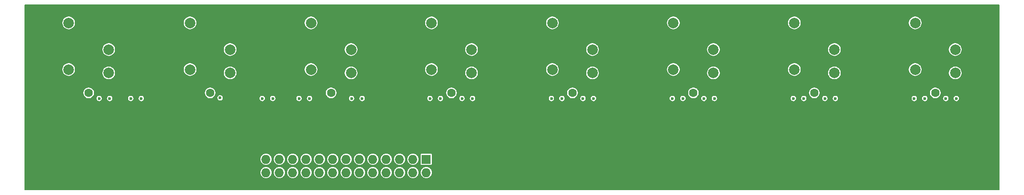
<source format=gtl>
G04 #@! TF.GenerationSoftware,KiCad,Pcbnew,(5.1.0-0)*
G04 #@! TF.CreationDate,2019-11-06T10:24:09+01:00*
G04 #@! TF.ProjectId,AddOnD,4164644f-6e44-42e6-9b69-6361645f7063,rev?*
G04 #@! TF.SameCoordinates,Original*
G04 #@! TF.FileFunction,Copper,L1,Top*
G04 #@! TF.FilePolarity,Positive*
%FSLAX46Y46*%
G04 Gerber Fmt 4.6, Leading zero omitted, Abs format (unit mm)*
G04 Created by KiCad (PCBNEW (5.1.0-0)) date 2019-11-06 10:24:09*
%MOMM*%
%LPD*%
G04 APERTURE LIST*
%ADD10C,2.000000*%
%ADD11C,1.600000*%
%ADD12O,1.727200X1.727200*%
%ADD13R,1.727200X1.727200*%
%ADD14C,0.600000*%
%ADD15C,0.180000*%
G04 APERTURE END LIST*
D10*
X62290000Y77300000D03*
X69910000Y76665000D03*
D11*
X66100000Y72850000D03*
D10*
X69910000Y81110000D03*
X62290000Y86190000D03*
D12*
X53720000Y57660000D03*
X53720000Y60200000D03*
X56260000Y57660000D03*
X56260000Y60200000D03*
X58800000Y57660000D03*
X58800000Y60200000D03*
X61340000Y57660000D03*
X61340000Y60200000D03*
X63880000Y57660000D03*
X63880000Y60200000D03*
X66420000Y57660000D03*
X66420000Y60200000D03*
X68960000Y57660000D03*
X68960000Y60200000D03*
X71500000Y57660000D03*
X71500000Y60200000D03*
X74040000Y57660000D03*
X74040000Y60200000D03*
X76580000Y57660000D03*
X76580000Y60200000D03*
X79120000Y57660000D03*
X79120000Y60200000D03*
X81660000Y57660000D03*
X81660000Y60200000D03*
X84200000Y57660000D03*
D13*
X84200000Y60200000D03*
D10*
X16190000Y77300000D03*
X23810000Y76665000D03*
D11*
X20000000Y72850000D03*
D10*
X23810000Y81110000D03*
X16190000Y86190000D03*
X39290000Y86190000D03*
X46910000Y81110000D03*
D11*
X43100000Y72850000D03*
D10*
X46910000Y76665000D03*
X39290000Y77300000D03*
X85190000Y86190000D03*
X92810000Y81110000D03*
D11*
X89000000Y72850000D03*
D10*
X92810000Y76665000D03*
X85190000Y77300000D03*
X108190000Y77300000D03*
X115810000Y76665000D03*
D11*
X112000000Y72850000D03*
D10*
X115810000Y81110000D03*
X108190000Y86190000D03*
X131190000Y86190000D03*
X138810000Y81110000D03*
D11*
X135000000Y72850000D03*
D10*
X138810000Y76665000D03*
X131190000Y77300000D03*
X154190000Y77300000D03*
X161810000Y76665000D03*
D11*
X158000000Y72850000D03*
D10*
X161810000Y81110000D03*
X154190000Y86190000D03*
X177190000Y86190000D03*
X184810000Y81110000D03*
D11*
X181000000Y72850000D03*
D10*
X184810000Y76665000D03*
X177190000Y77300000D03*
D14*
X185000000Y71800000D03*
X183000000Y71800000D03*
X179000000Y71800000D03*
X177000000Y71800000D03*
X154000000Y71800000D03*
X156000000Y71800000D03*
X160000000Y71800000D03*
X162000000Y71800000D03*
X131000000Y71800000D03*
X133000000Y71800000D03*
X137000000Y71800000D03*
X139000000Y71800000D03*
X108000000Y71800000D03*
X110000000Y71800000D03*
X114000000Y71800000D03*
X116000000Y71800000D03*
X60000000Y71800000D03*
X70000000Y71800000D03*
X72000000Y71800000D03*
X91000000Y71800000D03*
X93000000Y71800000D03*
X86900000Y71800000D03*
X84900000Y71800000D03*
X53000000Y71800000D03*
X55000000Y71800000D03*
X22000000Y71800000D03*
X24000000Y71800000D03*
X28000000Y71800000D03*
X30000000Y71800000D03*
X62000000Y71800000D03*
X45000000Y71900000D03*
D15*
G36*
X193135001Y54365000D02*
G01*
X7865000Y54365000D01*
X7865000Y57660000D01*
X52560819Y57660000D01*
X52583092Y57433855D01*
X52649056Y57216401D01*
X52756176Y57015994D01*
X52900335Y56840335D01*
X53075994Y56696176D01*
X53276401Y56589056D01*
X53493855Y56523092D01*
X53663334Y56506400D01*
X53776666Y56506400D01*
X53946145Y56523092D01*
X54163599Y56589056D01*
X54364006Y56696176D01*
X54539665Y56840335D01*
X54683824Y57015994D01*
X54790944Y57216401D01*
X54856908Y57433855D01*
X54879181Y57660000D01*
X55100819Y57660000D01*
X55123092Y57433855D01*
X55189056Y57216401D01*
X55296176Y57015994D01*
X55440335Y56840335D01*
X55615994Y56696176D01*
X55816401Y56589056D01*
X56033855Y56523092D01*
X56203334Y56506400D01*
X56316666Y56506400D01*
X56486145Y56523092D01*
X56703599Y56589056D01*
X56904006Y56696176D01*
X57079665Y56840335D01*
X57223824Y57015994D01*
X57330944Y57216401D01*
X57396908Y57433855D01*
X57419181Y57660000D01*
X57640819Y57660000D01*
X57663092Y57433855D01*
X57729056Y57216401D01*
X57836176Y57015994D01*
X57980335Y56840335D01*
X58155994Y56696176D01*
X58356401Y56589056D01*
X58573855Y56523092D01*
X58743334Y56506400D01*
X58856666Y56506400D01*
X59026145Y56523092D01*
X59243599Y56589056D01*
X59444006Y56696176D01*
X59619665Y56840335D01*
X59763824Y57015994D01*
X59870944Y57216401D01*
X59936908Y57433855D01*
X59959181Y57660000D01*
X60180819Y57660000D01*
X60203092Y57433855D01*
X60269056Y57216401D01*
X60376176Y57015994D01*
X60520335Y56840335D01*
X60695994Y56696176D01*
X60896401Y56589056D01*
X61113855Y56523092D01*
X61283334Y56506400D01*
X61396666Y56506400D01*
X61566145Y56523092D01*
X61783599Y56589056D01*
X61984006Y56696176D01*
X62159665Y56840335D01*
X62303824Y57015994D01*
X62410944Y57216401D01*
X62476908Y57433855D01*
X62499181Y57660000D01*
X62720819Y57660000D01*
X62743092Y57433855D01*
X62809056Y57216401D01*
X62916176Y57015994D01*
X63060335Y56840335D01*
X63235994Y56696176D01*
X63436401Y56589056D01*
X63653855Y56523092D01*
X63823334Y56506400D01*
X63936666Y56506400D01*
X64106145Y56523092D01*
X64323599Y56589056D01*
X64524006Y56696176D01*
X64699665Y56840335D01*
X64843824Y57015994D01*
X64950944Y57216401D01*
X65016908Y57433855D01*
X65039181Y57660000D01*
X65260819Y57660000D01*
X65283092Y57433855D01*
X65349056Y57216401D01*
X65456176Y57015994D01*
X65600335Y56840335D01*
X65775994Y56696176D01*
X65976401Y56589056D01*
X66193855Y56523092D01*
X66363334Y56506400D01*
X66476666Y56506400D01*
X66646145Y56523092D01*
X66863599Y56589056D01*
X67064006Y56696176D01*
X67239665Y56840335D01*
X67383824Y57015994D01*
X67490944Y57216401D01*
X67556908Y57433855D01*
X67579181Y57660000D01*
X67800819Y57660000D01*
X67823092Y57433855D01*
X67889056Y57216401D01*
X67996176Y57015994D01*
X68140335Y56840335D01*
X68315994Y56696176D01*
X68516401Y56589056D01*
X68733855Y56523092D01*
X68903334Y56506400D01*
X69016666Y56506400D01*
X69186145Y56523092D01*
X69403599Y56589056D01*
X69604006Y56696176D01*
X69779665Y56840335D01*
X69923824Y57015994D01*
X70030944Y57216401D01*
X70096908Y57433855D01*
X70119181Y57660000D01*
X70340819Y57660000D01*
X70363092Y57433855D01*
X70429056Y57216401D01*
X70536176Y57015994D01*
X70680335Y56840335D01*
X70855994Y56696176D01*
X71056401Y56589056D01*
X71273855Y56523092D01*
X71443334Y56506400D01*
X71556666Y56506400D01*
X71726145Y56523092D01*
X71943599Y56589056D01*
X72144006Y56696176D01*
X72319665Y56840335D01*
X72463824Y57015994D01*
X72570944Y57216401D01*
X72636908Y57433855D01*
X72659181Y57660000D01*
X72880819Y57660000D01*
X72903092Y57433855D01*
X72969056Y57216401D01*
X73076176Y57015994D01*
X73220335Y56840335D01*
X73395994Y56696176D01*
X73596401Y56589056D01*
X73813855Y56523092D01*
X73983334Y56506400D01*
X74096666Y56506400D01*
X74266145Y56523092D01*
X74483599Y56589056D01*
X74684006Y56696176D01*
X74859665Y56840335D01*
X75003824Y57015994D01*
X75110944Y57216401D01*
X75176908Y57433855D01*
X75199181Y57660000D01*
X75420819Y57660000D01*
X75443092Y57433855D01*
X75509056Y57216401D01*
X75616176Y57015994D01*
X75760335Y56840335D01*
X75935994Y56696176D01*
X76136401Y56589056D01*
X76353855Y56523092D01*
X76523334Y56506400D01*
X76636666Y56506400D01*
X76806145Y56523092D01*
X77023599Y56589056D01*
X77224006Y56696176D01*
X77399665Y56840335D01*
X77543824Y57015994D01*
X77650944Y57216401D01*
X77716908Y57433855D01*
X77739181Y57660000D01*
X77960819Y57660000D01*
X77983092Y57433855D01*
X78049056Y57216401D01*
X78156176Y57015994D01*
X78300335Y56840335D01*
X78475994Y56696176D01*
X78676401Y56589056D01*
X78893855Y56523092D01*
X79063334Y56506400D01*
X79176666Y56506400D01*
X79346145Y56523092D01*
X79563599Y56589056D01*
X79764006Y56696176D01*
X79939665Y56840335D01*
X80083824Y57015994D01*
X80190944Y57216401D01*
X80256908Y57433855D01*
X80279181Y57660000D01*
X80500819Y57660000D01*
X80523092Y57433855D01*
X80589056Y57216401D01*
X80696176Y57015994D01*
X80840335Y56840335D01*
X81015994Y56696176D01*
X81216401Y56589056D01*
X81433855Y56523092D01*
X81603334Y56506400D01*
X81716666Y56506400D01*
X81886145Y56523092D01*
X82103599Y56589056D01*
X82304006Y56696176D01*
X82479665Y56840335D01*
X82623824Y57015994D01*
X82730944Y57216401D01*
X82796908Y57433855D01*
X82819181Y57660000D01*
X83040819Y57660000D01*
X83063092Y57433855D01*
X83129056Y57216401D01*
X83236176Y57015994D01*
X83380335Y56840335D01*
X83555994Y56696176D01*
X83756401Y56589056D01*
X83973855Y56523092D01*
X84143334Y56506400D01*
X84256666Y56506400D01*
X84426145Y56523092D01*
X84643599Y56589056D01*
X84844006Y56696176D01*
X85019665Y56840335D01*
X85163824Y57015994D01*
X85270944Y57216401D01*
X85336908Y57433855D01*
X85359181Y57660000D01*
X85336908Y57886145D01*
X85270944Y58103599D01*
X85163824Y58304006D01*
X85019665Y58479665D01*
X84844006Y58623824D01*
X84643599Y58730944D01*
X84426145Y58796908D01*
X84256666Y58813600D01*
X84143334Y58813600D01*
X83973855Y58796908D01*
X83756401Y58730944D01*
X83555994Y58623824D01*
X83380335Y58479665D01*
X83236176Y58304006D01*
X83129056Y58103599D01*
X83063092Y57886145D01*
X83040819Y57660000D01*
X82819181Y57660000D01*
X82796908Y57886145D01*
X82730944Y58103599D01*
X82623824Y58304006D01*
X82479665Y58479665D01*
X82304006Y58623824D01*
X82103599Y58730944D01*
X81886145Y58796908D01*
X81716666Y58813600D01*
X81603334Y58813600D01*
X81433855Y58796908D01*
X81216401Y58730944D01*
X81015994Y58623824D01*
X80840335Y58479665D01*
X80696176Y58304006D01*
X80589056Y58103599D01*
X80523092Y57886145D01*
X80500819Y57660000D01*
X80279181Y57660000D01*
X80256908Y57886145D01*
X80190944Y58103599D01*
X80083824Y58304006D01*
X79939665Y58479665D01*
X79764006Y58623824D01*
X79563599Y58730944D01*
X79346145Y58796908D01*
X79176666Y58813600D01*
X79063334Y58813600D01*
X78893855Y58796908D01*
X78676401Y58730944D01*
X78475994Y58623824D01*
X78300335Y58479665D01*
X78156176Y58304006D01*
X78049056Y58103599D01*
X77983092Y57886145D01*
X77960819Y57660000D01*
X77739181Y57660000D01*
X77716908Y57886145D01*
X77650944Y58103599D01*
X77543824Y58304006D01*
X77399665Y58479665D01*
X77224006Y58623824D01*
X77023599Y58730944D01*
X76806145Y58796908D01*
X76636666Y58813600D01*
X76523334Y58813600D01*
X76353855Y58796908D01*
X76136401Y58730944D01*
X75935994Y58623824D01*
X75760335Y58479665D01*
X75616176Y58304006D01*
X75509056Y58103599D01*
X75443092Y57886145D01*
X75420819Y57660000D01*
X75199181Y57660000D01*
X75176908Y57886145D01*
X75110944Y58103599D01*
X75003824Y58304006D01*
X74859665Y58479665D01*
X74684006Y58623824D01*
X74483599Y58730944D01*
X74266145Y58796908D01*
X74096666Y58813600D01*
X73983334Y58813600D01*
X73813855Y58796908D01*
X73596401Y58730944D01*
X73395994Y58623824D01*
X73220335Y58479665D01*
X73076176Y58304006D01*
X72969056Y58103599D01*
X72903092Y57886145D01*
X72880819Y57660000D01*
X72659181Y57660000D01*
X72636908Y57886145D01*
X72570944Y58103599D01*
X72463824Y58304006D01*
X72319665Y58479665D01*
X72144006Y58623824D01*
X71943599Y58730944D01*
X71726145Y58796908D01*
X71556666Y58813600D01*
X71443334Y58813600D01*
X71273855Y58796908D01*
X71056401Y58730944D01*
X70855994Y58623824D01*
X70680335Y58479665D01*
X70536176Y58304006D01*
X70429056Y58103599D01*
X70363092Y57886145D01*
X70340819Y57660000D01*
X70119181Y57660000D01*
X70096908Y57886145D01*
X70030944Y58103599D01*
X69923824Y58304006D01*
X69779665Y58479665D01*
X69604006Y58623824D01*
X69403599Y58730944D01*
X69186145Y58796908D01*
X69016666Y58813600D01*
X68903334Y58813600D01*
X68733855Y58796908D01*
X68516401Y58730944D01*
X68315994Y58623824D01*
X68140335Y58479665D01*
X67996176Y58304006D01*
X67889056Y58103599D01*
X67823092Y57886145D01*
X67800819Y57660000D01*
X67579181Y57660000D01*
X67556908Y57886145D01*
X67490944Y58103599D01*
X67383824Y58304006D01*
X67239665Y58479665D01*
X67064006Y58623824D01*
X66863599Y58730944D01*
X66646145Y58796908D01*
X66476666Y58813600D01*
X66363334Y58813600D01*
X66193855Y58796908D01*
X65976401Y58730944D01*
X65775994Y58623824D01*
X65600335Y58479665D01*
X65456176Y58304006D01*
X65349056Y58103599D01*
X65283092Y57886145D01*
X65260819Y57660000D01*
X65039181Y57660000D01*
X65016908Y57886145D01*
X64950944Y58103599D01*
X64843824Y58304006D01*
X64699665Y58479665D01*
X64524006Y58623824D01*
X64323599Y58730944D01*
X64106145Y58796908D01*
X63936666Y58813600D01*
X63823334Y58813600D01*
X63653855Y58796908D01*
X63436401Y58730944D01*
X63235994Y58623824D01*
X63060335Y58479665D01*
X62916176Y58304006D01*
X62809056Y58103599D01*
X62743092Y57886145D01*
X62720819Y57660000D01*
X62499181Y57660000D01*
X62476908Y57886145D01*
X62410944Y58103599D01*
X62303824Y58304006D01*
X62159665Y58479665D01*
X61984006Y58623824D01*
X61783599Y58730944D01*
X61566145Y58796908D01*
X61396666Y58813600D01*
X61283334Y58813600D01*
X61113855Y58796908D01*
X60896401Y58730944D01*
X60695994Y58623824D01*
X60520335Y58479665D01*
X60376176Y58304006D01*
X60269056Y58103599D01*
X60203092Y57886145D01*
X60180819Y57660000D01*
X59959181Y57660000D01*
X59936908Y57886145D01*
X59870944Y58103599D01*
X59763824Y58304006D01*
X59619665Y58479665D01*
X59444006Y58623824D01*
X59243599Y58730944D01*
X59026145Y58796908D01*
X58856666Y58813600D01*
X58743334Y58813600D01*
X58573855Y58796908D01*
X58356401Y58730944D01*
X58155994Y58623824D01*
X57980335Y58479665D01*
X57836176Y58304006D01*
X57729056Y58103599D01*
X57663092Y57886145D01*
X57640819Y57660000D01*
X57419181Y57660000D01*
X57396908Y57886145D01*
X57330944Y58103599D01*
X57223824Y58304006D01*
X57079665Y58479665D01*
X56904006Y58623824D01*
X56703599Y58730944D01*
X56486145Y58796908D01*
X56316666Y58813600D01*
X56203334Y58813600D01*
X56033855Y58796908D01*
X55816401Y58730944D01*
X55615994Y58623824D01*
X55440335Y58479665D01*
X55296176Y58304006D01*
X55189056Y58103599D01*
X55123092Y57886145D01*
X55100819Y57660000D01*
X54879181Y57660000D01*
X54856908Y57886145D01*
X54790944Y58103599D01*
X54683824Y58304006D01*
X54539665Y58479665D01*
X54364006Y58623824D01*
X54163599Y58730944D01*
X53946145Y58796908D01*
X53776666Y58813600D01*
X53663334Y58813600D01*
X53493855Y58796908D01*
X53276401Y58730944D01*
X53075994Y58623824D01*
X52900335Y58479665D01*
X52756176Y58304006D01*
X52649056Y58103599D01*
X52583092Y57886145D01*
X52560819Y57660000D01*
X7865000Y57660000D01*
X7865000Y60200000D01*
X52560819Y60200000D01*
X52583092Y59973855D01*
X52649056Y59756401D01*
X52756176Y59555994D01*
X52900335Y59380335D01*
X53075994Y59236176D01*
X53276401Y59129056D01*
X53493855Y59063092D01*
X53663334Y59046400D01*
X53776666Y59046400D01*
X53946145Y59063092D01*
X54163599Y59129056D01*
X54364006Y59236176D01*
X54539665Y59380335D01*
X54683824Y59555994D01*
X54790944Y59756401D01*
X54856908Y59973855D01*
X54879181Y60200000D01*
X55100819Y60200000D01*
X55123092Y59973855D01*
X55189056Y59756401D01*
X55296176Y59555994D01*
X55440335Y59380335D01*
X55615994Y59236176D01*
X55816401Y59129056D01*
X56033855Y59063092D01*
X56203334Y59046400D01*
X56316666Y59046400D01*
X56486145Y59063092D01*
X56703599Y59129056D01*
X56904006Y59236176D01*
X57079665Y59380335D01*
X57223824Y59555994D01*
X57330944Y59756401D01*
X57396908Y59973855D01*
X57419181Y60200000D01*
X57640819Y60200000D01*
X57663092Y59973855D01*
X57729056Y59756401D01*
X57836176Y59555994D01*
X57980335Y59380335D01*
X58155994Y59236176D01*
X58356401Y59129056D01*
X58573855Y59063092D01*
X58743334Y59046400D01*
X58856666Y59046400D01*
X59026145Y59063092D01*
X59243599Y59129056D01*
X59444006Y59236176D01*
X59619665Y59380335D01*
X59763824Y59555994D01*
X59870944Y59756401D01*
X59936908Y59973855D01*
X59959181Y60200000D01*
X60180819Y60200000D01*
X60203092Y59973855D01*
X60269056Y59756401D01*
X60376176Y59555994D01*
X60520335Y59380335D01*
X60695994Y59236176D01*
X60896401Y59129056D01*
X61113855Y59063092D01*
X61283334Y59046400D01*
X61396666Y59046400D01*
X61566145Y59063092D01*
X61783599Y59129056D01*
X61984006Y59236176D01*
X62159665Y59380335D01*
X62303824Y59555994D01*
X62410944Y59756401D01*
X62476908Y59973855D01*
X62499181Y60200000D01*
X62720819Y60200000D01*
X62743092Y59973855D01*
X62809056Y59756401D01*
X62916176Y59555994D01*
X63060335Y59380335D01*
X63235994Y59236176D01*
X63436401Y59129056D01*
X63653855Y59063092D01*
X63823334Y59046400D01*
X63936666Y59046400D01*
X64106145Y59063092D01*
X64323599Y59129056D01*
X64524006Y59236176D01*
X64699665Y59380335D01*
X64843824Y59555994D01*
X64950944Y59756401D01*
X65016908Y59973855D01*
X65039181Y60200000D01*
X65260819Y60200000D01*
X65283092Y59973855D01*
X65349056Y59756401D01*
X65456176Y59555994D01*
X65600335Y59380335D01*
X65775994Y59236176D01*
X65976401Y59129056D01*
X66193855Y59063092D01*
X66363334Y59046400D01*
X66476666Y59046400D01*
X66646145Y59063092D01*
X66863599Y59129056D01*
X67064006Y59236176D01*
X67239665Y59380335D01*
X67383824Y59555994D01*
X67490944Y59756401D01*
X67556908Y59973855D01*
X67579181Y60200000D01*
X67800819Y60200000D01*
X67823092Y59973855D01*
X67889056Y59756401D01*
X67996176Y59555994D01*
X68140335Y59380335D01*
X68315994Y59236176D01*
X68516401Y59129056D01*
X68733855Y59063092D01*
X68903334Y59046400D01*
X69016666Y59046400D01*
X69186145Y59063092D01*
X69403599Y59129056D01*
X69604006Y59236176D01*
X69779665Y59380335D01*
X69923824Y59555994D01*
X70030944Y59756401D01*
X70096908Y59973855D01*
X70119181Y60200000D01*
X70340819Y60200000D01*
X70363092Y59973855D01*
X70429056Y59756401D01*
X70536176Y59555994D01*
X70680335Y59380335D01*
X70855994Y59236176D01*
X71056401Y59129056D01*
X71273855Y59063092D01*
X71443334Y59046400D01*
X71556666Y59046400D01*
X71726145Y59063092D01*
X71943599Y59129056D01*
X72144006Y59236176D01*
X72319665Y59380335D01*
X72463824Y59555994D01*
X72570944Y59756401D01*
X72636908Y59973855D01*
X72659181Y60200000D01*
X72880819Y60200000D01*
X72903092Y59973855D01*
X72969056Y59756401D01*
X73076176Y59555994D01*
X73220335Y59380335D01*
X73395994Y59236176D01*
X73596401Y59129056D01*
X73813855Y59063092D01*
X73983334Y59046400D01*
X74096666Y59046400D01*
X74266145Y59063092D01*
X74483599Y59129056D01*
X74684006Y59236176D01*
X74859665Y59380335D01*
X75003824Y59555994D01*
X75110944Y59756401D01*
X75176908Y59973855D01*
X75199181Y60200000D01*
X75420819Y60200000D01*
X75443092Y59973855D01*
X75509056Y59756401D01*
X75616176Y59555994D01*
X75760335Y59380335D01*
X75935994Y59236176D01*
X76136401Y59129056D01*
X76353855Y59063092D01*
X76523334Y59046400D01*
X76636666Y59046400D01*
X76806145Y59063092D01*
X77023599Y59129056D01*
X77224006Y59236176D01*
X77399665Y59380335D01*
X77543824Y59555994D01*
X77650944Y59756401D01*
X77716908Y59973855D01*
X77739181Y60200000D01*
X77960819Y60200000D01*
X77983092Y59973855D01*
X78049056Y59756401D01*
X78156176Y59555994D01*
X78300335Y59380335D01*
X78475994Y59236176D01*
X78676401Y59129056D01*
X78893855Y59063092D01*
X79063334Y59046400D01*
X79176666Y59046400D01*
X79346145Y59063092D01*
X79563599Y59129056D01*
X79764006Y59236176D01*
X79939665Y59380335D01*
X80083824Y59555994D01*
X80190944Y59756401D01*
X80256908Y59973855D01*
X80279181Y60200000D01*
X80500819Y60200000D01*
X80523092Y59973855D01*
X80589056Y59756401D01*
X80696176Y59555994D01*
X80840335Y59380335D01*
X81015994Y59236176D01*
X81216401Y59129056D01*
X81433855Y59063092D01*
X81603334Y59046400D01*
X81716666Y59046400D01*
X81886145Y59063092D01*
X82103599Y59129056D01*
X82304006Y59236176D01*
X82479665Y59380335D01*
X82623824Y59555994D01*
X82730944Y59756401D01*
X82796908Y59973855D01*
X82819181Y60200000D01*
X82796908Y60426145D01*
X82730944Y60643599D01*
X82623824Y60844006D01*
X82479665Y61019665D01*
X82426130Y61063600D01*
X83044997Y61063600D01*
X83044997Y59336400D01*
X83050596Y59279550D01*
X83067179Y59224885D01*
X83094107Y59174505D01*
X83130347Y59130347D01*
X83174505Y59094107D01*
X83224885Y59067179D01*
X83279550Y59050596D01*
X83336400Y59044997D01*
X85063600Y59044997D01*
X85120450Y59050596D01*
X85175115Y59067179D01*
X85225495Y59094107D01*
X85269653Y59130347D01*
X85305893Y59174505D01*
X85332821Y59224885D01*
X85349404Y59279550D01*
X85355003Y59336400D01*
X85355003Y61063600D01*
X85349404Y61120450D01*
X85332821Y61175115D01*
X85305893Y61225495D01*
X85269653Y61269653D01*
X85225495Y61305893D01*
X85175115Y61332821D01*
X85120450Y61349404D01*
X85063600Y61355003D01*
X83336400Y61355003D01*
X83279550Y61349404D01*
X83224885Y61332821D01*
X83174505Y61305893D01*
X83130347Y61269653D01*
X83094107Y61225495D01*
X83067179Y61175115D01*
X83050596Y61120450D01*
X83044997Y61063600D01*
X82426130Y61063600D01*
X82304006Y61163824D01*
X82103599Y61270944D01*
X81886145Y61336908D01*
X81716666Y61353600D01*
X81603334Y61353600D01*
X81433855Y61336908D01*
X81216401Y61270944D01*
X81015994Y61163824D01*
X80840335Y61019665D01*
X80696176Y60844006D01*
X80589056Y60643599D01*
X80523092Y60426145D01*
X80500819Y60200000D01*
X80279181Y60200000D01*
X80256908Y60426145D01*
X80190944Y60643599D01*
X80083824Y60844006D01*
X79939665Y61019665D01*
X79764006Y61163824D01*
X79563599Y61270944D01*
X79346145Y61336908D01*
X79176666Y61353600D01*
X79063334Y61353600D01*
X78893855Y61336908D01*
X78676401Y61270944D01*
X78475994Y61163824D01*
X78300335Y61019665D01*
X78156176Y60844006D01*
X78049056Y60643599D01*
X77983092Y60426145D01*
X77960819Y60200000D01*
X77739181Y60200000D01*
X77716908Y60426145D01*
X77650944Y60643599D01*
X77543824Y60844006D01*
X77399665Y61019665D01*
X77224006Y61163824D01*
X77023599Y61270944D01*
X76806145Y61336908D01*
X76636666Y61353600D01*
X76523334Y61353600D01*
X76353855Y61336908D01*
X76136401Y61270944D01*
X75935994Y61163824D01*
X75760335Y61019665D01*
X75616176Y60844006D01*
X75509056Y60643599D01*
X75443092Y60426145D01*
X75420819Y60200000D01*
X75199181Y60200000D01*
X75176908Y60426145D01*
X75110944Y60643599D01*
X75003824Y60844006D01*
X74859665Y61019665D01*
X74684006Y61163824D01*
X74483599Y61270944D01*
X74266145Y61336908D01*
X74096666Y61353600D01*
X73983334Y61353600D01*
X73813855Y61336908D01*
X73596401Y61270944D01*
X73395994Y61163824D01*
X73220335Y61019665D01*
X73076176Y60844006D01*
X72969056Y60643599D01*
X72903092Y60426145D01*
X72880819Y60200000D01*
X72659181Y60200000D01*
X72636908Y60426145D01*
X72570944Y60643599D01*
X72463824Y60844006D01*
X72319665Y61019665D01*
X72144006Y61163824D01*
X71943599Y61270944D01*
X71726145Y61336908D01*
X71556666Y61353600D01*
X71443334Y61353600D01*
X71273855Y61336908D01*
X71056401Y61270944D01*
X70855994Y61163824D01*
X70680335Y61019665D01*
X70536176Y60844006D01*
X70429056Y60643599D01*
X70363092Y60426145D01*
X70340819Y60200000D01*
X70119181Y60200000D01*
X70096908Y60426145D01*
X70030944Y60643599D01*
X69923824Y60844006D01*
X69779665Y61019665D01*
X69604006Y61163824D01*
X69403599Y61270944D01*
X69186145Y61336908D01*
X69016666Y61353600D01*
X68903334Y61353600D01*
X68733855Y61336908D01*
X68516401Y61270944D01*
X68315994Y61163824D01*
X68140335Y61019665D01*
X67996176Y60844006D01*
X67889056Y60643599D01*
X67823092Y60426145D01*
X67800819Y60200000D01*
X67579181Y60200000D01*
X67556908Y60426145D01*
X67490944Y60643599D01*
X67383824Y60844006D01*
X67239665Y61019665D01*
X67064006Y61163824D01*
X66863599Y61270944D01*
X66646145Y61336908D01*
X66476666Y61353600D01*
X66363334Y61353600D01*
X66193855Y61336908D01*
X65976401Y61270944D01*
X65775994Y61163824D01*
X65600335Y61019665D01*
X65456176Y60844006D01*
X65349056Y60643599D01*
X65283092Y60426145D01*
X65260819Y60200000D01*
X65039181Y60200000D01*
X65016908Y60426145D01*
X64950944Y60643599D01*
X64843824Y60844006D01*
X64699665Y61019665D01*
X64524006Y61163824D01*
X64323599Y61270944D01*
X64106145Y61336908D01*
X63936666Y61353600D01*
X63823334Y61353600D01*
X63653855Y61336908D01*
X63436401Y61270944D01*
X63235994Y61163824D01*
X63060335Y61019665D01*
X62916176Y60844006D01*
X62809056Y60643599D01*
X62743092Y60426145D01*
X62720819Y60200000D01*
X62499181Y60200000D01*
X62476908Y60426145D01*
X62410944Y60643599D01*
X62303824Y60844006D01*
X62159665Y61019665D01*
X61984006Y61163824D01*
X61783599Y61270944D01*
X61566145Y61336908D01*
X61396666Y61353600D01*
X61283334Y61353600D01*
X61113855Y61336908D01*
X60896401Y61270944D01*
X60695994Y61163824D01*
X60520335Y61019665D01*
X60376176Y60844006D01*
X60269056Y60643599D01*
X60203092Y60426145D01*
X60180819Y60200000D01*
X59959181Y60200000D01*
X59936908Y60426145D01*
X59870944Y60643599D01*
X59763824Y60844006D01*
X59619665Y61019665D01*
X59444006Y61163824D01*
X59243599Y61270944D01*
X59026145Y61336908D01*
X58856666Y61353600D01*
X58743334Y61353600D01*
X58573855Y61336908D01*
X58356401Y61270944D01*
X58155994Y61163824D01*
X57980335Y61019665D01*
X57836176Y60844006D01*
X57729056Y60643599D01*
X57663092Y60426145D01*
X57640819Y60200000D01*
X57419181Y60200000D01*
X57396908Y60426145D01*
X57330944Y60643599D01*
X57223824Y60844006D01*
X57079665Y61019665D01*
X56904006Y61163824D01*
X56703599Y61270944D01*
X56486145Y61336908D01*
X56316666Y61353600D01*
X56203334Y61353600D01*
X56033855Y61336908D01*
X55816401Y61270944D01*
X55615994Y61163824D01*
X55440335Y61019665D01*
X55296176Y60844006D01*
X55189056Y60643599D01*
X55123092Y60426145D01*
X55100819Y60200000D01*
X54879181Y60200000D01*
X54856908Y60426145D01*
X54790944Y60643599D01*
X54683824Y60844006D01*
X54539665Y61019665D01*
X54364006Y61163824D01*
X54163599Y61270944D01*
X53946145Y61336908D01*
X53776666Y61353600D01*
X53663334Y61353600D01*
X53493855Y61336908D01*
X53276401Y61270944D01*
X53075994Y61163824D01*
X52900335Y61019665D01*
X52756176Y60844006D01*
X52649056Y60643599D01*
X52583092Y60426145D01*
X52560819Y60200000D01*
X7865000Y60200000D01*
X7865000Y72957356D01*
X18910000Y72957356D01*
X18910000Y72742644D01*
X18951888Y72532059D01*
X19034055Y72333691D01*
X19153342Y72155166D01*
X19305166Y72003342D01*
X19483691Y71884055D01*
X19682059Y71801888D01*
X19892644Y71760000D01*
X20107356Y71760000D01*
X20317941Y71801888D01*
X20453672Y71858110D01*
X21410000Y71858110D01*
X21410000Y71741890D01*
X21432673Y71627903D01*
X21477149Y71520530D01*
X21541717Y71423897D01*
X21623897Y71341717D01*
X21720530Y71277149D01*
X21827903Y71232673D01*
X21941890Y71210000D01*
X22058110Y71210000D01*
X22172097Y71232673D01*
X22279470Y71277149D01*
X22376103Y71341717D01*
X22458283Y71423897D01*
X22522851Y71520530D01*
X22567327Y71627903D01*
X22590000Y71741890D01*
X22590000Y71858110D01*
X23410000Y71858110D01*
X23410000Y71741890D01*
X23432673Y71627903D01*
X23477149Y71520530D01*
X23541717Y71423897D01*
X23623897Y71341717D01*
X23720530Y71277149D01*
X23827903Y71232673D01*
X23941890Y71210000D01*
X24058110Y71210000D01*
X24172097Y71232673D01*
X24279470Y71277149D01*
X24376103Y71341717D01*
X24458283Y71423897D01*
X24522851Y71520530D01*
X24567327Y71627903D01*
X24590000Y71741890D01*
X24590000Y71858110D01*
X27410000Y71858110D01*
X27410000Y71741890D01*
X27432673Y71627903D01*
X27477149Y71520530D01*
X27541717Y71423897D01*
X27623897Y71341717D01*
X27720530Y71277149D01*
X27827903Y71232673D01*
X27941890Y71210000D01*
X28058110Y71210000D01*
X28172097Y71232673D01*
X28279470Y71277149D01*
X28376103Y71341717D01*
X28458283Y71423897D01*
X28522851Y71520530D01*
X28567327Y71627903D01*
X28590000Y71741890D01*
X28590000Y71858110D01*
X29410000Y71858110D01*
X29410000Y71741890D01*
X29432673Y71627903D01*
X29477149Y71520530D01*
X29541717Y71423897D01*
X29623897Y71341717D01*
X29720530Y71277149D01*
X29827903Y71232673D01*
X29941890Y71210000D01*
X30058110Y71210000D01*
X30172097Y71232673D01*
X30279470Y71277149D01*
X30376103Y71341717D01*
X30458283Y71423897D01*
X30522851Y71520530D01*
X30567327Y71627903D01*
X30590000Y71741890D01*
X30590000Y71858110D01*
X30567327Y71972097D01*
X30522851Y72079470D01*
X30458283Y72176103D01*
X30376103Y72258283D01*
X30279470Y72322851D01*
X30172097Y72367327D01*
X30058110Y72390000D01*
X29941890Y72390000D01*
X29827903Y72367327D01*
X29720530Y72322851D01*
X29623897Y72258283D01*
X29541717Y72176103D01*
X29477149Y72079470D01*
X29432673Y71972097D01*
X29410000Y71858110D01*
X28590000Y71858110D01*
X28567327Y71972097D01*
X28522851Y72079470D01*
X28458283Y72176103D01*
X28376103Y72258283D01*
X28279470Y72322851D01*
X28172097Y72367327D01*
X28058110Y72390000D01*
X27941890Y72390000D01*
X27827903Y72367327D01*
X27720530Y72322851D01*
X27623897Y72258283D01*
X27541717Y72176103D01*
X27477149Y72079470D01*
X27432673Y71972097D01*
X27410000Y71858110D01*
X24590000Y71858110D01*
X24567327Y71972097D01*
X24522851Y72079470D01*
X24458283Y72176103D01*
X24376103Y72258283D01*
X24279470Y72322851D01*
X24172097Y72367327D01*
X24058110Y72390000D01*
X23941890Y72390000D01*
X23827903Y72367327D01*
X23720530Y72322851D01*
X23623897Y72258283D01*
X23541717Y72176103D01*
X23477149Y72079470D01*
X23432673Y71972097D01*
X23410000Y71858110D01*
X22590000Y71858110D01*
X22567327Y71972097D01*
X22522851Y72079470D01*
X22458283Y72176103D01*
X22376103Y72258283D01*
X22279470Y72322851D01*
X22172097Y72367327D01*
X22058110Y72390000D01*
X21941890Y72390000D01*
X21827903Y72367327D01*
X21720530Y72322851D01*
X21623897Y72258283D01*
X21541717Y72176103D01*
X21477149Y72079470D01*
X21432673Y71972097D01*
X21410000Y71858110D01*
X20453672Y71858110D01*
X20516309Y71884055D01*
X20694834Y72003342D01*
X20846658Y72155166D01*
X20965945Y72333691D01*
X21048112Y72532059D01*
X21090000Y72742644D01*
X21090000Y72957356D01*
X42010000Y72957356D01*
X42010000Y72742644D01*
X42051888Y72532059D01*
X42134055Y72333691D01*
X42253342Y72155166D01*
X42405166Y72003342D01*
X42583691Y71884055D01*
X42782059Y71801888D01*
X42992644Y71760000D01*
X43207356Y71760000D01*
X43417941Y71801888D01*
X43616309Y71884055D01*
X43727139Y71958110D01*
X44410000Y71958110D01*
X44410000Y71841890D01*
X44432673Y71727903D01*
X44477149Y71620530D01*
X44541717Y71523897D01*
X44623897Y71441717D01*
X44720530Y71377149D01*
X44827903Y71332673D01*
X44941890Y71310000D01*
X45058110Y71310000D01*
X45172097Y71332673D01*
X45279470Y71377149D01*
X45376103Y71441717D01*
X45458283Y71523897D01*
X45522851Y71620530D01*
X45567327Y71727903D01*
X45590000Y71841890D01*
X45590000Y71858110D01*
X52410000Y71858110D01*
X52410000Y71741890D01*
X52432673Y71627903D01*
X52477149Y71520530D01*
X52541717Y71423897D01*
X52623897Y71341717D01*
X52720530Y71277149D01*
X52827903Y71232673D01*
X52941890Y71210000D01*
X53058110Y71210000D01*
X53172097Y71232673D01*
X53279470Y71277149D01*
X53376103Y71341717D01*
X53458283Y71423897D01*
X53522851Y71520530D01*
X53567327Y71627903D01*
X53590000Y71741890D01*
X53590000Y71858110D01*
X54410000Y71858110D01*
X54410000Y71741890D01*
X54432673Y71627903D01*
X54477149Y71520530D01*
X54541717Y71423897D01*
X54623897Y71341717D01*
X54720530Y71277149D01*
X54827903Y71232673D01*
X54941890Y71210000D01*
X55058110Y71210000D01*
X55172097Y71232673D01*
X55279470Y71277149D01*
X55376103Y71341717D01*
X55458283Y71423897D01*
X55522851Y71520530D01*
X55567327Y71627903D01*
X55590000Y71741890D01*
X55590000Y71858110D01*
X59410000Y71858110D01*
X59410000Y71741890D01*
X59432673Y71627903D01*
X59477149Y71520530D01*
X59541717Y71423897D01*
X59623897Y71341717D01*
X59720530Y71277149D01*
X59827903Y71232673D01*
X59941890Y71210000D01*
X60058110Y71210000D01*
X60172097Y71232673D01*
X60279470Y71277149D01*
X60376103Y71341717D01*
X60458283Y71423897D01*
X60522851Y71520530D01*
X60567327Y71627903D01*
X60590000Y71741890D01*
X60590000Y71858110D01*
X61410000Y71858110D01*
X61410000Y71741890D01*
X61432673Y71627903D01*
X61477149Y71520530D01*
X61541717Y71423897D01*
X61623897Y71341717D01*
X61720530Y71277149D01*
X61827903Y71232673D01*
X61941890Y71210000D01*
X62058110Y71210000D01*
X62172097Y71232673D01*
X62279470Y71277149D01*
X62376103Y71341717D01*
X62458283Y71423897D01*
X62522851Y71520530D01*
X62567327Y71627903D01*
X62590000Y71741890D01*
X62590000Y71858110D01*
X62567327Y71972097D01*
X62522851Y72079470D01*
X62458283Y72176103D01*
X62376103Y72258283D01*
X62279470Y72322851D01*
X62172097Y72367327D01*
X62058110Y72390000D01*
X61941890Y72390000D01*
X61827903Y72367327D01*
X61720530Y72322851D01*
X61623897Y72258283D01*
X61541717Y72176103D01*
X61477149Y72079470D01*
X61432673Y71972097D01*
X61410000Y71858110D01*
X60590000Y71858110D01*
X60567327Y71972097D01*
X60522851Y72079470D01*
X60458283Y72176103D01*
X60376103Y72258283D01*
X60279470Y72322851D01*
X60172097Y72367327D01*
X60058110Y72390000D01*
X59941890Y72390000D01*
X59827903Y72367327D01*
X59720530Y72322851D01*
X59623897Y72258283D01*
X59541717Y72176103D01*
X59477149Y72079470D01*
X59432673Y71972097D01*
X59410000Y71858110D01*
X55590000Y71858110D01*
X55567327Y71972097D01*
X55522851Y72079470D01*
X55458283Y72176103D01*
X55376103Y72258283D01*
X55279470Y72322851D01*
X55172097Y72367327D01*
X55058110Y72390000D01*
X54941890Y72390000D01*
X54827903Y72367327D01*
X54720530Y72322851D01*
X54623897Y72258283D01*
X54541717Y72176103D01*
X54477149Y72079470D01*
X54432673Y71972097D01*
X54410000Y71858110D01*
X53590000Y71858110D01*
X53567327Y71972097D01*
X53522851Y72079470D01*
X53458283Y72176103D01*
X53376103Y72258283D01*
X53279470Y72322851D01*
X53172097Y72367327D01*
X53058110Y72390000D01*
X52941890Y72390000D01*
X52827903Y72367327D01*
X52720530Y72322851D01*
X52623897Y72258283D01*
X52541717Y72176103D01*
X52477149Y72079470D01*
X52432673Y71972097D01*
X52410000Y71858110D01*
X45590000Y71858110D01*
X45590000Y71958110D01*
X45567327Y72072097D01*
X45522851Y72179470D01*
X45458283Y72276103D01*
X45376103Y72358283D01*
X45279470Y72422851D01*
X45172097Y72467327D01*
X45058110Y72490000D01*
X44941890Y72490000D01*
X44827903Y72467327D01*
X44720530Y72422851D01*
X44623897Y72358283D01*
X44541717Y72276103D01*
X44477149Y72179470D01*
X44432673Y72072097D01*
X44410000Y71958110D01*
X43727139Y71958110D01*
X43794834Y72003342D01*
X43946658Y72155166D01*
X44065945Y72333691D01*
X44148112Y72532059D01*
X44190000Y72742644D01*
X44190000Y72957356D01*
X65010000Y72957356D01*
X65010000Y72742644D01*
X65051888Y72532059D01*
X65134055Y72333691D01*
X65253342Y72155166D01*
X65405166Y72003342D01*
X65583691Y71884055D01*
X65782059Y71801888D01*
X65992644Y71760000D01*
X66207356Y71760000D01*
X66417941Y71801888D01*
X66553672Y71858110D01*
X69410000Y71858110D01*
X69410000Y71741890D01*
X69432673Y71627903D01*
X69477149Y71520530D01*
X69541717Y71423897D01*
X69623897Y71341717D01*
X69720530Y71277149D01*
X69827903Y71232673D01*
X69941890Y71210000D01*
X70058110Y71210000D01*
X70172097Y71232673D01*
X70279470Y71277149D01*
X70376103Y71341717D01*
X70458283Y71423897D01*
X70522851Y71520530D01*
X70567327Y71627903D01*
X70590000Y71741890D01*
X70590000Y71858110D01*
X71410000Y71858110D01*
X71410000Y71741890D01*
X71432673Y71627903D01*
X71477149Y71520530D01*
X71541717Y71423897D01*
X71623897Y71341717D01*
X71720530Y71277149D01*
X71827903Y71232673D01*
X71941890Y71210000D01*
X72058110Y71210000D01*
X72172097Y71232673D01*
X72279470Y71277149D01*
X72376103Y71341717D01*
X72458283Y71423897D01*
X72522851Y71520530D01*
X72567327Y71627903D01*
X72590000Y71741890D01*
X72590000Y71858110D01*
X84310000Y71858110D01*
X84310000Y71741890D01*
X84332673Y71627903D01*
X84377149Y71520530D01*
X84441717Y71423897D01*
X84523897Y71341717D01*
X84620530Y71277149D01*
X84727903Y71232673D01*
X84841890Y71210000D01*
X84958110Y71210000D01*
X85072097Y71232673D01*
X85179470Y71277149D01*
X85276103Y71341717D01*
X85358283Y71423897D01*
X85422851Y71520530D01*
X85467327Y71627903D01*
X85490000Y71741890D01*
X85490000Y71858110D01*
X86310000Y71858110D01*
X86310000Y71741890D01*
X86332673Y71627903D01*
X86377149Y71520530D01*
X86441717Y71423897D01*
X86523897Y71341717D01*
X86620530Y71277149D01*
X86727903Y71232673D01*
X86841890Y71210000D01*
X86958110Y71210000D01*
X87072097Y71232673D01*
X87179470Y71277149D01*
X87276103Y71341717D01*
X87358283Y71423897D01*
X87422851Y71520530D01*
X87467327Y71627903D01*
X87490000Y71741890D01*
X87490000Y71858110D01*
X87467327Y71972097D01*
X87422851Y72079470D01*
X87358283Y72176103D01*
X87276103Y72258283D01*
X87179470Y72322851D01*
X87072097Y72367327D01*
X86958110Y72390000D01*
X86841890Y72390000D01*
X86727903Y72367327D01*
X86620530Y72322851D01*
X86523897Y72258283D01*
X86441717Y72176103D01*
X86377149Y72079470D01*
X86332673Y71972097D01*
X86310000Y71858110D01*
X85490000Y71858110D01*
X85467327Y71972097D01*
X85422851Y72079470D01*
X85358283Y72176103D01*
X85276103Y72258283D01*
X85179470Y72322851D01*
X85072097Y72367327D01*
X84958110Y72390000D01*
X84841890Y72390000D01*
X84727903Y72367327D01*
X84620530Y72322851D01*
X84523897Y72258283D01*
X84441717Y72176103D01*
X84377149Y72079470D01*
X84332673Y71972097D01*
X84310000Y71858110D01*
X72590000Y71858110D01*
X72567327Y71972097D01*
X72522851Y72079470D01*
X72458283Y72176103D01*
X72376103Y72258283D01*
X72279470Y72322851D01*
X72172097Y72367327D01*
X72058110Y72390000D01*
X71941890Y72390000D01*
X71827903Y72367327D01*
X71720530Y72322851D01*
X71623897Y72258283D01*
X71541717Y72176103D01*
X71477149Y72079470D01*
X71432673Y71972097D01*
X71410000Y71858110D01*
X70590000Y71858110D01*
X70567327Y71972097D01*
X70522851Y72079470D01*
X70458283Y72176103D01*
X70376103Y72258283D01*
X70279470Y72322851D01*
X70172097Y72367327D01*
X70058110Y72390000D01*
X69941890Y72390000D01*
X69827903Y72367327D01*
X69720530Y72322851D01*
X69623897Y72258283D01*
X69541717Y72176103D01*
X69477149Y72079470D01*
X69432673Y71972097D01*
X69410000Y71858110D01*
X66553672Y71858110D01*
X66616309Y71884055D01*
X66794834Y72003342D01*
X66946658Y72155166D01*
X67065945Y72333691D01*
X67148112Y72532059D01*
X67190000Y72742644D01*
X67190000Y72957356D01*
X87910000Y72957356D01*
X87910000Y72742644D01*
X87951888Y72532059D01*
X88034055Y72333691D01*
X88153342Y72155166D01*
X88305166Y72003342D01*
X88483691Y71884055D01*
X88682059Y71801888D01*
X88892644Y71760000D01*
X89107356Y71760000D01*
X89317941Y71801888D01*
X89453672Y71858110D01*
X90410000Y71858110D01*
X90410000Y71741890D01*
X90432673Y71627903D01*
X90477149Y71520530D01*
X90541717Y71423897D01*
X90623897Y71341717D01*
X90720530Y71277149D01*
X90827903Y71232673D01*
X90941890Y71210000D01*
X91058110Y71210000D01*
X91172097Y71232673D01*
X91279470Y71277149D01*
X91376103Y71341717D01*
X91458283Y71423897D01*
X91522851Y71520530D01*
X91567327Y71627903D01*
X91590000Y71741890D01*
X91590000Y71858110D01*
X92410000Y71858110D01*
X92410000Y71741890D01*
X92432673Y71627903D01*
X92477149Y71520530D01*
X92541717Y71423897D01*
X92623897Y71341717D01*
X92720530Y71277149D01*
X92827903Y71232673D01*
X92941890Y71210000D01*
X93058110Y71210000D01*
X93172097Y71232673D01*
X93279470Y71277149D01*
X93376103Y71341717D01*
X93458283Y71423897D01*
X93522851Y71520530D01*
X93567327Y71627903D01*
X93590000Y71741890D01*
X93590000Y71858110D01*
X107410000Y71858110D01*
X107410000Y71741890D01*
X107432673Y71627903D01*
X107477149Y71520530D01*
X107541717Y71423897D01*
X107623897Y71341717D01*
X107720530Y71277149D01*
X107827903Y71232673D01*
X107941890Y71210000D01*
X108058110Y71210000D01*
X108172097Y71232673D01*
X108279470Y71277149D01*
X108376103Y71341717D01*
X108458283Y71423897D01*
X108522851Y71520530D01*
X108567327Y71627903D01*
X108590000Y71741890D01*
X108590000Y71858110D01*
X109410000Y71858110D01*
X109410000Y71741890D01*
X109432673Y71627903D01*
X109477149Y71520530D01*
X109541717Y71423897D01*
X109623897Y71341717D01*
X109720530Y71277149D01*
X109827903Y71232673D01*
X109941890Y71210000D01*
X110058110Y71210000D01*
X110172097Y71232673D01*
X110279470Y71277149D01*
X110376103Y71341717D01*
X110458283Y71423897D01*
X110522851Y71520530D01*
X110567327Y71627903D01*
X110590000Y71741890D01*
X110590000Y71858110D01*
X110567327Y71972097D01*
X110522851Y72079470D01*
X110458283Y72176103D01*
X110376103Y72258283D01*
X110279470Y72322851D01*
X110172097Y72367327D01*
X110058110Y72390000D01*
X109941890Y72390000D01*
X109827903Y72367327D01*
X109720530Y72322851D01*
X109623897Y72258283D01*
X109541717Y72176103D01*
X109477149Y72079470D01*
X109432673Y71972097D01*
X109410000Y71858110D01*
X108590000Y71858110D01*
X108567327Y71972097D01*
X108522851Y72079470D01*
X108458283Y72176103D01*
X108376103Y72258283D01*
X108279470Y72322851D01*
X108172097Y72367327D01*
X108058110Y72390000D01*
X107941890Y72390000D01*
X107827903Y72367327D01*
X107720530Y72322851D01*
X107623897Y72258283D01*
X107541717Y72176103D01*
X107477149Y72079470D01*
X107432673Y71972097D01*
X107410000Y71858110D01*
X93590000Y71858110D01*
X93567327Y71972097D01*
X93522851Y72079470D01*
X93458283Y72176103D01*
X93376103Y72258283D01*
X93279470Y72322851D01*
X93172097Y72367327D01*
X93058110Y72390000D01*
X92941890Y72390000D01*
X92827903Y72367327D01*
X92720530Y72322851D01*
X92623897Y72258283D01*
X92541717Y72176103D01*
X92477149Y72079470D01*
X92432673Y71972097D01*
X92410000Y71858110D01*
X91590000Y71858110D01*
X91567327Y71972097D01*
X91522851Y72079470D01*
X91458283Y72176103D01*
X91376103Y72258283D01*
X91279470Y72322851D01*
X91172097Y72367327D01*
X91058110Y72390000D01*
X90941890Y72390000D01*
X90827903Y72367327D01*
X90720530Y72322851D01*
X90623897Y72258283D01*
X90541717Y72176103D01*
X90477149Y72079470D01*
X90432673Y71972097D01*
X90410000Y71858110D01*
X89453672Y71858110D01*
X89516309Y71884055D01*
X89694834Y72003342D01*
X89846658Y72155166D01*
X89965945Y72333691D01*
X90048112Y72532059D01*
X90090000Y72742644D01*
X90090000Y72957356D01*
X110910000Y72957356D01*
X110910000Y72742644D01*
X110951888Y72532059D01*
X111034055Y72333691D01*
X111153342Y72155166D01*
X111305166Y72003342D01*
X111483691Y71884055D01*
X111682059Y71801888D01*
X111892644Y71760000D01*
X112107356Y71760000D01*
X112317941Y71801888D01*
X112453672Y71858110D01*
X113410000Y71858110D01*
X113410000Y71741890D01*
X113432673Y71627903D01*
X113477149Y71520530D01*
X113541717Y71423897D01*
X113623897Y71341717D01*
X113720530Y71277149D01*
X113827903Y71232673D01*
X113941890Y71210000D01*
X114058110Y71210000D01*
X114172097Y71232673D01*
X114279470Y71277149D01*
X114376103Y71341717D01*
X114458283Y71423897D01*
X114522851Y71520530D01*
X114567327Y71627903D01*
X114590000Y71741890D01*
X114590000Y71858110D01*
X115410000Y71858110D01*
X115410000Y71741890D01*
X115432673Y71627903D01*
X115477149Y71520530D01*
X115541717Y71423897D01*
X115623897Y71341717D01*
X115720530Y71277149D01*
X115827903Y71232673D01*
X115941890Y71210000D01*
X116058110Y71210000D01*
X116172097Y71232673D01*
X116279470Y71277149D01*
X116376103Y71341717D01*
X116458283Y71423897D01*
X116522851Y71520530D01*
X116567327Y71627903D01*
X116590000Y71741890D01*
X116590000Y71858110D01*
X130410000Y71858110D01*
X130410000Y71741890D01*
X130432673Y71627903D01*
X130477149Y71520530D01*
X130541717Y71423897D01*
X130623897Y71341717D01*
X130720530Y71277149D01*
X130827903Y71232673D01*
X130941890Y71210000D01*
X131058110Y71210000D01*
X131172097Y71232673D01*
X131279470Y71277149D01*
X131376103Y71341717D01*
X131458283Y71423897D01*
X131522851Y71520530D01*
X131567327Y71627903D01*
X131590000Y71741890D01*
X131590000Y71858110D01*
X132410000Y71858110D01*
X132410000Y71741890D01*
X132432673Y71627903D01*
X132477149Y71520530D01*
X132541717Y71423897D01*
X132623897Y71341717D01*
X132720530Y71277149D01*
X132827903Y71232673D01*
X132941890Y71210000D01*
X133058110Y71210000D01*
X133172097Y71232673D01*
X133279470Y71277149D01*
X133376103Y71341717D01*
X133458283Y71423897D01*
X133522851Y71520530D01*
X133567327Y71627903D01*
X133590000Y71741890D01*
X133590000Y71858110D01*
X133567327Y71972097D01*
X133522851Y72079470D01*
X133458283Y72176103D01*
X133376103Y72258283D01*
X133279470Y72322851D01*
X133172097Y72367327D01*
X133058110Y72390000D01*
X132941890Y72390000D01*
X132827903Y72367327D01*
X132720530Y72322851D01*
X132623897Y72258283D01*
X132541717Y72176103D01*
X132477149Y72079470D01*
X132432673Y71972097D01*
X132410000Y71858110D01*
X131590000Y71858110D01*
X131567327Y71972097D01*
X131522851Y72079470D01*
X131458283Y72176103D01*
X131376103Y72258283D01*
X131279470Y72322851D01*
X131172097Y72367327D01*
X131058110Y72390000D01*
X130941890Y72390000D01*
X130827903Y72367327D01*
X130720530Y72322851D01*
X130623897Y72258283D01*
X130541717Y72176103D01*
X130477149Y72079470D01*
X130432673Y71972097D01*
X130410000Y71858110D01*
X116590000Y71858110D01*
X116567327Y71972097D01*
X116522851Y72079470D01*
X116458283Y72176103D01*
X116376103Y72258283D01*
X116279470Y72322851D01*
X116172097Y72367327D01*
X116058110Y72390000D01*
X115941890Y72390000D01*
X115827903Y72367327D01*
X115720530Y72322851D01*
X115623897Y72258283D01*
X115541717Y72176103D01*
X115477149Y72079470D01*
X115432673Y71972097D01*
X115410000Y71858110D01*
X114590000Y71858110D01*
X114567327Y71972097D01*
X114522851Y72079470D01*
X114458283Y72176103D01*
X114376103Y72258283D01*
X114279470Y72322851D01*
X114172097Y72367327D01*
X114058110Y72390000D01*
X113941890Y72390000D01*
X113827903Y72367327D01*
X113720530Y72322851D01*
X113623897Y72258283D01*
X113541717Y72176103D01*
X113477149Y72079470D01*
X113432673Y71972097D01*
X113410000Y71858110D01*
X112453672Y71858110D01*
X112516309Y71884055D01*
X112694834Y72003342D01*
X112846658Y72155166D01*
X112965945Y72333691D01*
X113048112Y72532059D01*
X113090000Y72742644D01*
X113090000Y72957356D01*
X133910000Y72957356D01*
X133910000Y72742644D01*
X133951888Y72532059D01*
X134034055Y72333691D01*
X134153342Y72155166D01*
X134305166Y72003342D01*
X134483691Y71884055D01*
X134682059Y71801888D01*
X134892644Y71760000D01*
X135107356Y71760000D01*
X135317941Y71801888D01*
X135453672Y71858110D01*
X136410000Y71858110D01*
X136410000Y71741890D01*
X136432673Y71627903D01*
X136477149Y71520530D01*
X136541717Y71423897D01*
X136623897Y71341717D01*
X136720530Y71277149D01*
X136827903Y71232673D01*
X136941890Y71210000D01*
X137058110Y71210000D01*
X137172097Y71232673D01*
X137279470Y71277149D01*
X137376103Y71341717D01*
X137458283Y71423897D01*
X137522851Y71520530D01*
X137567327Y71627903D01*
X137590000Y71741890D01*
X137590000Y71858110D01*
X138410000Y71858110D01*
X138410000Y71741890D01*
X138432673Y71627903D01*
X138477149Y71520530D01*
X138541717Y71423897D01*
X138623897Y71341717D01*
X138720530Y71277149D01*
X138827903Y71232673D01*
X138941890Y71210000D01*
X139058110Y71210000D01*
X139172097Y71232673D01*
X139279470Y71277149D01*
X139376103Y71341717D01*
X139458283Y71423897D01*
X139522851Y71520530D01*
X139567327Y71627903D01*
X139590000Y71741890D01*
X139590000Y71858110D01*
X153410000Y71858110D01*
X153410000Y71741890D01*
X153432673Y71627903D01*
X153477149Y71520530D01*
X153541717Y71423897D01*
X153623897Y71341717D01*
X153720530Y71277149D01*
X153827903Y71232673D01*
X153941890Y71210000D01*
X154058110Y71210000D01*
X154172097Y71232673D01*
X154279470Y71277149D01*
X154376103Y71341717D01*
X154458283Y71423897D01*
X154522851Y71520530D01*
X154567327Y71627903D01*
X154590000Y71741890D01*
X154590000Y71858110D01*
X155410000Y71858110D01*
X155410000Y71741890D01*
X155432673Y71627903D01*
X155477149Y71520530D01*
X155541717Y71423897D01*
X155623897Y71341717D01*
X155720530Y71277149D01*
X155827903Y71232673D01*
X155941890Y71210000D01*
X156058110Y71210000D01*
X156172097Y71232673D01*
X156279470Y71277149D01*
X156376103Y71341717D01*
X156458283Y71423897D01*
X156522851Y71520530D01*
X156567327Y71627903D01*
X156590000Y71741890D01*
X156590000Y71858110D01*
X156567327Y71972097D01*
X156522851Y72079470D01*
X156458283Y72176103D01*
X156376103Y72258283D01*
X156279470Y72322851D01*
X156172097Y72367327D01*
X156058110Y72390000D01*
X155941890Y72390000D01*
X155827903Y72367327D01*
X155720530Y72322851D01*
X155623897Y72258283D01*
X155541717Y72176103D01*
X155477149Y72079470D01*
X155432673Y71972097D01*
X155410000Y71858110D01*
X154590000Y71858110D01*
X154567327Y71972097D01*
X154522851Y72079470D01*
X154458283Y72176103D01*
X154376103Y72258283D01*
X154279470Y72322851D01*
X154172097Y72367327D01*
X154058110Y72390000D01*
X153941890Y72390000D01*
X153827903Y72367327D01*
X153720530Y72322851D01*
X153623897Y72258283D01*
X153541717Y72176103D01*
X153477149Y72079470D01*
X153432673Y71972097D01*
X153410000Y71858110D01*
X139590000Y71858110D01*
X139567327Y71972097D01*
X139522851Y72079470D01*
X139458283Y72176103D01*
X139376103Y72258283D01*
X139279470Y72322851D01*
X139172097Y72367327D01*
X139058110Y72390000D01*
X138941890Y72390000D01*
X138827903Y72367327D01*
X138720530Y72322851D01*
X138623897Y72258283D01*
X138541717Y72176103D01*
X138477149Y72079470D01*
X138432673Y71972097D01*
X138410000Y71858110D01*
X137590000Y71858110D01*
X137567327Y71972097D01*
X137522851Y72079470D01*
X137458283Y72176103D01*
X137376103Y72258283D01*
X137279470Y72322851D01*
X137172097Y72367327D01*
X137058110Y72390000D01*
X136941890Y72390000D01*
X136827903Y72367327D01*
X136720530Y72322851D01*
X136623897Y72258283D01*
X136541717Y72176103D01*
X136477149Y72079470D01*
X136432673Y71972097D01*
X136410000Y71858110D01*
X135453672Y71858110D01*
X135516309Y71884055D01*
X135694834Y72003342D01*
X135846658Y72155166D01*
X135965945Y72333691D01*
X136048112Y72532059D01*
X136090000Y72742644D01*
X136090000Y72957356D01*
X156910000Y72957356D01*
X156910000Y72742644D01*
X156951888Y72532059D01*
X157034055Y72333691D01*
X157153342Y72155166D01*
X157305166Y72003342D01*
X157483691Y71884055D01*
X157682059Y71801888D01*
X157892644Y71760000D01*
X158107356Y71760000D01*
X158317941Y71801888D01*
X158453672Y71858110D01*
X159410000Y71858110D01*
X159410000Y71741890D01*
X159432673Y71627903D01*
X159477149Y71520530D01*
X159541717Y71423897D01*
X159623897Y71341717D01*
X159720530Y71277149D01*
X159827903Y71232673D01*
X159941890Y71210000D01*
X160058110Y71210000D01*
X160172097Y71232673D01*
X160279470Y71277149D01*
X160376103Y71341717D01*
X160458283Y71423897D01*
X160522851Y71520530D01*
X160567327Y71627903D01*
X160590000Y71741890D01*
X160590000Y71858110D01*
X161410000Y71858110D01*
X161410000Y71741890D01*
X161432673Y71627903D01*
X161477149Y71520530D01*
X161541717Y71423897D01*
X161623897Y71341717D01*
X161720530Y71277149D01*
X161827903Y71232673D01*
X161941890Y71210000D01*
X162058110Y71210000D01*
X162172097Y71232673D01*
X162279470Y71277149D01*
X162376103Y71341717D01*
X162458283Y71423897D01*
X162522851Y71520530D01*
X162567327Y71627903D01*
X162590000Y71741890D01*
X162590000Y71858110D01*
X176410000Y71858110D01*
X176410000Y71741890D01*
X176432673Y71627903D01*
X176477149Y71520530D01*
X176541717Y71423897D01*
X176623897Y71341717D01*
X176720530Y71277149D01*
X176827903Y71232673D01*
X176941890Y71210000D01*
X177058110Y71210000D01*
X177172097Y71232673D01*
X177279470Y71277149D01*
X177376103Y71341717D01*
X177458283Y71423897D01*
X177522851Y71520530D01*
X177567327Y71627903D01*
X177590000Y71741890D01*
X177590000Y71858110D01*
X178410000Y71858110D01*
X178410000Y71741890D01*
X178432673Y71627903D01*
X178477149Y71520530D01*
X178541717Y71423897D01*
X178623897Y71341717D01*
X178720530Y71277149D01*
X178827903Y71232673D01*
X178941890Y71210000D01*
X179058110Y71210000D01*
X179172097Y71232673D01*
X179279470Y71277149D01*
X179376103Y71341717D01*
X179458283Y71423897D01*
X179522851Y71520530D01*
X179567327Y71627903D01*
X179590000Y71741890D01*
X179590000Y71858110D01*
X179567327Y71972097D01*
X179522851Y72079470D01*
X179458283Y72176103D01*
X179376103Y72258283D01*
X179279470Y72322851D01*
X179172097Y72367327D01*
X179058110Y72390000D01*
X178941890Y72390000D01*
X178827903Y72367327D01*
X178720530Y72322851D01*
X178623897Y72258283D01*
X178541717Y72176103D01*
X178477149Y72079470D01*
X178432673Y71972097D01*
X178410000Y71858110D01*
X177590000Y71858110D01*
X177567327Y71972097D01*
X177522851Y72079470D01*
X177458283Y72176103D01*
X177376103Y72258283D01*
X177279470Y72322851D01*
X177172097Y72367327D01*
X177058110Y72390000D01*
X176941890Y72390000D01*
X176827903Y72367327D01*
X176720530Y72322851D01*
X176623897Y72258283D01*
X176541717Y72176103D01*
X176477149Y72079470D01*
X176432673Y71972097D01*
X176410000Y71858110D01*
X162590000Y71858110D01*
X162567327Y71972097D01*
X162522851Y72079470D01*
X162458283Y72176103D01*
X162376103Y72258283D01*
X162279470Y72322851D01*
X162172097Y72367327D01*
X162058110Y72390000D01*
X161941890Y72390000D01*
X161827903Y72367327D01*
X161720530Y72322851D01*
X161623897Y72258283D01*
X161541717Y72176103D01*
X161477149Y72079470D01*
X161432673Y71972097D01*
X161410000Y71858110D01*
X160590000Y71858110D01*
X160567327Y71972097D01*
X160522851Y72079470D01*
X160458283Y72176103D01*
X160376103Y72258283D01*
X160279470Y72322851D01*
X160172097Y72367327D01*
X160058110Y72390000D01*
X159941890Y72390000D01*
X159827903Y72367327D01*
X159720530Y72322851D01*
X159623897Y72258283D01*
X159541717Y72176103D01*
X159477149Y72079470D01*
X159432673Y71972097D01*
X159410000Y71858110D01*
X158453672Y71858110D01*
X158516309Y71884055D01*
X158694834Y72003342D01*
X158846658Y72155166D01*
X158965945Y72333691D01*
X159048112Y72532059D01*
X159090000Y72742644D01*
X159090000Y72957356D01*
X179910000Y72957356D01*
X179910000Y72742644D01*
X179951888Y72532059D01*
X180034055Y72333691D01*
X180153342Y72155166D01*
X180305166Y72003342D01*
X180483691Y71884055D01*
X180682059Y71801888D01*
X180892644Y71760000D01*
X181107356Y71760000D01*
X181317941Y71801888D01*
X181453672Y71858110D01*
X182410000Y71858110D01*
X182410000Y71741890D01*
X182432673Y71627903D01*
X182477149Y71520530D01*
X182541717Y71423897D01*
X182623897Y71341717D01*
X182720530Y71277149D01*
X182827903Y71232673D01*
X182941890Y71210000D01*
X183058110Y71210000D01*
X183172097Y71232673D01*
X183279470Y71277149D01*
X183376103Y71341717D01*
X183458283Y71423897D01*
X183522851Y71520530D01*
X183567327Y71627903D01*
X183590000Y71741890D01*
X183590000Y71858110D01*
X184410000Y71858110D01*
X184410000Y71741890D01*
X184432673Y71627903D01*
X184477149Y71520530D01*
X184541717Y71423897D01*
X184623897Y71341717D01*
X184720530Y71277149D01*
X184827903Y71232673D01*
X184941890Y71210000D01*
X185058110Y71210000D01*
X185172097Y71232673D01*
X185279470Y71277149D01*
X185376103Y71341717D01*
X185458283Y71423897D01*
X185522851Y71520530D01*
X185567327Y71627903D01*
X185590000Y71741890D01*
X185590000Y71858110D01*
X185567327Y71972097D01*
X185522851Y72079470D01*
X185458283Y72176103D01*
X185376103Y72258283D01*
X185279470Y72322851D01*
X185172097Y72367327D01*
X185058110Y72390000D01*
X184941890Y72390000D01*
X184827903Y72367327D01*
X184720530Y72322851D01*
X184623897Y72258283D01*
X184541717Y72176103D01*
X184477149Y72079470D01*
X184432673Y71972097D01*
X184410000Y71858110D01*
X183590000Y71858110D01*
X183567327Y71972097D01*
X183522851Y72079470D01*
X183458283Y72176103D01*
X183376103Y72258283D01*
X183279470Y72322851D01*
X183172097Y72367327D01*
X183058110Y72390000D01*
X182941890Y72390000D01*
X182827903Y72367327D01*
X182720530Y72322851D01*
X182623897Y72258283D01*
X182541717Y72176103D01*
X182477149Y72079470D01*
X182432673Y71972097D01*
X182410000Y71858110D01*
X181453672Y71858110D01*
X181516309Y71884055D01*
X181694834Y72003342D01*
X181846658Y72155166D01*
X181965945Y72333691D01*
X182048112Y72532059D01*
X182090000Y72742644D01*
X182090000Y72957356D01*
X182048112Y73167941D01*
X181965945Y73366309D01*
X181846658Y73544834D01*
X181694834Y73696658D01*
X181516309Y73815945D01*
X181317941Y73898112D01*
X181107356Y73940000D01*
X180892644Y73940000D01*
X180682059Y73898112D01*
X180483691Y73815945D01*
X180305166Y73696658D01*
X180153342Y73544834D01*
X180034055Y73366309D01*
X179951888Y73167941D01*
X179910000Y72957356D01*
X159090000Y72957356D01*
X159048112Y73167941D01*
X158965945Y73366309D01*
X158846658Y73544834D01*
X158694834Y73696658D01*
X158516309Y73815945D01*
X158317941Y73898112D01*
X158107356Y73940000D01*
X157892644Y73940000D01*
X157682059Y73898112D01*
X157483691Y73815945D01*
X157305166Y73696658D01*
X157153342Y73544834D01*
X157034055Y73366309D01*
X156951888Y73167941D01*
X156910000Y72957356D01*
X136090000Y72957356D01*
X136048112Y73167941D01*
X135965945Y73366309D01*
X135846658Y73544834D01*
X135694834Y73696658D01*
X135516309Y73815945D01*
X135317941Y73898112D01*
X135107356Y73940000D01*
X134892644Y73940000D01*
X134682059Y73898112D01*
X134483691Y73815945D01*
X134305166Y73696658D01*
X134153342Y73544834D01*
X134034055Y73366309D01*
X133951888Y73167941D01*
X133910000Y72957356D01*
X113090000Y72957356D01*
X113048112Y73167941D01*
X112965945Y73366309D01*
X112846658Y73544834D01*
X112694834Y73696658D01*
X112516309Y73815945D01*
X112317941Y73898112D01*
X112107356Y73940000D01*
X111892644Y73940000D01*
X111682059Y73898112D01*
X111483691Y73815945D01*
X111305166Y73696658D01*
X111153342Y73544834D01*
X111034055Y73366309D01*
X110951888Y73167941D01*
X110910000Y72957356D01*
X90090000Y72957356D01*
X90048112Y73167941D01*
X89965945Y73366309D01*
X89846658Y73544834D01*
X89694834Y73696658D01*
X89516309Y73815945D01*
X89317941Y73898112D01*
X89107356Y73940000D01*
X88892644Y73940000D01*
X88682059Y73898112D01*
X88483691Y73815945D01*
X88305166Y73696658D01*
X88153342Y73544834D01*
X88034055Y73366309D01*
X87951888Y73167941D01*
X87910000Y72957356D01*
X67190000Y72957356D01*
X67148112Y73167941D01*
X67065945Y73366309D01*
X66946658Y73544834D01*
X66794834Y73696658D01*
X66616309Y73815945D01*
X66417941Y73898112D01*
X66207356Y73940000D01*
X65992644Y73940000D01*
X65782059Y73898112D01*
X65583691Y73815945D01*
X65405166Y73696658D01*
X65253342Y73544834D01*
X65134055Y73366309D01*
X65051888Y73167941D01*
X65010000Y72957356D01*
X44190000Y72957356D01*
X44148112Y73167941D01*
X44065945Y73366309D01*
X43946658Y73544834D01*
X43794834Y73696658D01*
X43616309Y73815945D01*
X43417941Y73898112D01*
X43207356Y73940000D01*
X42992644Y73940000D01*
X42782059Y73898112D01*
X42583691Y73815945D01*
X42405166Y73696658D01*
X42253342Y73544834D01*
X42134055Y73366309D01*
X42051888Y73167941D01*
X42010000Y72957356D01*
X21090000Y72957356D01*
X21048112Y73167941D01*
X20965945Y73366309D01*
X20846658Y73544834D01*
X20694834Y73696658D01*
X20516309Y73815945D01*
X20317941Y73898112D01*
X20107356Y73940000D01*
X19892644Y73940000D01*
X19682059Y73898112D01*
X19483691Y73815945D01*
X19305166Y73696658D01*
X19153342Y73544834D01*
X19034055Y73366309D01*
X18951888Y73167941D01*
X18910000Y72957356D01*
X7865000Y72957356D01*
X7865000Y77427054D01*
X14900000Y77427054D01*
X14900000Y77172946D01*
X14949574Y76923721D01*
X15046817Y76688956D01*
X15187991Y76477673D01*
X15367673Y76297991D01*
X15578956Y76156817D01*
X15813721Y76059574D01*
X16062946Y76010000D01*
X16317054Y76010000D01*
X16566279Y76059574D01*
X16801044Y76156817D01*
X17012327Y76297991D01*
X17192009Y76477673D01*
X17333183Y76688956D01*
X17375887Y76792054D01*
X22520000Y76792054D01*
X22520000Y76537946D01*
X22569574Y76288721D01*
X22666817Y76053956D01*
X22807991Y75842673D01*
X22987673Y75662991D01*
X23198956Y75521817D01*
X23433721Y75424574D01*
X23682946Y75375000D01*
X23937054Y75375000D01*
X24186279Y75424574D01*
X24421044Y75521817D01*
X24632327Y75662991D01*
X24812009Y75842673D01*
X24953183Y76053956D01*
X25050426Y76288721D01*
X25100000Y76537946D01*
X25100000Y76792054D01*
X25050426Y77041279D01*
X24953183Y77276044D01*
X24852282Y77427054D01*
X38000000Y77427054D01*
X38000000Y77172946D01*
X38049574Y76923721D01*
X38146817Y76688956D01*
X38287991Y76477673D01*
X38467673Y76297991D01*
X38678956Y76156817D01*
X38913721Y76059574D01*
X39162946Y76010000D01*
X39417054Y76010000D01*
X39666279Y76059574D01*
X39901044Y76156817D01*
X40112327Y76297991D01*
X40292009Y76477673D01*
X40433183Y76688956D01*
X40475887Y76792054D01*
X45620000Y76792054D01*
X45620000Y76537946D01*
X45669574Y76288721D01*
X45766817Y76053956D01*
X45907991Y75842673D01*
X46087673Y75662991D01*
X46298956Y75521817D01*
X46533721Y75424574D01*
X46782946Y75375000D01*
X47037054Y75375000D01*
X47286279Y75424574D01*
X47521044Y75521817D01*
X47732327Y75662991D01*
X47912009Y75842673D01*
X48053183Y76053956D01*
X48150426Y76288721D01*
X48200000Y76537946D01*
X48200000Y76792054D01*
X48150426Y77041279D01*
X48053183Y77276044D01*
X47952282Y77427054D01*
X61000000Y77427054D01*
X61000000Y77172946D01*
X61049574Y76923721D01*
X61146817Y76688956D01*
X61287991Y76477673D01*
X61467673Y76297991D01*
X61678956Y76156817D01*
X61913721Y76059574D01*
X62162946Y76010000D01*
X62417054Y76010000D01*
X62666279Y76059574D01*
X62901044Y76156817D01*
X63112327Y76297991D01*
X63292009Y76477673D01*
X63433183Y76688956D01*
X63475887Y76792054D01*
X68620000Y76792054D01*
X68620000Y76537946D01*
X68669574Y76288721D01*
X68766817Y76053956D01*
X68907991Y75842673D01*
X69087673Y75662991D01*
X69298956Y75521817D01*
X69533721Y75424574D01*
X69782946Y75375000D01*
X70037054Y75375000D01*
X70286279Y75424574D01*
X70521044Y75521817D01*
X70732327Y75662991D01*
X70912009Y75842673D01*
X71053183Y76053956D01*
X71150426Y76288721D01*
X71200000Y76537946D01*
X71200000Y76792054D01*
X71150426Y77041279D01*
X71053183Y77276044D01*
X70952282Y77427054D01*
X83900000Y77427054D01*
X83900000Y77172946D01*
X83949574Y76923721D01*
X84046817Y76688956D01*
X84187991Y76477673D01*
X84367673Y76297991D01*
X84578956Y76156817D01*
X84813721Y76059574D01*
X85062946Y76010000D01*
X85317054Y76010000D01*
X85566279Y76059574D01*
X85801044Y76156817D01*
X86012327Y76297991D01*
X86192009Y76477673D01*
X86333183Y76688956D01*
X86375887Y76792054D01*
X91520000Y76792054D01*
X91520000Y76537946D01*
X91569574Y76288721D01*
X91666817Y76053956D01*
X91807991Y75842673D01*
X91987673Y75662991D01*
X92198956Y75521817D01*
X92433721Y75424574D01*
X92682946Y75375000D01*
X92937054Y75375000D01*
X93186279Y75424574D01*
X93421044Y75521817D01*
X93632327Y75662991D01*
X93812009Y75842673D01*
X93953183Y76053956D01*
X94050426Y76288721D01*
X94100000Y76537946D01*
X94100000Y76792054D01*
X94050426Y77041279D01*
X93953183Y77276044D01*
X93852282Y77427054D01*
X106900000Y77427054D01*
X106900000Y77172946D01*
X106949574Y76923721D01*
X107046817Y76688956D01*
X107187991Y76477673D01*
X107367673Y76297991D01*
X107578956Y76156817D01*
X107813721Y76059574D01*
X108062946Y76010000D01*
X108317054Y76010000D01*
X108566279Y76059574D01*
X108801044Y76156817D01*
X109012327Y76297991D01*
X109192009Y76477673D01*
X109333183Y76688956D01*
X109375887Y76792054D01*
X114520000Y76792054D01*
X114520000Y76537946D01*
X114569574Y76288721D01*
X114666817Y76053956D01*
X114807991Y75842673D01*
X114987673Y75662991D01*
X115198956Y75521817D01*
X115433721Y75424574D01*
X115682946Y75375000D01*
X115937054Y75375000D01*
X116186279Y75424574D01*
X116421044Y75521817D01*
X116632327Y75662991D01*
X116812009Y75842673D01*
X116953183Y76053956D01*
X117050426Y76288721D01*
X117100000Y76537946D01*
X117100000Y76792054D01*
X117050426Y77041279D01*
X116953183Y77276044D01*
X116852282Y77427054D01*
X129900000Y77427054D01*
X129900000Y77172946D01*
X129949574Y76923721D01*
X130046817Y76688956D01*
X130187991Y76477673D01*
X130367673Y76297991D01*
X130578956Y76156817D01*
X130813721Y76059574D01*
X131062946Y76010000D01*
X131317054Y76010000D01*
X131566279Y76059574D01*
X131801044Y76156817D01*
X132012327Y76297991D01*
X132192009Y76477673D01*
X132333183Y76688956D01*
X132375887Y76792054D01*
X137520000Y76792054D01*
X137520000Y76537946D01*
X137569574Y76288721D01*
X137666817Y76053956D01*
X137807991Y75842673D01*
X137987673Y75662991D01*
X138198956Y75521817D01*
X138433721Y75424574D01*
X138682946Y75375000D01*
X138937054Y75375000D01*
X139186279Y75424574D01*
X139421044Y75521817D01*
X139632327Y75662991D01*
X139812009Y75842673D01*
X139953183Y76053956D01*
X140050426Y76288721D01*
X140100000Y76537946D01*
X140100000Y76792054D01*
X140050426Y77041279D01*
X139953183Y77276044D01*
X139852282Y77427054D01*
X152900000Y77427054D01*
X152900000Y77172946D01*
X152949574Y76923721D01*
X153046817Y76688956D01*
X153187991Y76477673D01*
X153367673Y76297991D01*
X153578956Y76156817D01*
X153813721Y76059574D01*
X154062946Y76010000D01*
X154317054Y76010000D01*
X154566279Y76059574D01*
X154801044Y76156817D01*
X155012327Y76297991D01*
X155192009Y76477673D01*
X155333183Y76688956D01*
X155375887Y76792054D01*
X160520000Y76792054D01*
X160520000Y76537946D01*
X160569574Y76288721D01*
X160666817Y76053956D01*
X160807991Y75842673D01*
X160987673Y75662991D01*
X161198956Y75521817D01*
X161433721Y75424574D01*
X161682946Y75375000D01*
X161937054Y75375000D01*
X162186279Y75424574D01*
X162421044Y75521817D01*
X162632327Y75662991D01*
X162812009Y75842673D01*
X162953183Y76053956D01*
X163050426Y76288721D01*
X163100000Y76537946D01*
X163100000Y76792054D01*
X163050426Y77041279D01*
X162953183Y77276044D01*
X162852282Y77427054D01*
X175900000Y77427054D01*
X175900000Y77172946D01*
X175949574Y76923721D01*
X176046817Y76688956D01*
X176187991Y76477673D01*
X176367673Y76297991D01*
X176578956Y76156817D01*
X176813721Y76059574D01*
X177062946Y76010000D01*
X177317054Y76010000D01*
X177566279Y76059574D01*
X177801044Y76156817D01*
X178012327Y76297991D01*
X178192009Y76477673D01*
X178333183Y76688956D01*
X178375887Y76792054D01*
X183520000Y76792054D01*
X183520000Y76537946D01*
X183569574Y76288721D01*
X183666817Y76053956D01*
X183807991Y75842673D01*
X183987673Y75662991D01*
X184198956Y75521817D01*
X184433721Y75424574D01*
X184682946Y75375000D01*
X184937054Y75375000D01*
X185186279Y75424574D01*
X185421044Y75521817D01*
X185632327Y75662991D01*
X185812009Y75842673D01*
X185953183Y76053956D01*
X186050426Y76288721D01*
X186100000Y76537946D01*
X186100000Y76792054D01*
X186050426Y77041279D01*
X185953183Y77276044D01*
X185812009Y77487327D01*
X185632327Y77667009D01*
X185421044Y77808183D01*
X185186279Y77905426D01*
X184937054Y77955000D01*
X184682946Y77955000D01*
X184433721Y77905426D01*
X184198956Y77808183D01*
X183987673Y77667009D01*
X183807991Y77487327D01*
X183666817Y77276044D01*
X183569574Y77041279D01*
X183520000Y76792054D01*
X178375887Y76792054D01*
X178430426Y76923721D01*
X178480000Y77172946D01*
X178480000Y77427054D01*
X178430426Y77676279D01*
X178333183Y77911044D01*
X178192009Y78122327D01*
X178012327Y78302009D01*
X177801044Y78443183D01*
X177566279Y78540426D01*
X177317054Y78590000D01*
X177062946Y78590000D01*
X176813721Y78540426D01*
X176578956Y78443183D01*
X176367673Y78302009D01*
X176187991Y78122327D01*
X176046817Y77911044D01*
X175949574Y77676279D01*
X175900000Y77427054D01*
X162852282Y77427054D01*
X162812009Y77487327D01*
X162632327Y77667009D01*
X162421044Y77808183D01*
X162186279Y77905426D01*
X161937054Y77955000D01*
X161682946Y77955000D01*
X161433721Y77905426D01*
X161198956Y77808183D01*
X160987673Y77667009D01*
X160807991Y77487327D01*
X160666817Y77276044D01*
X160569574Y77041279D01*
X160520000Y76792054D01*
X155375887Y76792054D01*
X155430426Y76923721D01*
X155480000Y77172946D01*
X155480000Y77427054D01*
X155430426Y77676279D01*
X155333183Y77911044D01*
X155192009Y78122327D01*
X155012327Y78302009D01*
X154801044Y78443183D01*
X154566279Y78540426D01*
X154317054Y78590000D01*
X154062946Y78590000D01*
X153813721Y78540426D01*
X153578956Y78443183D01*
X153367673Y78302009D01*
X153187991Y78122327D01*
X153046817Y77911044D01*
X152949574Y77676279D01*
X152900000Y77427054D01*
X139852282Y77427054D01*
X139812009Y77487327D01*
X139632327Y77667009D01*
X139421044Y77808183D01*
X139186279Y77905426D01*
X138937054Y77955000D01*
X138682946Y77955000D01*
X138433721Y77905426D01*
X138198956Y77808183D01*
X137987673Y77667009D01*
X137807991Y77487327D01*
X137666817Y77276044D01*
X137569574Y77041279D01*
X137520000Y76792054D01*
X132375887Y76792054D01*
X132430426Y76923721D01*
X132480000Y77172946D01*
X132480000Y77427054D01*
X132430426Y77676279D01*
X132333183Y77911044D01*
X132192009Y78122327D01*
X132012327Y78302009D01*
X131801044Y78443183D01*
X131566279Y78540426D01*
X131317054Y78590000D01*
X131062946Y78590000D01*
X130813721Y78540426D01*
X130578956Y78443183D01*
X130367673Y78302009D01*
X130187991Y78122327D01*
X130046817Y77911044D01*
X129949574Y77676279D01*
X129900000Y77427054D01*
X116852282Y77427054D01*
X116812009Y77487327D01*
X116632327Y77667009D01*
X116421044Y77808183D01*
X116186279Y77905426D01*
X115937054Y77955000D01*
X115682946Y77955000D01*
X115433721Y77905426D01*
X115198956Y77808183D01*
X114987673Y77667009D01*
X114807991Y77487327D01*
X114666817Y77276044D01*
X114569574Y77041279D01*
X114520000Y76792054D01*
X109375887Y76792054D01*
X109430426Y76923721D01*
X109480000Y77172946D01*
X109480000Y77427054D01*
X109430426Y77676279D01*
X109333183Y77911044D01*
X109192009Y78122327D01*
X109012327Y78302009D01*
X108801044Y78443183D01*
X108566279Y78540426D01*
X108317054Y78590000D01*
X108062946Y78590000D01*
X107813721Y78540426D01*
X107578956Y78443183D01*
X107367673Y78302009D01*
X107187991Y78122327D01*
X107046817Y77911044D01*
X106949574Y77676279D01*
X106900000Y77427054D01*
X93852282Y77427054D01*
X93812009Y77487327D01*
X93632327Y77667009D01*
X93421044Y77808183D01*
X93186279Y77905426D01*
X92937054Y77955000D01*
X92682946Y77955000D01*
X92433721Y77905426D01*
X92198956Y77808183D01*
X91987673Y77667009D01*
X91807991Y77487327D01*
X91666817Y77276044D01*
X91569574Y77041279D01*
X91520000Y76792054D01*
X86375887Y76792054D01*
X86430426Y76923721D01*
X86480000Y77172946D01*
X86480000Y77427054D01*
X86430426Y77676279D01*
X86333183Y77911044D01*
X86192009Y78122327D01*
X86012327Y78302009D01*
X85801044Y78443183D01*
X85566279Y78540426D01*
X85317054Y78590000D01*
X85062946Y78590000D01*
X84813721Y78540426D01*
X84578956Y78443183D01*
X84367673Y78302009D01*
X84187991Y78122327D01*
X84046817Y77911044D01*
X83949574Y77676279D01*
X83900000Y77427054D01*
X70952282Y77427054D01*
X70912009Y77487327D01*
X70732327Y77667009D01*
X70521044Y77808183D01*
X70286279Y77905426D01*
X70037054Y77955000D01*
X69782946Y77955000D01*
X69533721Y77905426D01*
X69298956Y77808183D01*
X69087673Y77667009D01*
X68907991Y77487327D01*
X68766817Y77276044D01*
X68669574Y77041279D01*
X68620000Y76792054D01*
X63475887Y76792054D01*
X63530426Y76923721D01*
X63580000Y77172946D01*
X63580000Y77427054D01*
X63530426Y77676279D01*
X63433183Y77911044D01*
X63292009Y78122327D01*
X63112327Y78302009D01*
X62901044Y78443183D01*
X62666279Y78540426D01*
X62417054Y78590000D01*
X62162946Y78590000D01*
X61913721Y78540426D01*
X61678956Y78443183D01*
X61467673Y78302009D01*
X61287991Y78122327D01*
X61146817Y77911044D01*
X61049574Y77676279D01*
X61000000Y77427054D01*
X47952282Y77427054D01*
X47912009Y77487327D01*
X47732327Y77667009D01*
X47521044Y77808183D01*
X47286279Y77905426D01*
X47037054Y77955000D01*
X46782946Y77955000D01*
X46533721Y77905426D01*
X46298956Y77808183D01*
X46087673Y77667009D01*
X45907991Y77487327D01*
X45766817Y77276044D01*
X45669574Y77041279D01*
X45620000Y76792054D01*
X40475887Y76792054D01*
X40530426Y76923721D01*
X40580000Y77172946D01*
X40580000Y77427054D01*
X40530426Y77676279D01*
X40433183Y77911044D01*
X40292009Y78122327D01*
X40112327Y78302009D01*
X39901044Y78443183D01*
X39666279Y78540426D01*
X39417054Y78590000D01*
X39162946Y78590000D01*
X38913721Y78540426D01*
X38678956Y78443183D01*
X38467673Y78302009D01*
X38287991Y78122327D01*
X38146817Y77911044D01*
X38049574Y77676279D01*
X38000000Y77427054D01*
X24852282Y77427054D01*
X24812009Y77487327D01*
X24632327Y77667009D01*
X24421044Y77808183D01*
X24186279Y77905426D01*
X23937054Y77955000D01*
X23682946Y77955000D01*
X23433721Y77905426D01*
X23198956Y77808183D01*
X22987673Y77667009D01*
X22807991Y77487327D01*
X22666817Y77276044D01*
X22569574Y77041279D01*
X22520000Y76792054D01*
X17375887Y76792054D01*
X17430426Y76923721D01*
X17480000Y77172946D01*
X17480000Y77427054D01*
X17430426Y77676279D01*
X17333183Y77911044D01*
X17192009Y78122327D01*
X17012327Y78302009D01*
X16801044Y78443183D01*
X16566279Y78540426D01*
X16317054Y78590000D01*
X16062946Y78590000D01*
X15813721Y78540426D01*
X15578956Y78443183D01*
X15367673Y78302009D01*
X15187991Y78122327D01*
X15046817Y77911044D01*
X14949574Y77676279D01*
X14900000Y77427054D01*
X7865000Y77427054D01*
X7865000Y81237054D01*
X22520000Y81237054D01*
X22520000Y80982946D01*
X22569574Y80733721D01*
X22666817Y80498956D01*
X22807991Y80287673D01*
X22987673Y80107991D01*
X23198956Y79966817D01*
X23433721Y79869574D01*
X23682946Y79820000D01*
X23937054Y79820000D01*
X24186279Y79869574D01*
X24421044Y79966817D01*
X24632327Y80107991D01*
X24812009Y80287673D01*
X24953183Y80498956D01*
X25050426Y80733721D01*
X25100000Y80982946D01*
X25100000Y81237054D01*
X45620000Y81237054D01*
X45620000Y80982946D01*
X45669574Y80733721D01*
X45766817Y80498956D01*
X45907991Y80287673D01*
X46087673Y80107991D01*
X46298956Y79966817D01*
X46533721Y79869574D01*
X46782946Y79820000D01*
X47037054Y79820000D01*
X47286279Y79869574D01*
X47521044Y79966817D01*
X47732327Y80107991D01*
X47912009Y80287673D01*
X48053183Y80498956D01*
X48150426Y80733721D01*
X48200000Y80982946D01*
X48200000Y81237054D01*
X68620000Y81237054D01*
X68620000Y80982946D01*
X68669574Y80733721D01*
X68766817Y80498956D01*
X68907991Y80287673D01*
X69087673Y80107991D01*
X69298956Y79966817D01*
X69533721Y79869574D01*
X69782946Y79820000D01*
X70037054Y79820000D01*
X70286279Y79869574D01*
X70521044Y79966817D01*
X70732327Y80107991D01*
X70912009Y80287673D01*
X71053183Y80498956D01*
X71150426Y80733721D01*
X71200000Y80982946D01*
X71200000Y81237054D01*
X91520000Y81237054D01*
X91520000Y80982946D01*
X91569574Y80733721D01*
X91666817Y80498956D01*
X91807991Y80287673D01*
X91987673Y80107991D01*
X92198956Y79966817D01*
X92433721Y79869574D01*
X92682946Y79820000D01*
X92937054Y79820000D01*
X93186279Y79869574D01*
X93421044Y79966817D01*
X93632327Y80107991D01*
X93812009Y80287673D01*
X93953183Y80498956D01*
X94050426Y80733721D01*
X94100000Y80982946D01*
X94100000Y81237054D01*
X114520000Y81237054D01*
X114520000Y80982946D01*
X114569574Y80733721D01*
X114666817Y80498956D01*
X114807991Y80287673D01*
X114987673Y80107991D01*
X115198956Y79966817D01*
X115433721Y79869574D01*
X115682946Y79820000D01*
X115937054Y79820000D01*
X116186279Y79869574D01*
X116421044Y79966817D01*
X116632327Y80107991D01*
X116812009Y80287673D01*
X116953183Y80498956D01*
X117050426Y80733721D01*
X117100000Y80982946D01*
X117100000Y81237054D01*
X137520000Y81237054D01*
X137520000Y80982946D01*
X137569574Y80733721D01*
X137666817Y80498956D01*
X137807991Y80287673D01*
X137987673Y80107991D01*
X138198956Y79966817D01*
X138433721Y79869574D01*
X138682946Y79820000D01*
X138937054Y79820000D01*
X139186279Y79869574D01*
X139421044Y79966817D01*
X139632327Y80107991D01*
X139812009Y80287673D01*
X139953183Y80498956D01*
X140050426Y80733721D01*
X140100000Y80982946D01*
X140100000Y81237054D01*
X160520000Y81237054D01*
X160520000Y80982946D01*
X160569574Y80733721D01*
X160666817Y80498956D01*
X160807991Y80287673D01*
X160987673Y80107991D01*
X161198956Y79966817D01*
X161433721Y79869574D01*
X161682946Y79820000D01*
X161937054Y79820000D01*
X162186279Y79869574D01*
X162421044Y79966817D01*
X162632327Y80107991D01*
X162812009Y80287673D01*
X162953183Y80498956D01*
X163050426Y80733721D01*
X163100000Y80982946D01*
X163100000Y81237054D01*
X183520000Y81237054D01*
X183520000Y80982946D01*
X183569574Y80733721D01*
X183666817Y80498956D01*
X183807991Y80287673D01*
X183987673Y80107991D01*
X184198956Y79966817D01*
X184433721Y79869574D01*
X184682946Y79820000D01*
X184937054Y79820000D01*
X185186279Y79869574D01*
X185421044Y79966817D01*
X185632327Y80107991D01*
X185812009Y80287673D01*
X185953183Y80498956D01*
X186050426Y80733721D01*
X186100000Y80982946D01*
X186100000Y81237054D01*
X186050426Y81486279D01*
X185953183Y81721044D01*
X185812009Y81932327D01*
X185632327Y82112009D01*
X185421044Y82253183D01*
X185186279Y82350426D01*
X184937054Y82400000D01*
X184682946Y82400000D01*
X184433721Y82350426D01*
X184198956Y82253183D01*
X183987673Y82112009D01*
X183807991Y81932327D01*
X183666817Y81721044D01*
X183569574Y81486279D01*
X183520000Y81237054D01*
X163100000Y81237054D01*
X163050426Y81486279D01*
X162953183Y81721044D01*
X162812009Y81932327D01*
X162632327Y82112009D01*
X162421044Y82253183D01*
X162186279Y82350426D01*
X161937054Y82400000D01*
X161682946Y82400000D01*
X161433721Y82350426D01*
X161198956Y82253183D01*
X160987673Y82112009D01*
X160807991Y81932327D01*
X160666817Y81721044D01*
X160569574Y81486279D01*
X160520000Y81237054D01*
X140100000Y81237054D01*
X140050426Y81486279D01*
X139953183Y81721044D01*
X139812009Y81932327D01*
X139632327Y82112009D01*
X139421044Y82253183D01*
X139186279Y82350426D01*
X138937054Y82400000D01*
X138682946Y82400000D01*
X138433721Y82350426D01*
X138198956Y82253183D01*
X137987673Y82112009D01*
X137807991Y81932327D01*
X137666817Y81721044D01*
X137569574Y81486279D01*
X137520000Y81237054D01*
X117100000Y81237054D01*
X117050426Y81486279D01*
X116953183Y81721044D01*
X116812009Y81932327D01*
X116632327Y82112009D01*
X116421044Y82253183D01*
X116186279Y82350426D01*
X115937054Y82400000D01*
X115682946Y82400000D01*
X115433721Y82350426D01*
X115198956Y82253183D01*
X114987673Y82112009D01*
X114807991Y81932327D01*
X114666817Y81721044D01*
X114569574Y81486279D01*
X114520000Y81237054D01*
X94100000Y81237054D01*
X94050426Y81486279D01*
X93953183Y81721044D01*
X93812009Y81932327D01*
X93632327Y82112009D01*
X93421044Y82253183D01*
X93186279Y82350426D01*
X92937054Y82400000D01*
X92682946Y82400000D01*
X92433721Y82350426D01*
X92198956Y82253183D01*
X91987673Y82112009D01*
X91807991Y81932327D01*
X91666817Y81721044D01*
X91569574Y81486279D01*
X91520000Y81237054D01*
X71200000Y81237054D01*
X71150426Y81486279D01*
X71053183Y81721044D01*
X70912009Y81932327D01*
X70732327Y82112009D01*
X70521044Y82253183D01*
X70286279Y82350426D01*
X70037054Y82400000D01*
X69782946Y82400000D01*
X69533721Y82350426D01*
X69298956Y82253183D01*
X69087673Y82112009D01*
X68907991Y81932327D01*
X68766817Y81721044D01*
X68669574Y81486279D01*
X68620000Y81237054D01*
X48200000Y81237054D01*
X48150426Y81486279D01*
X48053183Y81721044D01*
X47912009Y81932327D01*
X47732327Y82112009D01*
X47521044Y82253183D01*
X47286279Y82350426D01*
X47037054Y82400000D01*
X46782946Y82400000D01*
X46533721Y82350426D01*
X46298956Y82253183D01*
X46087673Y82112009D01*
X45907991Y81932327D01*
X45766817Y81721044D01*
X45669574Y81486279D01*
X45620000Y81237054D01*
X25100000Y81237054D01*
X25050426Y81486279D01*
X24953183Y81721044D01*
X24812009Y81932327D01*
X24632327Y82112009D01*
X24421044Y82253183D01*
X24186279Y82350426D01*
X23937054Y82400000D01*
X23682946Y82400000D01*
X23433721Y82350426D01*
X23198956Y82253183D01*
X22987673Y82112009D01*
X22807991Y81932327D01*
X22666817Y81721044D01*
X22569574Y81486279D01*
X22520000Y81237054D01*
X7865000Y81237054D01*
X7865000Y86317054D01*
X14900000Y86317054D01*
X14900000Y86062946D01*
X14949574Y85813721D01*
X15046817Y85578956D01*
X15187991Y85367673D01*
X15367673Y85187991D01*
X15578956Y85046817D01*
X15813721Y84949574D01*
X16062946Y84900000D01*
X16317054Y84900000D01*
X16566279Y84949574D01*
X16801044Y85046817D01*
X17012327Y85187991D01*
X17192009Y85367673D01*
X17333183Y85578956D01*
X17430426Y85813721D01*
X17480000Y86062946D01*
X17480000Y86317054D01*
X38000000Y86317054D01*
X38000000Y86062946D01*
X38049574Y85813721D01*
X38146817Y85578956D01*
X38287991Y85367673D01*
X38467673Y85187991D01*
X38678956Y85046817D01*
X38913721Y84949574D01*
X39162946Y84900000D01*
X39417054Y84900000D01*
X39666279Y84949574D01*
X39901044Y85046817D01*
X40112327Y85187991D01*
X40292009Y85367673D01*
X40433183Y85578956D01*
X40530426Y85813721D01*
X40580000Y86062946D01*
X40580000Y86317054D01*
X61000000Y86317054D01*
X61000000Y86062946D01*
X61049574Y85813721D01*
X61146817Y85578956D01*
X61287991Y85367673D01*
X61467673Y85187991D01*
X61678956Y85046817D01*
X61913721Y84949574D01*
X62162946Y84900000D01*
X62417054Y84900000D01*
X62666279Y84949574D01*
X62901044Y85046817D01*
X63112327Y85187991D01*
X63292009Y85367673D01*
X63433183Y85578956D01*
X63530426Y85813721D01*
X63580000Y86062946D01*
X63580000Y86317054D01*
X83900000Y86317054D01*
X83900000Y86062946D01*
X83949574Y85813721D01*
X84046817Y85578956D01*
X84187991Y85367673D01*
X84367673Y85187991D01*
X84578956Y85046817D01*
X84813721Y84949574D01*
X85062946Y84900000D01*
X85317054Y84900000D01*
X85566279Y84949574D01*
X85801044Y85046817D01*
X86012327Y85187991D01*
X86192009Y85367673D01*
X86333183Y85578956D01*
X86430426Y85813721D01*
X86480000Y86062946D01*
X86480000Y86317054D01*
X106900000Y86317054D01*
X106900000Y86062946D01*
X106949574Y85813721D01*
X107046817Y85578956D01*
X107187991Y85367673D01*
X107367673Y85187991D01*
X107578956Y85046817D01*
X107813721Y84949574D01*
X108062946Y84900000D01*
X108317054Y84900000D01*
X108566279Y84949574D01*
X108801044Y85046817D01*
X109012327Y85187991D01*
X109192009Y85367673D01*
X109333183Y85578956D01*
X109430426Y85813721D01*
X109480000Y86062946D01*
X109480000Y86317054D01*
X129900000Y86317054D01*
X129900000Y86062946D01*
X129949574Y85813721D01*
X130046817Y85578956D01*
X130187991Y85367673D01*
X130367673Y85187991D01*
X130578956Y85046817D01*
X130813721Y84949574D01*
X131062946Y84900000D01*
X131317054Y84900000D01*
X131566279Y84949574D01*
X131801044Y85046817D01*
X132012327Y85187991D01*
X132192009Y85367673D01*
X132333183Y85578956D01*
X132430426Y85813721D01*
X132480000Y86062946D01*
X132480000Y86317054D01*
X152900000Y86317054D01*
X152900000Y86062946D01*
X152949574Y85813721D01*
X153046817Y85578956D01*
X153187991Y85367673D01*
X153367673Y85187991D01*
X153578956Y85046817D01*
X153813721Y84949574D01*
X154062946Y84900000D01*
X154317054Y84900000D01*
X154566279Y84949574D01*
X154801044Y85046817D01*
X155012327Y85187991D01*
X155192009Y85367673D01*
X155333183Y85578956D01*
X155430426Y85813721D01*
X155480000Y86062946D01*
X155480000Y86317054D01*
X175900000Y86317054D01*
X175900000Y86062946D01*
X175949574Y85813721D01*
X176046817Y85578956D01*
X176187991Y85367673D01*
X176367673Y85187991D01*
X176578956Y85046817D01*
X176813721Y84949574D01*
X177062946Y84900000D01*
X177317054Y84900000D01*
X177566279Y84949574D01*
X177801044Y85046817D01*
X178012327Y85187991D01*
X178192009Y85367673D01*
X178333183Y85578956D01*
X178430426Y85813721D01*
X178480000Y86062946D01*
X178480000Y86317054D01*
X178430426Y86566279D01*
X178333183Y86801044D01*
X178192009Y87012327D01*
X178012327Y87192009D01*
X177801044Y87333183D01*
X177566279Y87430426D01*
X177317054Y87480000D01*
X177062946Y87480000D01*
X176813721Y87430426D01*
X176578956Y87333183D01*
X176367673Y87192009D01*
X176187991Y87012327D01*
X176046817Y86801044D01*
X175949574Y86566279D01*
X175900000Y86317054D01*
X155480000Y86317054D01*
X155430426Y86566279D01*
X155333183Y86801044D01*
X155192009Y87012327D01*
X155012327Y87192009D01*
X154801044Y87333183D01*
X154566279Y87430426D01*
X154317054Y87480000D01*
X154062946Y87480000D01*
X153813721Y87430426D01*
X153578956Y87333183D01*
X153367673Y87192009D01*
X153187991Y87012327D01*
X153046817Y86801044D01*
X152949574Y86566279D01*
X152900000Y86317054D01*
X132480000Y86317054D01*
X132430426Y86566279D01*
X132333183Y86801044D01*
X132192009Y87012327D01*
X132012327Y87192009D01*
X131801044Y87333183D01*
X131566279Y87430426D01*
X131317054Y87480000D01*
X131062946Y87480000D01*
X130813721Y87430426D01*
X130578956Y87333183D01*
X130367673Y87192009D01*
X130187991Y87012327D01*
X130046817Y86801044D01*
X129949574Y86566279D01*
X129900000Y86317054D01*
X109480000Y86317054D01*
X109430426Y86566279D01*
X109333183Y86801044D01*
X109192009Y87012327D01*
X109012327Y87192009D01*
X108801044Y87333183D01*
X108566279Y87430426D01*
X108317054Y87480000D01*
X108062946Y87480000D01*
X107813721Y87430426D01*
X107578956Y87333183D01*
X107367673Y87192009D01*
X107187991Y87012327D01*
X107046817Y86801044D01*
X106949574Y86566279D01*
X106900000Y86317054D01*
X86480000Y86317054D01*
X86430426Y86566279D01*
X86333183Y86801044D01*
X86192009Y87012327D01*
X86012327Y87192009D01*
X85801044Y87333183D01*
X85566279Y87430426D01*
X85317054Y87480000D01*
X85062946Y87480000D01*
X84813721Y87430426D01*
X84578956Y87333183D01*
X84367673Y87192009D01*
X84187991Y87012327D01*
X84046817Y86801044D01*
X83949574Y86566279D01*
X83900000Y86317054D01*
X63580000Y86317054D01*
X63530426Y86566279D01*
X63433183Y86801044D01*
X63292009Y87012327D01*
X63112327Y87192009D01*
X62901044Y87333183D01*
X62666279Y87430426D01*
X62417054Y87480000D01*
X62162946Y87480000D01*
X61913721Y87430426D01*
X61678956Y87333183D01*
X61467673Y87192009D01*
X61287991Y87012327D01*
X61146817Y86801044D01*
X61049574Y86566279D01*
X61000000Y86317054D01*
X40580000Y86317054D01*
X40530426Y86566279D01*
X40433183Y86801044D01*
X40292009Y87012327D01*
X40112327Y87192009D01*
X39901044Y87333183D01*
X39666279Y87430426D01*
X39417054Y87480000D01*
X39162946Y87480000D01*
X38913721Y87430426D01*
X38678956Y87333183D01*
X38467673Y87192009D01*
X38287991Y87012327D01*
X38146817Y86801044D01*
X38049574Y86566279D01*
X38000000Y86317054D01*
X17480000Y86317054D01*
X17430426Y86566279D01*
X17333183Y86801044D01*
X17192009Y87012327D01*
X17012327Y87192009D01*
X16801044Y87333183D01*
X16566279Y87430426D01*
X16317054Y87480000D01*
X16062946Y87480000D01*
X15813721Y87430426D01*
X15578956Y87333183D01*
X15367673Y87192009D01*
X15187991Y87012327D01*
X15046817Y86801044D01*
X14949574Y86566279D01*
X14900000Y86317054D01*
X7865000Y86317054D01*
X7865000Y89635000D01*
X193135000Y89635000D01*
X193135001Y54365000D01*
X193135001Y54365000D01*
G37*
X193135001Y54365000D02*
X7865000Y54365000D01*
X7865000Y57660000D01*
X52560819Y57660000D01*
X52583092Y57433855D01*
X52649056Y57216401D01*
X52756176Y57015994D01*
X52900335Y56840335D01*
X53075994Y56696176D01*
X53276401Y56589056D01*
X53493855Y56523092D01*
X53663334Y56506400D01*
X53776666Y56506400D01*
X53946145Y56523092D01*
X54163599Y56589056D01*
X54364006Y56696176D01*
X54539665Y56840335D01*
X54683824Y57015994D01*
X54790944Y57216401D01*
X54856908Y57433855D01*
X54879181Y57660000D01*
X55100819Y57660000D01*
X55123092Y57433855D01*
X55189056Y57216401D01*
X55296176Y57015994D01*
X55440335Y56840335D01*
X55615994Y56696176D01*
X55816401Y56589056D01*
X56033855Y56523092D01*
X56203334Y56506400D01*
X56316666Y56506400D01*
X56486145Y56523092D01*
X56703599Y56589056D01*
X56904006Y56696176D01*
X57079665Y56840335D01*
X57223824Y57015994D01*
X57330944Y57216401D01*
X57396908Y57433855D01*
X57419181Y57660000D01*
X57640819Y57660000D01*
X57663092Y57433855D01*
X57729056Y57216401D01*
X57836176Y57015994D01*
X57980335Y56840335D01*
X58155994Y56696176D01*
X58356401Y56589056D01*
X58573855Y56523092D01*
X58743334Y56506400D01*
X58856666Y56506400D01*
X59026145Y56523092D01*
X59243599Y56589056D01*
X59444006Y56696176D01*
X59619665Y56840335D01*
X59763824Y57015994D01*
X59870944Y57216401D01*
X59936908Y57433855D01*
X59959181Y57660000D01*
X60180819Y57660000D01*
X60203092Y57433855D01*
X60269056Y57216401D01*
X60376176Y57015994D01*
X60520335Y56840335D01*
X60695994Y56696176D01*
X60896401Y56589056D01*
X61113855Y56523092D01*
X61283334Y56506400D01*
X61396666Y56506400D01*
X61566145Y56523092D01*
X61783599Y56589056D01*
X61984006Y56696176D01*
X62159665Y56840335D01*
X62303824Y57015994D01*
X62410944Y57216401D01*
X62476908Y57433855D01*
X62499181Y57660000D01*
X62720819Y57660000D01*
X62743092Y57433855D01*
X62809056Y57216401D01*
X62916176Y57015994D01*
X63060335Y56840335D01*
X63235994Y56696176D01*
X63436401Y56589056D01*
X63653855Y56523092D01*
X63823334Y56506400D01*
X63936666Y56506400D01*
X64106145Y56523092D01*
X64323599Y56589056D01*
X64524006Y56696176D01*
X64699665Y56840335D01*
X64843824Y57015994D01*
X64950944Y57216401D01*
X65016908Y57433855D01*
X65039181Y57660000D01*
X65260819Y57660000D01*
X65283092Y57433855D01*
X65349056Y57216401D01*
X65456176Y57015994D01*
X65600335Y56840335D01*
X65775994Y56696176D01*
X65976401Y56589056D01*
X66193855Y56523092D01*
X66363334Y56506400D01*
X66476666Y56506400D01*
X66646145Y56523092D01*
X66863599Y56589056D01*
X67064006Y56696176D01*
X67239665Y56840335D01*
X67383824Y57015994D01*
X67490944Y57216401D01*
X67556908Y57433855D01*
X67579181Y57660000D01*
X67800819Y57660000D01*
X67823092Y57433855D01*
X67889056Y57216401D01*
X67996176Y57015994D01*
X68140335Y56840335D01*
X68315994Y56696176D01*
X68516401Y56589056D01*
X68733855Y56523092D01*
X68903334Y56506400D01*
X69016666Y56506400D01*
X69186145Y56523092D01*
X69403599Y56589056D01*
X69604006Y56696176D01*
X69779665Y56840335D01*
X69923824Y57015994D01*
X70030944Y57216401D01*
X70096908Y57433855D01*
X70119181Y57660000D01*
X70340819Y57660000D01*
X70363092Y57433855D01*
X70429056Y57216401D01*
X70536176Y57015994D01*
X70680335Y56840335D01*
X70855994Y56696176D01*
X71056401Y56589056D01*
X71273855Y56523092D01*
X71443334Y56506400D01*
X71556666Y56506400D01*
X71726145Y56523092D01*
X71943599Y56589056D01*
X72144006Y56696176D01*
X72319665Y56840335D01*
X72463824Y57015994D01*
X72570944Y57216401D01*
X72636908Y57433855D01*
X72659181Y57660000D01*
X72880819Y57660000D01*
X72903092Y57433855D01*
X72969056Y57216401D01*
X73076176Y57015994D01*
X73220335Y56840335D01*
X73395994Y56696176D01*
X73596401Y56589056D01*
X73813855Y56523092D01*
X73983334Y56506400D01*
X74096666Y56506400D01*
X74266145Y56523092D01*
X74483599Y56589056D01*
X74684006Y56696176D01*
X74859665Y56840335D01*
X75003824Y57015994D01*
X75110944Y57216401D01*
X75176908Y57433855D01*
X75199181Y57660000D01*
X75420819Y57660000D01*
X75443092Y57433855D01*
X75509056Y57216401D01*
X75616176Y57015994D01*
X75760335Y56840335D01*
X75935994Y56696176D01*
X76136401Y56589056D01*
X76353855Y56523092D01*
X76523334Y56506400D01*
X76636666Y56506400D01*
X76806145Y56523092D01*
X77023599Y56589056D01*
X77224006Y56696176D01*
X77399665Y56840335D01*
X77543824Y57015994D01*
X77650944Y57216401D01*
X77716908Y57433855D01*
X77739181Y57660000D01*
X77960819Y57660000D01*
X77983092Y57433855D01*
X78049056Y57216401D01*
X78156176Y57015994D01*
X78300335Y56840335D01*
X78475994Y56696176D01*
X78676401Y56589056D01*
X78893855Y56523092D01*
X79063334Y56506400D01*
X79176666Y56506400D01*
X79346145Y56523092D01*
X79563599Y56589056D01*
X79764006Y56696176D01*
X79939665Y56840335D01*
X80083824Y57015994D01*
X80190944Y57216401D01*
X80256908Y57433855D01*
X80279181Y57660000D01*
X80500819Y57660000D01*
X80523092Y57433855D01*
X80589056Y57216401D01*
X80696176Y57015994D01*
X80840335Y56840335D01*
X81015994Y56696176D01*
X81216401Y56589056D01*
X81433855Y56523092D01*
X81603334Y56506400D01*
X81716666Y56506400D01*
X81886145Y56523092D01*
X82103599Y56589056D01*
X82304006Y56696176D01*
X82479665Y56840335D01*
X82623824Y57015994D01*
X82730944Y57216401D01*
X82796908Y57433855D01*
X82819181Y57660000D01*
X83040819Y57660000D01*
X83063092Y57433855D01*
X83129056Y57216401D01*
X83236176Y57015994D01*
X83380335Y56840335D01*
X83555994Y56696176D01*
X83756401Y56589056D01*
X83973855Y56523092D01*
X84143334Y56506400D01*
X84256666Y56506400D01*
X84426145Y56523092D01*
X84643599Y56589056D01*
X84844006Y56696176D01*
X85019665Y56840335D01*
X85163824Y57015994D01*
X85270944Y57216401D01*
X85336908Y57433855D01*
X85359181Y57660000D01*
X85336908Y57886145D01*
X85270944Y58103599D01*
X85163824Y58304006D01*
X85019665Y58479665D01*
X84844006Y58623824D01*
X84643599Y58730944D01*
X84426145Y58796908D01*
X84256666Y58813600D01*
X84143334Y58813600D01*
X83973855Y58796908D01*
X83756401Y58730944D01*
X83555994Y58623824D01*
X83380335Y58479665D01*
X83236176Y58304006D01*
X83129056Y58103599D01*
X83063092Y57886145D01*
X83040819Y57660000D01*
X82819181Y57660000D01*
X82796908Y57886145D01*
X82730944Y58103599D01*
X82623824Y58304006D01*
X82479665Y58479665D01*
X82304006Y58623824D01*
X82103599Y58730944D01*
X81886145Y58796908D01*
X81716666Y58813600D01*
X81603334Y58813600D01*
X81433855Y58796908D01*
X81216401Y58730944D01*
X81015994Y58623824D01*
X80840335Y58479665D01*
X80696176Y58304006D01*
X80589056Y58103599D01*
X80523092Y57886145D01*
X80500819Y57660000D01*
X80279181Y57660000D01*
X80256908Y57886145D01*
X80190944Y58103599D01*
X80083824Y58304006D01*
X79939665Y58479665D01*
X79764006Y58623824D01*
X79563599Y58730944D01*
X79346145Y58796908D01*
X79176666Y58813600D01*
X79063334Y58813600D01*
X78893855Y58796908D01*
X78676401Y58730944D01*
X78475994Y58623824D01*
X78300335Y58479665D01*
X78156176Y58304006D01*
X78049056Y58103599D01*
X77983092Y57886145D01*
X77960819Y57660000D01*
X77739181Y57660000D01*
X77716908Y57886145D01*
X77650944Y58103599D01*
X77543824Y58304006D01*
X77399665Y58479665D01*
X77224006Y58623824D01*
X77023599Y58730944D01*
X76806145Y58796908D01*
X76636666Y58813600D01*
X76523334Y58813600D01*
X76353855Y58796908D01*
X76136401Y58730944D01*
X75935994Y58623824D01*
X75760335Y58479665D01*
X75616176Y58304006D01*
X75509056Y58103599D01*
X75443092Y57886145D01*
X75420819Y57660000D01*
X75199181Y57660000D01*
X75176908Y57886145D01*
X75110944Y58103599D01*
X75003824Y58304006D01*
X74859665Y58479665D01*
X74684006Y58623824D01*
X74483599Y58730944D01*
X74266145Y58796908D01*
X74096666Y58813600D01*
X73983334Y58813600D01*
X73813855Y58796908D01*
X73596401Y58730944D01*
X73395994Y58623824D01*
X73220335Y58479665D01*
X73076176Y58304006D01*
X72969056Y58103599D01*
X72903092Y57886145D01*
X72880819Y57660000D01*
X72659181Y57660000D01*
X72636908Y57886145D01*
X72570944Y58103599D01*
X72463824Y58304006D01*
X72319665Y58479665D01*
X72144006Y58623824D01*
X71943599Y58730944D01*
X71726145Y58796908D01*
X71556666Y58813600D01*
X71443334Y58813600D01*
X71273855Y58796908D01*
X71056401Y58730944D01*
X70855994Y58623824D01*
X70680335Y58479665D01*
X70536176Y58304006D01*
X70429056Y58103599D01*
X70363092Y57886145D01*
X70340819Y57660000D01*
X70119181Y57660000D01*
X70096908Y57886145D01*
X70030944Y58103599D01*
X69923824Y58304006D01*
X69779665Y58479665D01*
X69604006Y58623824D01*
X69403599Y58730944D01*
X69186145Y58796908D01*
X69016666Y58813600D01*
X68903334Y58813600D01*
X68733855Y58796908D01*
X68516401Y58730944D01*
X68315994Y58623824D01*
X68140335Y58479665D01*
X67996176Y58304006D01*
X67889056Y58103599D01*
X67823092Y57886145D01*
X67800819Y57660000D01*
X67579181Y57660000D01*
X67556908Y57886145D01*
X67490944Y58103599D01*
X67383824Y58304006D01*
X67239665Y58479665D01*
X67064006Y58623824D01*
X66863599Y58730944D01*
X66646145Y58796908D01*
X66476666Y58813600D01*
X66363334Y58813600D01*
X66193855Y58796908D01*
X65976401Y58730944D01*
X65775994Y58623824D01*
X65600335Y58479665D01*
X65456176Y58304006D01*
X65349056Y58103599D01*
X65283092Y57886145D01*
X65260819Y57660000D01*
X65039181Y57660000D01*
X65016908Y57886145D01*
X64950944Y58103599D01*
X64843824Y58304006D01*
X64699665Y58479665D01*
X64524006Y58623824D01*
X64323599Y58730944D01*
X64106145Y58796908D01*
X63936666Y58813600D01*
X63823334Y58813600D01*
X63653855Y58796908D01*
X63436401Y58730944D01*
X63235994Y58623824D01*
X63060335Y58479665D01*
X62916176Y58304006D01*
X62809056Y58103599D01*
X62743092Y57886145D01*
X62720819Y57660000D01*
X62499181Y57660000D01*
X62476908Y57886145D01*
X62410944Y58103599D01*
X62303824Y58304006D01*
X62159665Y58479665D01*
X61984006Y58623824D01*
X61783599Y58730944D01*
X61566145Y58796908D01*
X61396666Y58813600D01*
X61283334Y58813600D01*
X61113855Y58796908D01*
X60896401Y58730944D01*
X60695994Y58623824D01*
X60520335Y58479665D01*
X60376176Y58304006D01*
X60269056Y58103599D01*
X60203092Y57886145D01*
X60180819Y57660000D01*
X59959181Y57660000D01*
X59936908Y57886145D01*
X59870944Y58103599D01*
X59763824Y58304006D01*
X59619665Y58479665D01*
X59444006Y58623824D01*
X59243599Y58730944D01*
X59026145Y58796908D01*
X58856666Y58813600D01*
X58743334Y58813600D01*
X58573855Y58796908D01*
X58356401Y58730944D01*
X58155994Y58623824D01*
X57980335Y58479665D01*
X57836176Y58304006D01*
X57729056Y58103599D01*
X57663092Y57886145D01*
X57640819Y57660000D01*
X57419181Y57660000D01*
X57396908Y57886145D01*
X57330944Y58103599D01*
X57223824Y58304006D01*
X57079665Y58479665D01*
X56904006Y58623824D01*
X56703599Y58730944D01*
X56486145Y58796908D01*
X56316666Y58813600D01*
X56203334Y58813600D01*
X56033855Y58796908D01*
X55816401Y58730944D01*
X55615994Y58623824D01*
X55440335Y58479665D01*
X55296176Y58304006D01*
X55189056Y58103599D01*
X55123092Y57886145D01*
X55100819Y57660000D01*
X54879181Y57660000D01*
X54856908Y57886145D01*
X54790944Y58103599D01*
X54683824Y58304006D01*
X54539665Y58479665D01*
X54364006Y58623824D01*
X54163599Y58730944D01*
X53946145Y58796908D01*
X53776666Y58813600D01*
X53663334Y58813600D01*
X53493855Y58796908D01*
X53276401Y58730944D01*
X53075994Y58623824D01*
X52900335Y58479665D01*
X52756176Y58304006D01*
X52649056Y58103599D01*
X52583092Y57886145D01*
X52560819Y57660000D01*
X7865000Y57660000D01*
X7865000Y60200000D01*
X52560819Y60200000D01*
X52583092Y59973855D01*
X52649056Y59756401D01*
X52756176Y59555994D01*
X52900335Y59380335D01*
X53075994Y59236176D01*
X53276401Y59129056D01*
X53493855Y59063092D01*
X53663334Y59046400D01*
X53776666Y59046400D01*
X53946145Y59063092D01*
X54163599Y59129056D01*
X54364006Y59236176D01*
X54539665Y59380335D01*
X54683824Y59555994D01*
X54790944Y59756401D01*
X54856908Y59973855D01*
X54879181Y60200000D01*
X55100819Y60200000D01*
X55123092Y59973855D01*
X55189056Y59756401D01*
X55296176Y59555994D01*
X55440335Y59380335D01*
X55615994Y59236176D01*
X55816401Y59129056D01*
X56033855Y59063092D01*
X56203334Y59046400D01*
X56316666Y59046400D01*
X56486145Y59063092D01*
X56703599Y59129056D01*
X56904006Y59236176D01*
X57079665Y59380335D01*
X57223824Y59555994D01*
X57330944Y59756401D01*
X57396908Y59973855D01*
X57419181Y60200000D01*
X57640819Y60200000D01*
X57663092Y59973855D01*
X57729056Y59756401D01*
X57836176Y59555994D01*
X57980335Y59380335D01*
X58155994Y59236176D01*
X58356401Y59129056D01*
X58573855Y59063092D01*
X58743334Y59046400D01*
X58856666Y59046400D01*
X59026145Y59063092D01*
X59243599Y59129056D01*
X59444006Y59236176D01*
X59619665Y59380335D01*
X59763824Y59555994D01*
X59870944Y59756401D01*
X59936908Y59973855D01*
X59959181Y60200000D01*
X60180819Y60200000D01*
X60203092Y59973855D01*
X60269056Y59756401D01*
X60376176Y59555994D01*
X60520335Y59380335D01*
X60695994Y59236176D01*
X60896401Y59129056D01*
X61113855Y59063092D01*
X61283334Y59046400D01*
X61396666Y59046400D01*
X61566145Y59063092D01*
X61783599Y59129056D01*
X61984006Y59236176D01*
X62159665Y59380335D01*
X62303824Y59555994D01*
X62410944Y59756401D01*
X62476908Y59973855D01*
X62499181Y60200000D01*
X62720819Y60200000D01*
X62743092Y59973855D01*
X62809056Y59756401D01*
X62916176Y59555994D01*
X63060335Y59380335D01*
X63235994Y59236176D01*
X63436401Y59129056D01*
X63653855Y59063092D01*
X63823334Y59046400D01*
X63936666Y59046400D01*
X64106145Y59063092D01*
X64323599Y59129056D01*
X64524006Y59236176D01*
X64699665Y59380335D01*
X64843824Y59555994D01*
X64950944Y59756401D01*
X65016908Y59973855D01*
X65039181Y60200000D01*
X65260819Y60200000D01*
X65283092Y59973855D01*
X65349056Y59756401D01*
X65456176Y59555994D01*
X65600335Y59380335D01*
X65775994Y59236176D01*
X65976401Y59129056D01*
X66193855Y59063092D01*
X66363334Y59046400D01*
X66476666Y59046400D01*
X66646145Y59063092D01*
X66863599Y59129056D01*
X67064006Y59236176D01*
X67239665Y59380335D01*
X67383824Y59555994D01*
X67490944Y59756401D01*
X67556908Y59973855D01*
X67579181Y60200000D01*
X67800819Y60200000D01*
X67823092Y59973855D01*
X67889056Y59756401D01*
X67996176Y59555994D01*
X68140335Y59380335D01*
X68315994Y59236176D01*
X68516401Y59129056D01*
X68733855Y59063092D01*
X68903334Y59046400D01*
X69016666Y59046400D01*
X69186145Y59063092D01*
X69403599Y59129056D01*
X69604006Y59236176D01*
X69779665Y59380335D01*
X69923824Y59555994D01*
X70030944Y59756401D01*
X70096908Y59973855D01*
X70119181Y60200000D01*
X70340819Y60200000D01*
X70363092Y59973855D01*
X70429056Y59756401D01*
X70536176Y59555994D01*
X70680335Y59380335D01*
X70855994Y59236176D01*
X71056401Y59129056D01*
X71273855Y59063092D01*
X71443334Y59046400D01*
X71556666Y59046400D01*
X71726145Y59063092D01*
X71943599Y59129056D01*
X72144006Y59236176D01*
X72319665Y59380335D01*
X72463824Y59555994D01*
X72570944Y59756401D01*
X72636908Y59973855D01*
X72659181Y60200000D01*
X72880819Y60200000D01*
X72903092Y59973855D01*
X72969056Y59756401D01*
X73076176Y59555994D01*
X73220335Y59380335D01*
X73395994Y59236176D01*
X73596401Y59129056D01*
X73813855Y59063092D01*
X73983334Y59046400D01*
X74096666Y59046400D01*
X74266145Y59063092D01*
X74483599Y59129056D01*
X74684006Y59236176D01*
X74859665Y59380335D01*
X75003824Y59555994D01*
X75110944Y59756401D01*
X75176908Y59973855D01*
X75199181Y60200000D01*
X75420819Y60200000D01*
X75443092Y59973855D01*
X75509056Y59756401D01*
X75616176Y59555994D01*
X75760335Y59380335D01*
X75935994Y59236176D01*
X76136401Y59129056D01*
X76353855Y59063092D01*
X76523334Y59046400D01*
X76636666Y59046400D01*
X76806145Y59063092D01*
X77023599Y59129056D01*
X77224006Y59236176D01*
X77399665Y59380335D01*
X77543824Y59555994D01*
X77650944Y59756401D01*
X77716908Y59973855D01*
X77739181Y60200000D01*
X77960819Y60200000D01*
X77983092Y59973855D01*
X78049056Y59756401D01*
X78156176Y59555994D01*
X78300335Y59380335D01*
X78475994Y59236176D01*
X78676401Y59129056D01*
X78893855Y59063092D01*
X79063334Y59046400D01*
X79176666Y59046400D01*
X79346145Y59063092D01*
X79563599Y59129056D01*
X79764006Y59236176D01*
X79939665Y59380335D01*
X80083824Y59555994D01*
X80190944Y59756401D01*
X80256908Y59973855D01*
X80279181Y60200000D01*
X80500819Y60200000D01*
X80523092Y59973855D01*
X80589056Y59756401D01*
X80696176Y59555994D01*
X80840335Y59380335D01*
X81015994Y59236176D01*
X81216401Y59129056D01*
X81433855Y59063092D01*
X81603334Y59046400D01*
X81716666Y59046400D01*
X81886145Y59063092D01*
X82103599Y59129056D01*
X82304006Y59236176D01*
X82479665Y59380335D01*
X82623824Y59555994D01*
X82730944Y59756401D01*
X82796908Y59973855D01*
X82819181Y60200000D01*
X82796908Y60426145D01*
X82730944Y60643599D01*
X82623824Y60844006D01*
X82479665Y61019665D01*
X82426130Y61063600D01*
X83044997Y61063600D01*
X83044997Y59336400D01*
X83050596Y59279550D01*
X83067179Y59224885D01*
X83094107Y59174505D01*
X83130347Y59130347D01*
X83174505Y59094107D01*
X83224885Y59067179D01*
X83279550Y59050596D01*
X83336400Y59044997D01*
X85063600Y59044997D01*
X85120450Y59050596D01*
X85175115Y59067179D01*
X85225495Y59094107D01*
X85269653Y59130347D01*
X85305893Y59174505D01*
X85332821Y59224885D01*
X85349404Y59279550D01*
X85355003Y59336400D01*
X85355003Y61063600D01*
X85349404Y61120450D01*
X85332821Y61175115D01*
X85305893Y61225495D01*
X85269653Y61269653D01*
X85225495Y61305893D01*
X85175115Y61332821D01*
X85120450Y61349404D01*
X85063600Y61355003D01*
X83336400Y61355003D01*
X83279550Y61349404D01*
X83224885Y61332821D01*
X83174505Y61305893D01*
X83130347Y61269653D01*
X83094107Y61225495D01*
X83067179Y61175115D01*
X83050596Y61120450D01*
X83044997Y61063600D01*
X82426130Y61063600D01*
X82304006Y61163824D01*
X82103599Y61270944D01*
X81886145Y61336908D01*
X81716666Y61353600D01*
X81603334Y61353600D01*
X81433855Y61336908D01*
X81216401Y61270944D01*
X81015994Y61163824D01*
X80840335Y61019665D01*
X80696176Y60844006D01*
X80589056Y60643599D01*
X80523092Y60426145D01*
X80500819Y60200000D01*
X80279181Y60200000D01*
X80256908Y60426145D01*
X80190944Y60643599D01*
X80083824Y60844006D01*
X79939665Y61019665D01*
X79764006Y61163824D01*
X79563599Y61270944D01*
X79346145Y61336908D01*
X79176666Y61353600D01*
X79063334Y61353600D01*
X78893855Y61336908D01*
X78676401Y61270944D01*
X78475994Y61163824D01*
X78300335Y61019665D01*
X78156176Y60844006D01*
X78049056Y60643599D01*
X77983092Y60426145D01*
X77960819Y60200000D01*
X77739181Y60200000D01*
X77716908Y60426145D01*
X77650944Y60643599D01*
X77543824Y60844006D01*
X77399665Y61019665D01*
X77224006Y61163824D01*
X77023599Y61270944D01*
X76806145Y61336908D01*
X76636666Y61353600D01*
X76523334Y61353600D01*
X76353855Y61336908D01*
X76136401Y61270944D01*
X75935994Y61163824D01*
X75760335Y61019665D01*
X75616176Y60844006D01*
X75509056Y60643599D01*
X75443092Y60426145D01*
X75420819Y60200000D01*
X75199181Y60200000D01*
X75176908Y60426145D01*
X75110944Y60643599D01*
X75003824Y60844006D01*
X74859665Y61019665D01*
X74684006Y61163824D01*
X74483599Y61270944D01*
X74266145Y61336908D01*
X74096666Y61353600D01*
X73983334Y61353600D01*
X73813855Y61336908D01*
X73596401Y61270944D01*
X73395994Y61163824D01*
X73220335Y61019665D01*
X73076176Y60844006D01*
X72969056Y60643599D01*
X72903092Y60426145D01*
X72880819Y60200000D01*
X72659181Y60200000D01*
X72636908Y60426145D01*
X72570944Y60643599D01*
X72463824Y60844006D01*
X72319665Y61019665D01*
X72144006Y61163824D01*
X71943599Y61270944D01*
X71726145Y61336908D01*
X71556666Y61353600D01*
X71443334Y61353600D01*
X71273855Y61336908D01*
X71056401Y61270944D01*
X70855994Y61163824D01*
X70680335Y61019665D01*
X70536176Y60844006D01*
X70429056Y60643599D01*
X70363092Y60426145D01*
X70340819Y60200000D01*
X70119181Y60200000D01*
X70096908Y60426145D01*
X70030944Y60643599D01*
X69923824Y60844006D01*
X69779665Y61019665D01*
X69604006Y61163824D01*
X69403599Y61270944D01*
X69186145Y61336908D01*
X69016666Y61353600D01*
X68903334Y61353600D01*
X68733855Y61336908D01*
X68516401Y61270944D01*
X68315994Y61163824D01*
X68140335Y61019665D01*
X67996176Y60844006D01*
X67889056Y60643599D01*
X67823092Y60426145D01*
X67800819Y60200000D01*
X67579181Y60200000D01*
X67556908Y60426145D01*
X67490944Y60643599D01*
X67383824Y60844006D01*
X67239665Y61019665D01*
X67064006Y61163824D01*
X66863599Y61270944D01*
X66646145Y61336908D01*
X66476666Y61353600D01*
X66363334Y61353600D01*
X66193855Y61336908D01*
X65976401Y61270944D01*
X65775994Y61163824D01*
X65600335Y61019665D01*
X65456176Y60844006D01*
X65349056Y60643599D01*
X65283092Y60426145D01*
X65260819Y60200000D01*
X65039181Y60200000D01*
X65016908Y60426145D01*
X64950944Y60643599D01*
X64843824Y60844006D01*
X64699665Y61019665D01*
X64524006Y61163824D01*
X64323599Y61270944D01*
X64106145Y61336908D01*
X63936666Y61353600D01*
X63823334Y61353600D01*
X63653855Y61336908D01*
X63436401Y61270944D01*
X63235994Y61163824D01*
X63060335Y61019665D01*
X62916176Y60844006D01*
X62809056Y60643599D01*
X62743092Y60426145D01*
X62720819Y60200000D01*
X62499181Y60200000D01*
X62476908Y60426145D01*
X62410944Y60643599D01*
X62303824Y60844006D01*
X62159665Y61019665D01*
X61984006Y61163824D01*
X61783599Y61270944D01*
X61566145Y61336908D01*
X61396666Y61353600D01*
X61283334Y61353600D01*
X61113855Y61336908D01*
X60896401Y61270944D01*
X60695994Y61163824D01*
X60520335Y61019665D01*
X60376176Y60844006D01*
X60269056Y60643599D01*
X60203092Y60426145D01*
X60180819Y60200000D01*
X59959181Y60200000D01*
X59936908Y60426145D01*
X59870944Y60643599D01*
X59763824Y60844006D01*
X59619665Y61019665D01*
X59444006Y61163824D01*
X59243599Y61270944D01*
X59026145Y61336908D01*
X58856666Y61353600D01*
X58743334Y61353600D01*
X58573855Y61336908D01*
X58356401Y61270944D01*
X58155994Y61163824D01*
X57980335Y61019665D01*
X57836176Y60844006D01*
X57729056Y60643599D01*
X57663092Y60426145D01*
X57640819Y60200000D01*
X57419181Y60200000D01*
X57396908Y60426145D01*
X57330944Y60643599D01*
X57223824Y60844006D01*
X57079665Y61019665D01*
X56904006Y61163824D01*
X56703599Y61270944D01*
X56486145Y61336908D01*
X56316666Y61353600D01*
X56203334Y61353600D01*
X56033855Y61336908D01*
X55816401Y61270944D01*
X55615994Y61163824D01*
X55440335Y61019665D01*
X55296176Y60844006D01*
X55189056Y60643599D01*
X55123092Y60426145D01*
X55100819Y60200000D01*
X54879181Y60200000D01*
X54856908Y60426145D01*
X54790944Y60643599D01*
X54683824Y60844006D01*
X54539665Y61019665D01*
X54364006Y61163824D01*
X54163599Y61270944D01*
X53946145Y61336908D01*
X53776666Y61353600D01*
X53663334Y61353600D01*
X53493855Y61336908D01*
X53276401Y61270944D01*
X53075994Y61163824D01*
X52900335Y61019665D01*
X52756176Y60844006D01*
X52649056Y60643599D01*
X52583092Y60426145D01*
X52560819Y60200000D01*
X7865000Y60200000D01*
X7865000Y72957356D01*
X18910000Y72957356D01*
X18910000Y72742644D01*
X18951888Y72532059D01*
X19034055Y72333691D01*
X19153342Y72155166D01*
X19305166Y72003342D01*
X19483691Y71884055D01*
X19682059Y71801888D01*
X19892644Y71760000D01*
X20107356Y71760000D01*
X20317941Y71801888D01*
X20453672Y71858110D01*
X21410000Y71858110D01*
X21410000Y71741890D01*
X21432673Y71627903D01*
X21477149Y71520530D01*
X21541717Y71423897D01*
X21623897Y71341717D01*
X21720530Y71277149D01*
X21827903Y71232673D01*
X21941890Y71210000D01*
X22058110Y71210000D01*
X22172097Y71232673D01*
X22279470Y71277149D01*
X22376103Y71341717D01*
X22458283Y71423897D01*
X22522851Y71520530D01*
X22567327Y71627903D01*
X22590000Y71741890D01*
X22590000Y71858110D01*
X23410000Y71858110D01*
X23410000Y71741890D01*
X23432673Y71627903D01*
X23477149Y71520530D01*
X23541717Y71423897D01*
X23623897Y71341717D01*
X23720530Y71277149D01*
X23827903Y71232673D01*
X23941890Y71210000D01*
X24058110Y71210000D01*
X24172097Y71232673D01*
X24279470Y71277149D01*
X24376103Y71341717D01*
X24458283Y71423897D01*
X24522851Y71520530D01*
X24567327Y71627903D01*
X24590000Y71741890D01*
X24590000Y71858110D01*
X27410000Y71858110D01*
X27410000Y71741890D01*
X27432673Y71627903D01*
X27477149Y71520530D01*
X27541717Y71423897D01*
X27623897Y71341717D01*
X27720530Y71277149D01*
X27827903Y71232673D01*
X27941890Y71210000D01*
X28058110Y71210000D01*
X28172097Y71232673D01*
X28279470Y71277149D01*
X28376103Y71341717D01*
X28458283Y71423897D01*
X28522851Y71520530D01*
X28567327Y71627903D01*
X28590000Y71741890D01*
X28590000Y71858110D01*
X29410000Y71858110D01*
X29410000Y71741890D01*
X29432673Y71627903D01*
X29477149Y71520530D01*
X29541717Y71423897D01*
X29623897Y71341717D01*
X29720530Y71277149D01*
X29827903Y71232673D01*
X29941890Y71210000D01*
X30058110Y71210000D01*
X30172097Y71232673D01*
X30279470Y71277149D01*
X30376103Y71341717D01*
X30458283Y71423897D01*
X30522851Y71520530D01*
X30567327Y71627903D01*
X30590000Y71741890D01*
X30590000Y71858110D01*
X30567327Y71972097D01*
X30522851Y72079470D01*
X30458283Y72176103D01*
X30376103Y72258283D01*
X30279470Y72322851D01*
X30172097Y72367327D01*
X30058110Y72390000D01*
X29941890Y72390000D01*
X29827903Y72367327D01*
X29720530Y72322851D01*
X29623897Y72258283D01*
X29541717Y72176103D01*
X29477149Y72079470D01*
X29432673Y71972097D01*
X29410000Y71858110D01*
X28590000Y71858110D01*
X28567327Y71972097D01*
X28522851Y72079470D01*
X28458283Y72176103D01*
X28376103Y72258283D01*
X28279470Y72322851D01*
X28172097Y72367327D01*
X28058110Y72390000D01*
X27941890Y72390000D01*
X27827903Y72367327D01*
X27720530Y72322851D01*
X27623897Y72258283D01*
X27541717Y72176103D01*
X27477149Y72079470D01*
X27432673Y71972097D01*
X27410000Y71858110D01*
X24590000Y71858110D01*
X24567327Y71972097D01*
X24522851Y72079470D01*
X24458283Y72176103D01*
X24376103Y72258283D01*
X24279470Y72322851D01*
X24172097Y72367327D01*
X24058110Y72390000D01*
X23941890Y72390000D01*
X23827903Y72367327D01*
X23720530Y72322851D01*
X23623897Y72258283D01*
X23541717Y72176103D01*
X23477149Y72079470D01*
X23432673Y71972097D01*
X23410000Y71858110D01*
X22590000Y71858110D01*
X22567327Y71972097D01*
X22522851Y72079470D01*
X22458283Y72176103D01*
X22376103Y72258283D01*
X22279470Y72322851D01*
X22172097Y72367327D01*
X22058110Y72390000D01*
X21941890Y72390000D01*
X21827903Y72367327D01*
X21720530Y72322851D01*
X21623897Y72258283D01*
X21541717Y72176103D01*
X21477149Y72079470D01*
X21432673Y71972097D01*
X21410000Y71858110D01*
X20453672Y71858110D01*
X20516309Y71884055D01*
X20694834Y72003342D01*
X20846658Y72155166D01*
X20965945Y72333691D01*
X21048112Y72532059D01*
X21090000Y72742644D01*
X21090000Y72957356D01*
X42010000Y72957356D01*
X42010000Y72742644D01*
X42051888Y72532059D01*
X42134055Y72333691D01*
X42253342Y72155166D01*
X42405166Y72003342D01*
X42583691Y71884055D01*
X42782059Y71801888D01*
X42992644Y71760000D01*
X43207356Y71760000D01*
X43417941Y71801888D01*
X43616309Y71884055D01*
X43727139Y71958110D01*
X44410000Y71958110D01*
X44410000Y71841890D01*
X44432673Y71727903D01*
X44477149Y71620530D01*
X44541717Y71523897D01*
X44623897Y71441717D01*
X44720530Y71377149D01*
X44827903Y71332673D01*
X44941890Y71310000D01*
X45058110Y71310000D01*
X45172097Y71332673D01*
X45279470Y71377149D01*
X45376103Y71441717D01*
X45458283Y71523897D01*
X45522851Y71620530D01*
X45567327Y71727903D01*
X45590000Y71841890D01*
X45590000Y71858110D01*
X52410000Y71858110D01*
X52410000Y71741890D01*
X52432673Y71627903D01*
X52477149Y71520530D01*
X52541717Y71423897D01*
X52623897Y71341717D01*
X52720530Y71277149D01*
X52827903Y71232673D01*
X52941890Y71210000D01*
X53058110Y71210000D01*
X53172097Y71232673D01*
X53279470Y71277149D01*
X53376103Y71341717D01*
X53458283Y71423897D01*
X53522851Y71520530D01*
X53567327Y71627903D01*
X53590000Y71741890D01*
X53590000Y71858110D01*
X54410000Y71858110D01*
X54410000Y71741890D01*
X54432673Y71627903D01*
X54477149Y71520530D01*
X54541717Y71423897D01*
X54623897Y71341717D01*
X54720530Y71277149D01*
X54827903Y71232673D01*
X54941890Y71210000D01*
X55058110Y71210000D01*
X55172097Y71232673D01*
X55279470Y71277149D01*
X55376103Y71341717D01*
X55458283Y71423897D01*
X55522851Y71520530D01*
X55567327Y71627903D01*
X55590000Y71741890D01*
X55590000Y71858110D01*
X59410000Y71858110D01*
X59410000Y71741890D01*
X59432673Y71627903D01*
X59477149Y71520530D01*
X59541717Y71423897D01*
X59623897Y71341717D01*
X59720530Y71277149D01*
X59827903Y71232673D01*
X59941890Y71210000D01*
X60058110Y71210000D01*
X60172097Y71232673D01*
X60279470Y71277149D01*
X60376103Y71341717D01*
X60458283Y71423897D01*
X60522851Y71520530D01*
X60567327Y71627903D01*
X60590000Y71741890D01*
X60590000Y71858110D01*
X61410000Y71858110D01*
X61410000Y71741890D01*
X61432673Y71627903D01*
X61477149Y71520530D01*
X61541717Y71423897D01*
X61623897Y71341717D01*
X61720530Y71277149D01*
X61827903Y71232673D01*
X61941890Y71210000D01*
X62058110Y71210000D01*
X62172097Y71232673D01*
X62279470Y71277149D01*
X62376103Y71341717D01*
X62458283Y71423897D01*
X62522851Y71520530D01*
X62567327Y71627903D01*
X62590000Y71741890D01*
X62590000Y71858110D01*
X62567327Y71972097D01*
X62522851Y72079470D01*
X62458283Y72176103D01*
X62376103Y72258283D01*
X62279470Y72322851D01*
X62172097Y72367327D01*
X62058110Y72390000D01*
X61941890Y72390000D01*
X61827903Y72367327D01*
X61720530Y72322851D01*
X61623897Y72258283D01*
X61541717Y72176103D01*
X61477149Y72079470D01*
X61432673Y71972097D01*
X61410000Y71858110D01*
X60590000Y71858110D01*
X60567327Y71972097D01*
X60522851Y72079470D01*
X60458283Y72176103D01*
X60376103Y72258283D01*
X60279470Y72322851D01*
X60172097Y72367327D01*
X60058110Y72390000D01*
X59941890Y72390000D01*
X59827903Y72367327D01*
X59720530Y72322851D01*
X59623897Y72258283D01*
X59541717Y72176103D01*
X59477149Y72079470D01*
X59432673Y71972097D01*
X59410000Y71858110D01*
X55590000Y71858110D01*
X55567327Y71972097D01*
X55522851Y72079470D01*
X55458283Y72176103D01*
X55376103Y72258283D01*
X55279470Y72322851D01*
X55172097Y72367327D01*
X55058110Y72390000D01*
X54941890Y72390000D01*
X54827903Y72367327D01*
X54720530Y72322851D01*
X54623897Y72258283D01*
X54541717Y72176103D01*
X54477149Y72079470D01*
X54432673Y71972097D01*
X54410000Y71858110D01*
X53590000Y71858110D01*
X53567327Y71972097D01*
X53522851Y72079470D01*
X53458283Y72176103D01*
X53376103Y72258283D01*
X53279470Y72322851D01*
X53172097Y72367327D01*
X53058110Y72390000D01*
X52941890Y72390000D01*
X52827903Y72367327D01*
X52720530Y72322851D01*
X52623897Y72258283D01*
X52541717Y72176103D01*
X52477149Y72079470D01*
X52432673Y71972097D01*
X52410000Y71858110D01*
X45590000Y71858110D01*
X45590000Y71958110D01*
X45567327Y72072097D01*
X45522851Y72179470D01*
X45458283Y72276103D01*
X45376103Y72358283D01*
X45279470Y72422851D01*
X45172097Y72467327D01*
X45058110Y72490000D01*
X44941890Y72490000D01*
X44827903Y72467327D01*
X44720530Y72422851D01*
X44623897Y72358283D01*
X44541717Y72276103D01*
X44477149Y72179470D01*
X44432673Y72072097D01*
X44410000Y71958110D01*
X43727139Y71958110D01*
X43794834Y72003342D01*
X43946658Y72155166D01*
X44065945Y72333691D01*
X44148112Y72532059D01*
X44190000Y72742644D01*
X44190000Y72957356D01*
X65010000Y72957356D01*
X65010000Y72742644D01*
X65051888Y72532059D01*
X65134055Y72333691D01*
X65253342Y72155166D01*
X65405166Y72003342D01*
X65583691Y71884055D01*
X65782059Y71801888D01*
X65992644Y71760000D01*
X66207356Y71760000D01*
X66417941Y71801888D01*
X66553672Y71858110D01*
X69410000Y71858110D01*
X69410000Y71741890D01*
X69432673Y71627903D01*
X69477149Y71520530D01*
X69541717Y71423897D01*
X69623897Y71341717D01*
X69720530Y71277149D01*
X69827903Y71232673D01*
X69941890Y71210000D01*
X70058110Y71210000D01*
X70172097Y71232673D01*
X70279470Y71277149D01*
X70376103Y71341717D01*
X70458283Y71423897D01*
X70522851Y71520530D01*
X70567327Y71627903D01*
X70590000Y71741890D01*
X70590000Y71858110D01*
X71410000Y71858110D01*
X71410000Y71741890D01*
X71432673Y71627903D01*
X71477149Y71520530D01*
X71541717Y71423897D01*
X71623897Y71341717D01*
X71720530Y71277149D01*
X71827903Y71232673D01*
X71941890Y71210000D01*
X72058110Y71210000D01*
X72172097Y71232673D01*
X72279470Y71277149D01*
X72376103Y71341717D01*
X72458283Y71423897D01*
X72522851Y71520530D01*
X72567327Y71627903D01*
X72590000Y71741890D01*
X72590000Y71858110D01*
X84310000Y71858110D01*
X84310000Y71741890D01*
X84332673Y71627903D01*
X84377149Y71520530D01*
X84441717Y71423897D01*
X84523897Y71341717D01*
X84620530Y71277149D01*
X84727903Y71232673D01*
X84841890Y71210000D01*
X84958110Y71210000D01*
X85072097Y71232673D01*
X85179470Y71277149D01*
X85276103Y71341717D01*
X85358283Y71423897D01*
X85422851Y71520530D01*
X85467327Y71627903D01*
X85490000Y71741890D01*
X85490000Y71858110D01*
X86310000Y71858110D01*
X86310000Y71741890D01*
X86332673Y71627903D01*
X86377149Y71520530D01*
X86441717Y71423897D01*
X86523897Y71341717D01*
X86620530Y71277149D01*
X86727903Y71232673D01*
X86841890Y71210000D01*
X86958110Y71210000D01*
X87072097Y71232673D01*
X87179470Y71277149D01*
X87276103Y71341717D01*
X87358283Y71423897D01*
X87422851Y71520530D01*
X87467327Y71627903D01*
X87490000Y71741890D01*
X87490000Y71858110D01*
X87467327Y71972097D01*
X87422851Y72079470D01*
X87358283Y72176103D01*
X87276103Y72258283D01*
X87179470Y72322851D01*
X87072097Y72367327D01*
X86958110Y72390000D01*
X86841890Y72390000D01*
X86727903Y72367327D01*
X86620530Y72322851D01*
X86523897Y72258283D01*
X86441717Y72176103D01*
X86377149Y72079470D01*
X86332673Y71972097D01*
X86310000Y71858110D01*
X85490000Y71858110D01*
X85467327Y71972097D01*
X85422851Y72079470D01*
X85358283Y72176103D01*
X85276103Y72258283D01*
X85179470Y72322851D01*
X85072097Y72367327D01*
X84958110Y72390000D01*
X84841890Y72390000D01*
X84727903Y72367327D01*
X84620530Y72322851D01*
X84523897Y72258283D01*
X84441717Y72176103D01*
X84377149Y72079470D01*
X84332673Y71972097D01*
X84310000Y71858110D01*
X72590000Y71858110D01*
X72567327Y71972097D01*
X72522851Y72079470D01*
X72458283Y72176103D01*
X72376103Y72258283D01*
X72279470Y72322851D01*
X72172097Y72367327D01*
X72058110Y72390000D01*
X71941890Y72390000D01*
X71827903Y72367327D01*
X71720530Y72322851D01*
X71623897Y72258283D01*
X71541717Y72176103D01*
X71477149Y72079470D01*
X71432673Y71972097D01*
X71410000Y71858110D01*
X70590000Y71858110D01*
X70567327Y71972097D01*
X70522851Y72079470D01*
X70458283Y72176103D01*
X70376103Y72258283D01*
X70279470Y72322851D01*
X70172097Y72367327D01*
X70058110Y72390000D01*
X69941890Y72390000D01*
X69827903Y72367327D01*
X69720530Y72322851D01*
X69623897Y72258283D01*
X69541717Y72176103D01*
X69477149Y72079470D01*
X69432673Y71972097D01*
X69410000Y71858110D01*
X66553672Y71858110D01*
X66616309Y71884055D01*
X66794834Y72003342D01*
X66946658Y72155166D01*
X67065945Y72333691D01*
X67148112Y72532059D01*
X67190000Y72742644D01*
X67190000Y72957356D01*
X87910000Y72957356D01*
X87910000Y72742644D01*
X87951888Y72532059D01*
X88034055Y72333691D01*
X88153342Y72155166D01*
X88305166Y72003342D01*
X88483691Y71884055D01*
X88682059Y71801888D01*
X88892644Y71760000D01*
X89107356Y71760000D01*
X89317941Y71801888D01*
X89453672Y71858110D01*
X90410000Y71858110D01*
X90410000Y71741890D01*
X90432673Y71627903D01*
X90477149Y71520530D01*
X90541717Y71423897D01*
X90623897Y71341717D01*
X90720530Y71277149D01*
X90827903Y71232673D01*
X90941890Y71210000D01*
X91058110Y71210000D01*
X91172097Y71232673D01*
X91279470Y71277149D01*
X91376103Y71341717D01*
X91458283Y71423897D01*
X91522851Y71520530D01*
X91567327Y71627903D01*
X91590000Y71741890D01*
X91590000Y71858110D01*
X92410000Y71858110D01*
X92410000Y71741890D01*
X92432673Y71627903D01*
X92477149Y71520530D01*
X92541717Y71423897D01*
X92623897Y71341717D01*
X92720530Y71277149D01*
X92827903Y71232673D01*
X92941890Y71210000D01*
X93058110Y71210000D01*
X93172097Y71232673D01*
X93279470Y71277149D01*
X93376103Y71341717D01*
X93458283Y71423897D01*
X93522851Y71520530D01*
X93567327Y71627903D01*
X93590000Y71741890D01*
X93590000Y71858110D01*
X107410000Y71858110D01*
X107410000Y71741890D01*
X107432673Y71627903D01*
X107477149Y71520530D01*
X107541717Y71423897D01*
X107623897Y71341717D01*
X107720530Y71277149D01*
X107827903Y71232673D01*
X107941890Y71210000D01*
X108058110Y71210000D01*
X108172097Y71232673D01*
X108279470Y71277149D01*
X108376103Y71341717D01*
X108458283Y71423897D01*
X108522851Y71520530D01*
X108567327Y71627903D01*
X108590000Y71741890D01*
X108590000Y71858110D01*
X109410000Y71858110D01*
X109410000Y71741890D01*
X109432673Y71627903D01*
X109477149Y71520530D01*
X109541717Y71423897D01*
X109623897Y71341717D01*
X109720530Y71277149D01*
X109827903Y71232673D01*
X109941890Y71210000D01*
X110058110Y71210000D01*
X110172097Y71232673D01*
X110279470Y71277149D01*
X110376103Y71341717D01*
X110458283Y71423897D01*
X110522851Y71520530D01*
X110567327Y71627903D01*
X110590000Y71741890D01*
X110590000Y71858110D01*
X110567327Y71972097D01*
X110522851Y72079470D01*
X110458283Y72176103D01*
X110376103Y72258283D01*
X110279470Y72322851D01*
X110172097Y72367327D01*
X110058110Y72390000D01*
X109941890Y72390000D01*
X109827903Y72367327D01*
X109720530Y72322851D01*
X109623897Y72258283D01*
X109541717Y72176103D01*
X109477149Y72079470D01*
X109432673Y71972097D01*
X109410000Y71858110D01*
X108590000Y71858110D01*
X108567327Y71972097D01*
X108522851Y72079470D01*
X108458283Y72176103D01*
X108376103Y72258283D01*
X108279470Y72322851D01*
X108172097Y72367327D01*
X108058110Y72390000D01*
X107941890Y72390000D01*
X107827903Y72367327D01*
X107720530Y72322851D01*
X107623897Y72258283D01*
X107541717Y72176103D01*
X107477149Y72079470D01*
X107432673Y71972097D01*
X107410000Y71858110D01*
X93590000Y71858110D01*
X93567327Y71972097D01*
X93522851Y72079470D01*
X93458283Y72176103D01*
X93376103Y72258283D01*
X93279470Y72322851D01*
X93172097Y72367327D01*
X93058110Y72390000D01*
X92941890Y72390000D01*
X92827903Y72367327D01*
X92720530Y72322851D01*
X92623897Y72258283D01*
X92541717Y72176103D01*
X92477149Y72079470D01*
X92432673Y71972097D01*
X92410000Y71858110D01*
X91590000Y71858110D01*
X91567327Y71972097D01*
X91522851Y72079470D01*
X91458283Y72176103D01*
X91376103Y72258283D01*
X91279470Y72322851D01*
X91172097Y72367327D01*
X91058110Y72390000D01*
X90941890Y72390000D01*
X90827903Y72367327D01*
X90720530Y72322851D01*
X90623897Y72258283D01*
X90541717Y72176103D01*
X90477149Y72079470D01*
X90432673Y71972097D01*
X90410000Y71858110D01*
X89453672Y71858110D01*
X89516309Y71884055D01*
X89694834Y72003342D01*
X89846658Y72155166D01*
X89965945Y72333691D01*
X90048112Y72532059D01*
X90090000Y72742644D01*
X90090000Y72957356D01*
X110910000Y72957356D01*
X110910000Y72742644D01*
X110951888Y72532059D01*
X111034055Y72333691D01*
X111153342Y72155166D01*
X111305166Y72003342D01*
X111483691Y71884055D01*
X111682059Y71801888D01*
X111892644Y71760000D01*
X112107356Y71760000D01*
X112317941Y71801888D01*
X112453672Y71858110D01*
X113410000Y71858110D01*
X113410000Y71741890D01*
X113432673Y71627903D01*
X113477149Y71520530D01*
X113541717Y71423897D01*
X113623897Y71341717D01*
X113720530Y71277149D01*
X113827903Y71232673D01*
X113941890Y71210000D01*
X114058110Y71210000D01*
X114172097Y71232673D01*
X114279470Y71277149D01*
X114376103Y71341717D01*
X114458283Y71423897D01*
X114522851Y71520530D01*
X114567327Y71627903D01*
X114590000Y71741890D01*
X114590000Y71858110D01*
X115410000Y71858110D01*
X115410000Y71741890D01*
X115432673Y71627903D01*
X115477149Y71520530D01*
X115541717Y71423897D01*
X115623897Y71341717D01*
X115720530Y71277149D01*
X115827903Y71232673D01*
X115941890Y71210000D01*
X116058110Y71210000D01*
X116172097Y71232673D01*
X116279470Y71277149D01*
X116376103Y71341717D01*
X116458283Y71423897D01*
X116522851Y71520530D01*
X116567327Y71627903D01*
X116590000Y71741890D01*
X116590000Y71858110D01*
X130410000Y71858110D01*
X130410000Y71741890D01*
X130432673Y71627903D01*
X130477149Y71520530D01*
X130541717Y71423897D01*
X130623897Y71341717D01*
X130720530Y71277149D01*
X130827903Y71232673D01*
X130941890Y71210000D01*
X131058110Y71210000D01*
X131172097Y71232673D01*
X131279470Y71277149D01*
X131376103Y71341717D01*
X131458283Y71423897D01*
X131522851Y71520530D01*
X131567327Y71627903D01*
X131590000Y71741890D01*
X131590000Y71858110D01*
X132410000Y71858110D01*
X132410000Y71741890D01*
X132432673Y71627903D01*
X132477149Y71520530D01*
X132541717Y71423897D01*
X132623897Y71341717D01*
X132720530Y71277149D01*
X132827903Y71232673D01*
X132941890Y71210000D01*
X133058110Y71210000D01*
X133172097Y71232673D01*
X133279470Y71277149D01*
X133376103Y71341717D01*
X133458283Y71423897D01*
X133522851Y71520530D01*
X133567327Y71627903D01*
X133590000Y71741890D01*
X133590000Y71858110D01*
X133567327Y71972097D01*
X133522851Y72079470D01*
X133458283Y72176103D01*
X133376103Y72258283D01*
X133279470Y72322851D01*
X133172097Y72367327D01*
X133058110Y72390000D01*
X132941890Y72390000D01*
X132827903Y72367327D01*
X132720530Y72322851D01*
X132623897Y72258283D01*
X132541717Y72176103D01*
X132477149Y72079470D01*
X132432673Y71972097D01*
X132410000Y71858110D01*
X131590000Y71858110D01*
X131567327Y71972097D01*
X131522851Y72079470D01*
X131458283Y72176103D01*
X131376103Y72258283D01*
X131279470Y72322851D01*
X131172097Y72367327D01*
X131058110Y72390000D01*
X130941890Y72390000D01*
X130827903Y72367327D01*
X130720530Y72322851D01*
X130623897Y72258283D01*
X130541717Y72176103D01*
X130477149Y72079470D01*
X130432673Y71972097D01*
X130410000Y71858110D01*
X116590000Y71858110D01*
X116567327Y71972097D01*
X116522851Y72079470D01*
X116458283Y72176103D01*
X116376103Y72258283D01*
X116279470Y72322851D01*
X116172097Y72367327D01*
X116058110Y72390000D01*
X115941890Y72390000D01*
X115827903Y72367327D01*
X115720530Y72322851D01*
X115623897Y72258283D01*
X115541717Y72176103D01*
X115477149Y72079470D01*
X115432673Y71972097D01*
X115410000Y71858110D01*
X114590000Y71858110D01*
X114567327Y71972097D01*
X114522851Y72079470D01*
X114458283Y72176103D01*
X114376103Y72258283D01*
X114279470Y72322851D01*
X114172097Y72367327D01*
X114058110Y72390000D01*
X113941890Y72390000D01*
X113827903Y72367327D01*
X113720530Y72322851D01*
X113623897Y72258283D01*
X113541717Y72176103D01*
X113477149Y72079470D01*
X113432673Y71972097D01*
X113410000Y71858110D01*
X112453672Y71858110D01*
X112516309Y71884055D01*
X112694834Y72003342D01*
X112846658Y72155166D01*
X112965945Y72333691D01*
X113048112Y72532059D01*
X113090000Y72742644D01*
X113090000Y72957356D01*
X133910000Y72957356D01*
X133910000Y72742644D01*
X133951888Y72532059D01*
X134034055Y72333691D01*
X134153342Y72155166D01*
X134305166Y72003342D01*
X134483691Y71884055D01*
X134682059Y71801888D01*
X134892644Y71760000D01*
X135107356Y71760000D01*
X135317941Y71801888D01*
X135453672Y71858110D01*
X136410000Y71858110D01*
X136410000Y71741890D01*
X136432673Y71627903D01*
X136477149Y71520530D01*
X136541717Y71423897D01*
X136623897Y71341717D01*
X136720530Y71277149D01*
X136827903Y71232673D01*
X136941890Y71210000D01*
X137058110Y71210000D01*
X137172097Y71232673D01*
X137279470Y71277149D01*
X137376103Y71341717D01*
X137458283Y71423897D01*
X137522851Y71520530D01*
X137567327Y71627903D01*
X137590000Y71741890D01*
X137590000Y71858110D01*
X138410000Y71858110D01*
X138410000Y71741890D01*
X138432673Y71627903D01*
X138477149Y71520530D01*
X138541717Y71423897D01*
X138623897Y71341717D01*
X138720530Y71277149D01*
X138827903Y71232673D01*
X138941890Y71210000D01*
X139058110Y71210000D01*
X139172097Y71232673D01*
X139279470Y71277149D01*
X139376103Y71341717D01*
X139458283Y71423897D01*
X139522851Y71520530D01*
X139567327Y71627903D01*
X139590000Y71741890D01*
X139590000Y71858110D01*
X153410000Y71858110D01*
X153410000Y71741890D01*
X153432673Y71627903D01*
X153477149Y71520530D01*
X153541717Y71423897D01*
X153623897Y71341717D01*
X153720530Y71277149D01*
X153827903Y71232673D01*
X153941890Y71210000D01*
X154058110Y71210000D01*
X154172097Y71232673D01*
X154279470Y71277149D01*
X154376103Y71341717D01*
X154458283Y71423897D01*
X154522851Y71520530D01*
X154567327Y71627903D01*
X154590000Y71741890D01*
X154590000Y71858110D01*
X155410000Y71858110D01*
X155410000Y71741890D01*
X155432673Y71627903D01*
X155477149Y71520530D01*
X155541717Y71423897D01*
X155623897Y71341717D01*
X155720530Y71277149D01*
X155827903Y71232673D01*
X155941890Y71210000D01*
X156058110Y71210000D01*
X156172097Y71232673D01*
X156279470Y71277149D01*
X156376103Y71341717D01*
X156458283Y71423897D01*
X156522851Y71520530D01*
X156567327Y71627903D01*
X156590000Y71741890D01*
X156590000Y71858110D01*
X156567327Y71972097D01*
X156522851Y72079470D01*
X156458283Y72176103D01*
X156376103Y72258283D01*
X156279470Y72322851D01*
X156172097Y72367327D01*
X156058110Y72390000D01*
X155941890Y72390000D01*
X155827903Y72367327D01*
X155720530Y72322851D01*
X155623897Y72258283D01*
X155541717Y72176103D01*
X155477149Y72079470D01*
X155432673Y71972097D01*
X155410000Y71858110D01*
X154590000Y71858110D01*
X154567327Y71972097D01*
X154522851Y72079470D01*
X154458283Y72176103D01*
X154376103Y72258283D01*
X154279470Y72322851D01*
X154172097Y72367327D01*
X154058110Y72390000D01*
X153941890Y72390000D01*
X153827903Y72367327D01*
X153720530Y72322851D01*
X153623897Y72258283D01*
X153541717Y72176103D01*
X153477149Y72079470D01*
X153432673Y71972097D01*
X153410000Y71858110D01*
X139590000Y71858110D01*
X139567327Y71972097D01*
X139522851Y72079470D01*
X139458283Y72176103D01*
X139376103Y72258283D01*
X139279470Y72322851D01*
X139172097Y72367327D01*
X139058110Y72390000D01*
X138941890Y72390000D01*
X138827903Y72367327D01*
X138720530Y72322851D01*
X138623897Y72258283D01*
X138541717Y72176103D01*
X138477149Y72079470D01*
X138432673Y71972097D01*
X138410000Y71858110D01*
X137590000Y71858110D01*
X137567327Y71972097D01*
X137522851Y72079470D01*
X137458283Y72176103D01*
X137376103Y72258283D01*
X137279470Y72322851D01*
X137172097Y72367327D01*
X137058110Y72390000D01*
X136941890Y72390000D01*
X136827903Y72367327D01*
X136720530Y72322851D01*
X136623897Y72258283D01*
X136541717Y72176103D01*
X136477149Y72079470D01*
X136432673Y71972097D01*
X136410000Y71858110D01*
X135453672Y71858110D01*
X135516309Y71884055D01*
X135694834Y72003342D01*
X135846658Y72155166D01*
X135965945Y72333691D01*
X136048112Y72532059D01*
X136090000Y72742644D01*
X136090000Y72957356D01*
X156910000Y72957356D01*
X156910000Y72742644D01*
X156951888Y72532059D01*
X157034055Y72333691D01*
X157153342Y72155166D01*
X157305166Y72003342D01*
X157483691Y71884055D01*
X157682059Y71801888D01*
X157892644Y71760000D01*
X158107356Y71760000D01*
X158317941Y71801888D01*
X158453672Y71858110D01*
X159410000Y71858110D01*
X159410000Y71741890D01*
X159432673Y71627903D01*
X159477149Y71520530D01*
X159541717Y71423897D01*
X159623897Y71341717D01*
X159720530Y71277149D01*
X159827903Y71232673D01*
X159941890Y71210000D01*
X160058110Y71210000D01*
X160172097Y71232673D01*
X160279470Y71277149D01*
X160376103Y71341717D01*
X160458283Y71423897D01*
X160522851Y71520530D01*
X160567327Y71627903D01*
X160590000Y71741890D01*
X160590000Y71858110D01*
X161410000Y71858110D01*
X161410000Y71741890D01*
X161432673Y71627903D01*
X161477149Y71520530D01*
X161541717Y71423897D01*
X161623897Y71341717D01*
X161720530Y71277149D01*
X161827903Y71232673D01*
X161941890Y71210000D01*
X162058110Y71210000D01*
X162172097Y71232673D01*
X162279470Y71277149D01*
X162376103Y71341717D01*
X162458283Y71423897D01*
X162522851Y71520530D01*
X162567327Y71627903D01*
X162590000Y71741890D01*
X162590000Y71858110D01*
X176410000Y71858110D01*
X176410000Y71741890D01*
X176432673Y71627903D01*
X176477149Y71520530D01*
X176541717Y71423897D01*
X176623897Y71341717D01*
X176720530Y71277149D01*
X176827903Y71232673D01*
X176941890Y71210000D01*
X177058110Y71210000D01*
X177172097Y71232673D01*
X177279470Y71277149D01*
X177376103Y71341717D01*
X177458283Y71423897D01*
X177522851Y71520530D01*
X177567327Y71627903D01*
X177590000Y71741890D01*
X177590000Y71858110D01*
X178410000Y71858110D01*
X178410000Y71741890D01*
X178432673Y71627903D01*
X178477149Y71520530D01*
X178541717Y71423897D01*
X178623897Y71341717D01*
X178720530Y71277149D01*
X178827903Y71232673D01*
X178941890Y71210000D01*
X179058110Y71210000D01*
X179172097Y71232673D01*
X179279470Y71277149D01*
X179376103Y71341717D01*
X179458283Y71423897D01*
X179522851Y71520530D01*
X179567327Y71627903D01*
X179590000Y71741890D01*
X179590000Y71858110D01*
X179567327Y71972097D01*
X179522851Y72079470D01*
X179458283Y72176103D01*
X179376103Y72258283D01*
X179279470Y72322851D01*
X179172097Y72367327D01*
X179058110Y72390000D01*
X178941890Y72390000D01*
X178827903Y72367327D01*
X178720530Y72322851D01*
X178623897Y72258283D01*
X178541717Y72176103D01*
X178477149Y72079470D01*
X178432673Y71972097D01*
X178410000Y71858110D01*
X177590000Y71858110D01*
X177567327Y71972097D01*
X177522851Y72079470D01*
X177458283Y72176103D01*
X177376103Y72258283D01*
X177279470Y72322851D01*
X177172097Y72367327D01*
X177058110Y72390000D01*
X176941890Y72390000D01*
X176827903Y72367327D01*
X176720530Y72322851D01*
X176623897Y72258283D01*
X176541717Y72176103D01*
X176477149Y72079470D01*
X176432673Y71972097D01*
X176410000Y71858110D01*
X162590000Y71858110D01*
X162567327Y71972097D01*
X162522851Y72079470D01*
X162458283Y72176103D01*
X162376103Y72258283D01*
X162279470Y72322851D01*
X162172097Y72367327D01*
X162058110Y72390000D01*
X161941890Y72390000D01*
X161827903Y72367327D01*
X161720530Y72322851D01*
X161623897Y72258283D01*
X161541717Y72176103D01*
X161477149Y72079470D01*
X161432673Y71972097D01*
X161410000Y71858110D01*
X160590000Y71858110D01*
X160567327Y71972097D01*
X160522851Y72079470D01*
X160458283Y72176103D01*
X160376103Y72258283D01*
X160279470Y72322851D01*
X160172097Y72367327D01*
X160058110Y72390000D01*
X159941890Y72390000D01*
X159827903Y72367327D01*
X159720530Y72322851D01*
X159623897Y72258283D01*
X159541717Y72176103D01*
X159477149Y72079470D01*
X159432673Y71972097D01*
X159410000Y71858110D01*
X158453672Y71858110D01*
X158516309Y71884055D01*
X158694834Y72003342D01*
X158846658Y72155166D01*
X158965945Y72333691D01*
X159048112Y72532059D01*
X159090000Y72742644D01*
X159090000Y72957356D01*
X179910000Y72957356D01*
X179910000Y72742644D01*
X179951888Y72532059D01*
X180034055Y72333691D01*
X180153342Y72155166D01*
X180305166Y72003342D01*
X180483691Y71884055D01*
X180682059Y71801888D01*
X180892644Y71760000D01*
X181107356Y71760000D01*
X181317941Y71801888D01*
X181453672Y71858110D01*
X182410000Y71858110D01*
X182410000Y71741890D01*
X182432673Y71627903D01*
X182477149Y71520530D01*
X182541717Y71423897D01*
X182623897Y71341717D01*
X182720530Y71277149D01*
X182827903Y71232673D01*
X182941890Y71210000D01*
X183058110Y71210000D01*
X183172097Y71232673D01*
X183279470Y71277149D01*
X183376103Y71341717D01*
X183458283Y71423897D01*
X183522851Y71520530D01*
X183567327Y71627903D01*
X183590000Y71741890D01*
X183590000Y71858110D01*
X184410000Y71858110D01*
X184410000Y71741890D01*
X184432673Y71627903D01*
X184477149Y71520530D01*
X184541717Y71423897D01*
X184623897Y71341717D01*
X184720530Y71277149D01*
X184827903Y71232673D01*
X184941890Y71210000D01*
X185058110Y71210000D01*
X185172097Y71232673D01*
X185279470Y71277149D01*
X185376103Y71341717D01*
X185458283Y71423897D01*
X185522851Y71520530D01*
X185567327Y71627903D01*
X185590000Y71741890D01*
X185590000Y71858110D01*
X185567327Y71972097D01*
X185522851Y72079470D01*
X185458283Y72176103D01*
X185376103Y72258283D01*
X185279470Y72322851D01*
X185172097Y72367327D01*
X185058110Y72390000D01*
X184941890Y72390000D01*
X184827903Y72367327D01*
X184720530Y72322851D01*
X184623897Y72258283D01*
X184541717Y72176103D01*
X184477149Y72079470D01*
X184432673Y71972097D01*
X184410000Y71858110D01*
X183590000Y71858110D01*
X183567327Y71972097D01*
X183522851Y72079470D01*
X183458283Y72176103D01*
X183376103Y72258283D01*
X183279470Y72322851D01*
X183172097Y72367327D01*
X183058110Y72390000D01*
X182941890Y72390000D01*
X182827903Y72367327D01*
X182720530Y72322851D01*
X182623897Y72258283D01*
X182541717Y72176103D01*
X182477149Y72079470D01*
X182432673Y71972097D01*
X182410000Y71858110D01*
X181453672Y71858110D01*
X181516309Y71884055D01*
X181694834Y72003342D01*
X181846658Y72155166D01*
X181965945Y72333691D01*
X182048112Y72532059D01*
X182090000Y72742644D01*
X182090000Y72957356D01*
X182048112Y73167941D01*
X181965945Y73366309D01*
X181846658Y73544834D01*
X181694834Y73696658D01*
X181516309Y73815945D01*
X181317941Y73898112D01*
X181107356Y73940000D01*
X180892644Y73940000D01*
X180682059Y73898112D01*
X180483691Y73815945D01*
X180305166Y73696658D01*
X180153342Y73544834D01*
X180034055Y73366309D01*
X179951888Y73167941D01*
X179910000Y72957356D01*
X159090000Y72957356D01*
X159048112Y73167941D01*
X158965945Y73366309D01*
X158846658Y73544834D01*
X158694834Y73696658D01*
X158516309Y73815945D01*
X158317941Y73898112D01*
X158107356Y73940000D01*
X157892644Y73940000D01*
X157682059Y73898112D01*
X157483691Y73815945D01*
X157305166Y73696658D01*
X157153342Y73544834D01*
X157034055Y73366309D01*
X156951888Y73167941D01*
X156910000Y72957356D01*
X136090000Y72957356D01*
X136048112Y73167941D01*
X135965945Y73366309D01*
X135846658Y73544834D01*
X135694834Y73696658D01*
X135516309Y73815945D01*
X135317941Y73898112D01*
X135107356Y73940000D01*
X134892644Y73940000D01*
X134682059Y73898112D01*
X134483691Y73815945D01*
X134305166Y73696658D01*
X134153342Y73544834D01*
X134034055Y73366309D01*
X133951888Y73167941D01*
X133910000Y72957356D01*
X113090000Y72957356D01*
X113048112Y73167941D01*
X112965945Y73366309D01*
X112846658Y73544834D01*
X112694834Y73696658D01*
X112516309Y73815945D01*
X112317941Y73898112D01*
X112107356Y73940000D01*
X111892644Y73940000D01*
X111682059Y73898112D01*
X111483691Y73815945D01*
X111305166Y73696658D01*
X111153342Y73544834D01*
X111034055Y73366309D01*
X110951888Y73167941D01*
X110910000Y72957356D01*
X90090000Y72957356D01*
X90048112Y73167941D01*
X89965945Y73366309D01*
X89846658Y73544834D01*
X89694834Y73696658D01*
X89516309Y73815945D01*
X89317941Y73898112D01*
X89107356Y73940000D01*
X88892644Y73940000D01*
X88682059Y73898112D01*
X88483691Y73815945D01*
X88305166Y73696658D01*
X88153342Y73544834D01*
X88034055Y73366309D01*
X87951888Y73167941D01*
X87910000Y72957356D01*
X67190000Y72957356D01*
X67148112Y73167941D01*
X67065945Y73366309D01*
X66946658Y73544834D01*
X66794834Y73696658D01*
X66616309Y73815945D01*
X66417941Y73898112D01*
X66207356Y73940000D01*
X65992644Y73940000D01*
X65782059Y73898112D01*
X65583691Y73815945D01*
X65405166Y73696658D01*
X65253342Y73544834D01*
X65134055Y73366309D01*
X65051888Y73167941D01*
X65010000Y72957356D01*
X44190000Y72957356D01*
X44148112Y73167941D01*
X44065945Y73366309D01*
X43946658Y73544834D01*
X43794834Y73696658D01*
X43616309Y73815945D01*
X43417941Y73898112D01*
X43207356Y73940000D01*
X42992644Y73940000D01*
X42782059Y73898112D01*
X42583691Y73815945D01*
X42405166Y73696658D01*
X42253342Y73544834D01*
X42134055Y73366309D01*
X42051888Y73167941D01*
X42010000Y72957356D01*
X21090000Y72957356D01*
X21048112Y73167941D01*
X20965945Y73366309D01*
X20846658Y73544834D01*
X20694834Y73696658D01*
X20516309Y73815945D01*
X20317941Y73898112D01*
X20107356Y73940000D01*
X19892644Y73940000D01*
X19682059Y73898112D01*
X19483691Y73815945D01*
X19305166Y73696658D01*
X19153342Y73544834D01*
X19034055Y73366309D01*
X18951888Y73167941D01*
X18910000Y72957356D01*
X7865000Y72957356D01*
X7865000Y77427054D01*
X14900000Y77427054D01*
X14900000Y77172946D01*
X14949574Y76923721D01*
X15046817Y76688956D01*
X15187991Y76477673D01*
X15367673Y76297991D01*
X15578956Y76156817D01*
X15813721Y76059574D01*
X16062946Y76010000D01*
X16317054Y76010000D01*
X16566279Y76059574D01*
X16801044Y76156817D01*
X17012327Y76297991D01*
X17192009Y76477673D01*
X17333183Y76688956D01*
X17375887Y76792054D01*
X22520000Y76792054D01*
X22520000Y76537946D01*
X22569574Y76288721D01*
X22666817Y76053956D01*
X22807991Y75842673D01*
X22987673Y75662991D01*
X23198956Y75521817D01*
X23433721Y75424574D01*
X23682946Y75375000D01*
X23937054Y75375000D01*
X24186279Y75424574D01*
X24421044Y75521817D01*
X24632327Y75662991D01*
X24812009Y75842673D01*
X24953183Y76053956D01*
X25050426Y76288721D01*
X25100000Y76537946D01*
X25100000Y76792054D01*
X25050426Y77041279D01*
X24953183Y77276044D01*
X24852282Y77427054D01*
X38000000Y77427054D01*
X38000000Y77172946D01*
X38049574Y76923721D01*
X38146817Y76688956D01*
X38287991Y76477673D01*
X38467673Y76297991D01*
X38678956Y76156817D01*
X38913721Y76059574D01*
X39162946Y76010000D01*
X39417054Y76010000D01*
X39666279Y76059574D01*
X39901044Y76156817D01*
X40112327Y76297991D01*
X40292009Y76477673D01*
X40433183Y76688956D01*
X40475887Y76792054D01*
X45620000Y76792054D01*
X45620000Y76537946D01*
X45669574Y76288721D01*
X45766817Y76053956D01*
X45907991Y75842673D01*
X46087673Y75662991D01*
X46298956Y75521817D01*
X46533721Y75424574D01*
X46782946Y75375000D01*
X47037054Y75375000D01*
X47286279Y75424574D01*
X47521044Y75521817D01*
X47732327Y75662991D01*
X47912009Y75842673D01*
X48053183Y76053956D01*
X48150426Y76288721D01*
X48200000Y76537946D01*
X48200000Y76792054D01*
X48150426Y77041279D01*
X48053183Y77276044D01*
X47952282Y77427054D01*
X61000000Y77427054D01*
X61000000Y77172946D01*
X61049574Y76923721D01*
X61146817Y76688956D01*
X61287991Y76477673D01*
X61467673Y76297991D01*
X61678956Y76156817D01*
X61913721Y76059574D01*
X62162946Y76010000D01*
X62417054Y76010000D01*
X62666279Y76059574D01*
X62901044Y76156817D01*
X63112327Y76297991D01*
X63292009Y76477673D01*
X63433183Y76688956D01*
X63475887Y76792054D01*
X68620000Y76792054D01*
X68620000Y76537946D01*
X68669574Y76288721D01*
X68766817Y76053956D01*
X68907991Y75842673D01*
X69087673Y75662991D01*
X69298956Y75521817D01*
X69533721Y75424574D01*
X69782946Y75375000D01*
X70037054Y75375000D01*
X70286279Y75424574D01*
X70521044Y75521817D01*
X70732327Y75662991D01*
X70912009Y75842673D01*
X71053183Y76053956D01*
X71150426Y76288721D01*
X71200000Y76537946D01*
X71200000Y76792054D01*
X71150426Y77041279D01*
X71053183Y77276044D01*
X70952282Y77427054D01*
X83900000Y77427054D01*
X83900000Y77172946D01*
X83949574Y76923721D01*
X84046817Y76688956D01*
X84187991Y76477673D01*
X84367673Y76297991D01*
X84578956Y76156817D01*
X84813721Y76059574D01*
X85062946Y76010000D01*
X85317054Y76010000D01*
X85566279Y76059574D01*
X85801044Y76156817D01*
X86012327Y76297991D01*
X86192009Y76477673D01*
X86333183Y76688956D01*
X86375887Y76792054D01*
X91520000Y76792054D01*
X91520000Y76537946D01*
X91569574Y76288721D01*
X91666817Y76053956D01*
X91807991Y75842673D01*
X91987673Y75662991D01*
X92198956Y75521817D01*
X92433721Y75424574D01*
X92682946Y75375000D01*
X92937054Y75375000D01*
X93186279Y75424574D01*
X93421044Y75521817D01*
X93632327Y75662991D01*
X93812009Y75842673D01*
X93953183Y76053956D01*
X94050426Y76288721D01*
X94100000Y76537946D01*
X94100000Y76792054D01*
X94050426Y77041279D01*
X93953183Y77276044D01*
X93852282Y77427054D01*
X106900000Y77427054D01*
X106900000Y77172946D01*
X106949574Y76923721D01*
X107046817Y76688956D01*
X107187991Y76477673D01*
X107367673Y76297991D01*
X107578956Y76156817D01*
X107813721Y76059574D01*
X108062946Y76010000D01*
X108317054Y76010000D01*
X108566279Y76059574D01*
X108801044Y76156817D01*
X109012327Y76297991D01*
X109192009Y76477673D01*
X109333183Y76688956D01*
X109375887Y76792054D01*
X114520000Y76792054D01*
X114520000Y76537946D01*
X114569574Y76288721D01*
X114666817Y76053956D01*
X114807991Y75842673D01*
X114987673Y75662991D01*
X115198956Y75521817D01*
X115433721Y75424574D01*
X115682946Y75375000D01*
X115937054Y75375000D01*
X116186279Y75424574D01*
X116421044Y75521817D01*
X116632327Y75662991D01*
X116812009Y75842673D01*
X116953183Y76053956D01*
X117050426Y76288721D01*
X117100000Y76537946D01*
X117100000Y76792054D01*
X117050426Y77041279D01*
X116953183Y77276044D01*
X116852282Y77427054D01*
X129900000Y77427054D01*
X129900000Y77172946D01*
X129949574Y76923721D01*
X130046817Y76688956D01*
X130187991Y76477673D01*
X130367673Y76297991D01*
X130578956Y76156817D01*
X130813721Y76059574D01*
X131062946Y76010000D01*
X131317054Y76010000D01*
X131566279Y76059574D01*
X131801044Y76156817D01*
X132012327Y76297991D01*
X132192009Y76477673D01*
X132333183Y76688956D01*
X132375887Y76792054D01*
X137520000Y76792054D01*
X137520000Y76537946D01*
X137569574Y76288721D01*
X137666817Y76053956D01*
X137807991Y75842673D01*
X137987673Y75662991D01*
X138198956Y75521817D01*
X138433721Y75424574D01*
X138682946Y75375000D01*
X138937054Y75375000D01*
X139186279Y75424574D01*
X139421044Y75521817D01*
X139632327Y75662991D01*
X139812009Y75842673D01*
X139953183Y76053956D01*
X140050426Y76288721D01*
X140100000Y76537946D01*
X140100000Y76792054D01*
X140050426Y77041279D01*
X139953183Y77276044D01*
X139852282Y77427054D01*
X152900000Y77427054D01*
X152900000Y77172946D01*
X152949574Y76923721D01*
X153046817Y76688956D01*
X153187991Y76477673D01*
X153367673Y76297991D01*
X153578956Y76156817D01*
X153813721Y76059574D01*
X154062946Y76010000D01*
X154317054Y76010000D01*
X154566279Y76059574D01*
X154801044Y76156817D01*
X155012327Y76297991D01*
X155192009Y76477673D01*
X155333183Y76688956D01*
X155375887Y76792054D01*
X160520000Y76792054D01*
X160520000Y76537946D01*
X160569574Y76288721D01*
X160666817Y76053956D01*
X160807991Y75842673D01*
X160987673Y75662991D01*
X161198956Y75521817D01*
X161433721Y75424574D01*
X161682946Y75375000D01*
X161937054Y75375000D01*
X162186279Y75424574D01*
X162421044Y75521817D01*
X162632327Y75662991D01*
X162812009Y75842673D01*
X162953183Y76053956D01*
X163050426Y76288721D01*
X163100000Y76537946D01*
X163100000Y76792054D01*
X163050426Y77041279D01*
X162953183Y77276044D01*
X162852282Y77427054D01*
X175900000Y77427054D01*
X175900000Y77172946D01*
X175949574Y76923721D01*
X176046817Y76688956D01*
X176187991Y76477673D01*
X176367673Y76297991D01*
X176578956Y76156817D01*
X176813721Y76059574D01*
X177062946Y76010000D01*
X177317054Y76010000D01*
X177566279Y76059574D01*
X177801044Y76156817D01*
X178012327Y76297991D01*
X178192009Y76477673D01*
X178333183Y76688956D01*
X178375887Y76792054D01*
X183520000Y76792054D01*
X183520000Y76537946D01*
X183569574Y76288721D01*
X183666817Y76053956D01*
X183807991Y75842673D01*
X183987673Y75662991D01*
X184198956Y75521817D01*
X184433721Y75424574D01*
X184682946Y75375000D01*
X184937054Y75375000D01*
X185186279Y75424574D01*
X185421044Y75521817D01*
X185632327Y75662991D01*
X185812009Y75842673D01*
X185953183Y76053956D01*
X186050426Y76288721D01*
X186100000Y76537946D01*
X186100000Y76792054D01*
X186050426Y77041279D01*
X185953183Y77276044D01*
X185812009Y77487327D01*
X185632327Y77667009D01*
X185421044Y77808183D01*
X185186279Y77905426D01*
X184937054Y77955000D01*
X184682946Y77955000D01*
X184433721Y77905426D01*
X184198956Y77808183D01*
X183987673Y77667009D01*
X183807991Y77487327D01*
X183666817Y77276044D01*
X183569574Y77041279D01*
X183520000Y76792054D01*
X178375887Y76792054D01*
X178430426Y76923721D01*
X178480000Y77172946D01*
X178480000Y77427054D01*
X178430426Y77676279D01*
X178333183Y77911044D01*
X178192009Y78122327D01*
X178012327Y78302009D01*
X177801044Y78443183D01*
X177566279Y78540426D01*
X177317054Y78590000D01*
X177062946Y78590000D01*
X176813721Y78540426D01*
X176578956Y78443183D01*
X176367673Y78302009D01*
X176187991Y78122327D01*
X176046817Y77911044D01*
X175949574Y77676279D01*
X175900000Y77427054D01*
X162852282Y77427054D01*
X162812009Y77487327D01*
X162632327Y77667009D01*
X162421044Y77808183D01*
X162186279Y77905426D01*
X161937054Y77955000D01*
X161682946Y77955000D01*
X161433721Y77905426D01*
X161198956Y77808183D01*
X160987673Y77667009D01*
X160807991Y77487327D01*
X160666817Y77276044D01*
X160569574Y77041279D01*
X160520000Y76792054D01*
X155375887Y76792054D01*
X155430426Y76923721D01*
X155480000Y77172946D01*
X155480000Y77427054D01*
X155430426Y77676279D01*
X155333183Y77911044D01*
X155192009Y78122327D01*
X155012327Y78302009D01*
X154801044Y78443183D01*
X154566279Y78540426D01*
X154317054Y78590000D01*
X154062946Y78590000D01*
X153813721Y78540426D01*
X153578956Y78443183D01*
X153367673Y78302009D01*
X153187991Y78122327D01*
X153046817Y77911044D01*
X152949574Y77676279D01*
X152900000Y77427054D01*
X139852282Y77427054D01*
X139812009Y77487327D01*
X139632327Y77667009D01*
X139421044Y77808183D01*
X139186279Y77905426D01*
X138937054Y77955000D01*
X138682946Y77955000D01*
X138433721Y77905426D01*
X138198956Y77808183D01*
X137987673Y77667009D01*
X137807991Y77487327D01*
X137666817Y77276044D01*
X137569574Y77041279D01*
X137520000Y76792054D01*
X132375887Y76792054D01*
X132430426Y76923721D01*
X132480000Y77172946D01*
X132480000Y77427054D01*
X132430426Y77676279D01*
X132333183Y77911044D01*
X132192009Y78122327D01*
X132012327Y78302009D01*
X131801044Y78443183D01*
X131566279Y78540426D01*
X131317054Y78590000D01*
X131062946Y78590000D01*
X130813721Y78540426D01*
X130578956Y78443183D01*
X130367673Y78302009D01*
X130187991Y78122327D01*
X130046817Y77911044D01*
X129949574Y77676279D01*
X129900000Y77427054D01*
X116852282Y77427054D01*
X116812009Y77487327D01*
X116632327Y77667009D01*
X116421044Y77808183D01*
X116186279Y77905426D01*
X115937054Y77955000D01*
X115682946Y77955000D01*
X115433721Y77905426D01*
X115198956Y77808183D01*
X114987673Y77667009D01*
X114807991Y77487327D01*
X114666817Y77276044D01*
X114569574Y77041279D01*
X114520000Y76792054D01*
X109375887Y76792054D01*
X109430426Y76923721D01*
X109480000Y77172946D01*
X109480000Y77427054D01*
X109430426Y77676279D01*
X109333183Y77911044D01*
X109192009Y78122327D01*
X109012327Y78302009D01*
X108801044Y78443183D01*
X108566279Y78540426D01*
X108317054Y78590000D01*
X108062946Y78590000D01*
X107813721Y78540426D01*
X107578956Y78443183D01*
X107367673Y78302009D01*
X107187991Y78122327D01*
X107046817Y77911044D01*
X106949574Y77676279D01*
X106900000Y77427054D01*
X93852282Y77427054D01*
X93812009Y77487327D01*
X93632327Y77667009D01*
X93421044Y77808183D01*
X93186279Y77905426D01*
X92937054Y77955000D01*
X92682946Y77955000D01*
X92433721Y77905426D01*
X92198956Y77808183D01*
X91987673Y77667009D01*
X91807991Y77487327D01*
X91666817Y77276044D01*
X91569574Y77041279D01*
X91520000Y76792054D01*
X86375887Y76792054D01*
X86430426Y76923721D01*
X86480000Y77172946D01*
X86480000Y77427054D01*
X86430426Y77676279D01*
X86333183Y77911044D01*
X86192009Y78122327D01*
X86012327Y78302009D01*
X85801044Y78443183D01*
X85566279Y78540426D01*
X85317054Y78590000D01*
X85062946Y78590000D01*
X84813721Y78540426D01*
X84578956Y78443183D01*
X84367673Y78302009D01*
X84187991Y78122327D01*
X84046817Y77911044D01*
X83949574Y77676279D01*
X83900000Y77427054D01*
X70952282Y77427054D01*
X70912009Y77487327D01*
X70732327Y77667009D01*
X70521044Y77808183D01*
X70286279Y77905426D01*
X70037054Y77955000D01*
X69782946Y77955000D01*
X69533721Y77905426D01*
X69298956Y77808183D01*
X69087673Y77667009D01*
X68907991Y77487327D01*
X68766817Y77276044D01*
X68669574Y77041279D01*
X68620000Y76792054D01*
X63475887Y76792054D01*
X63530426Y76923721D01*
X63580000Y77172946D01*
X63580000Y77427054D01*
X63530426Y77676279D01*
X63433183Y77911044D01*
X63292009Y78122327D01*
X63112327Y78302009D01*
X62901044Y78443183D01*
X62666279Y78540426D01*
X62417054Y78590000D01*
X62162946Y78590000D01*
X61913721Y78540426D01*
X61678956Y78443183D01*
X61467673Y78302009D01*
X61287991Y78122327D01*
X61146817Y77911044D01*
X61049574Y77676279D01*
X61000000Y77427054D01*
X47952282Y77427054D01*
X47912009Y77487327D01*
X47732327Y77667009D01*
X47521044Y77808183D01*
X47286279Y77905426D01*
X47037054Y77955000D01*
X46782946Y77955000D01*
X46533721Y77905426D01*
X46298956Y77808183D01*
X46087673Y77667009D01*
X45907991Y77487327D01*
X45766817Y77276044D01*
X45669574Y77041279D01*
X45620000Y76792054D01*
X40475887Y76792054D01*
X40530426Y76923721D01*
X40580000Y77172946D01*
X40580000Y77427054D01*
X40530426Y77676279D01*
X40433183Y77911044D01*
X40292009Y78122327D01*
X40112327Y78302009D01*
X39901044Y78443183D01*
X39666279Y78540426D01*
X39417054Y78590000D01*
X39162946Y78590000D01*
X38913721Y78540426D01*
X38678956Y78443183D01*
X38467673Y78302009D01*
X38287991Y78122327D01*
X38146817Y77911044D01*
X38049574Y77676279D01*
X38000000Y77427054D01*
X24852282Y77427054D01*
X24812009Y77487327D01*
X24632327Y77667009D01*
X24421044Y77808183D01*
X24186279Y77905426D01*
X23937054Y77955000D01*
X23682946Y77955000D01*
X23433721Y77905426D01*
X23198956Y77808183D01*
X22987673Y77667009D01*
X22807991Y77487327D01*
X22666817Y77276044D01*
X22569574Y77041279D01*
X22520000Y76792054D01*
X17375887Y76792054D01*
X17430426Y76923721D01*
X17480000Y77172946D01*
X17480000Y77427054D01*
X17430426Y77676279D01*
X17333183Y77911044D01*
X17192009Y78122327D01*
X17012327Y78302009D01*
X16801044Y78443183D01*
X16566279Y78540426D01*
X16317054Y78590000D01*
X16062946Y78590000D01*
X15813721Y78540426D01*
X15578956Y78443183D01*
X15367673Y78302009D01*
X15187991Y78122327D01*
X15046817Y77911044D01*
X14949574Y77676279D01*
X14900000Y77427054D01*
X7865000Y77427054D01*
X7865000Y81237054D01*
X22520000Y81237054D01*
X22520000Y80982946D01*
X22569574Y80733721D01*
X22666817Y80498956D01*
X22807991Y80287673D01*
X22987673Y80107991D01*
X23198956Y79966817D01*
X23433721Y79869574D01*
X23682946Y79820000D01*
X23937054Y79820000D01*
X24186279Y79869574D01*
X24421044Y79966817D01*
X24632327Y80107991D01*
X24812009Y80287673D01*
X24953183Y80498956D01*
X25050426Y80733721D01*
X25100000Y80982946D01*
X25100000Y81237054D01*
X45620000Y81237054D01*
X45620000Y80982946D01*
X45669574Y80733721D01*
X45766817Y80498956D01*
X45907991Y80287673D01*
X46087673Y80107991D01*
X46298956Y79966817D01*
X46533721Y79869574D01*
X46782946Y79820000D01*
X47037054Y79820000D01*
X47286279Y79869574D01*
X47521044Y79966817D01*
X47732327Y80107991D01*
X47912009Y80287673D01*
X48053183Y80498956D01*
X48150426Y80733721D01*
X48200000Y80982946D01*
X48200000Y81237054D01*
X68620000Y81237054D01*
X68620000Y80982946D01*
X68669574Y80733721D01*
X68766817Y80498956D01*
X68907991Y80287673D01*
X69087673Y80107991D01*
X69298956Y79966817D01*
X69533721Y79869574D01*
X69782946Y79820000D01*
X70037054Y79820000D01*
X70286279Y79869574D01*
X70521044Y79966817D01*
X70732327Y80107991D01*
X70912009Y80287673D01*
X71053183Y80498956D01*
X71150426Y80733721D01*
X71200000Y80982946D01*
X71200000Y81237054D01*
X91520000Y81237054D01*
X91520000Y80982946D01*
X91569574Y80733721D01*
X91666817Y80498956D01*
X91807991Y80287673D01*
X91987673Y80107991D01*
X92198956Y79966817D01*
X92433721Y79869574D01*
X92682946Y79820000D01*
X92937054Y79820000D01*
X93186279Y79869574D01*
X93421044Y79966817D01*
X93632327Y80107991D01*
X93812009Y80287673D01*
X93953183Y80498956D01*
X94050426Y80733721D01*
X94100000Y80982946D01*
X94100000Y81237054D01*
X114520000Y81237054D01*
X114520000Y80982946D01*
X114569574Y80733721D01*
X114666817Y80498956D01*
X114807991Y80287673D01*
X114987673Y80107991D01*
X115198956Y79966817D01*
X115433721Y79869574D01*
X115682946Y79820000D01*
X115937054Y79820000D01*
X116186279Y79869574D01*
X116421044Y79966817D01*
X116632327Y80107991D01*
X116812009Y80287673D01*
X116953183Y80498956D01*
X117050426Y80733721D01*
X117100000Y80982946D01*
X117100000Y81237054D01*
X137520000Y81237054D01*
X137520000Y80982946D01*
X137569574Y80733721D01*
X137666817Y80498956D01*
X137807991Y80287673D01*
X137987673Y80107991D01*
X138198956Y79966817D01*
X138433721Y79869574D01*
X138682946Y79820000D01*
X138937054Y79820000D01*
X139186279Y79869574D01*
X139421044Y79966817D01*
X139632327Y80107991D01*
X139812009Y80287673D01*
X139953183Y80498956D01*
X140050426Y80733721D01*
X140100000Y80982946D01*
X140100000Y81237054D01*
X160520000Y81237054D01*
X160520000Y80982946D01*
X160569574Y80733721D01*
X160666817Y80498956D01*
X160807991Y80287673D01*
X160987673Y80107991D01*
X161198956Y79966817D01*
X161433721Y79869574D01*
X161682946Y79820000D01*
X161937054Y79820000D01*
X162186279Y79869574D01*
X162421044Y79966817D01*
X162632327Y80107991D01*
X162812009Y80287673D01*
X162953183Y80498956D01*
X163050426Y80733721D01*
X163100000Y80982946D01*
X163100000Y81237054D01*
X183520000Y81237054D01*
X183520000Y80982946D01*
X183569574Y80733721D01*
X183666817Y80498956D01*
X183807991Y80287673D01*
X183987673Y80107991D01*
X184198956Y79966817D01*
X184433721Y79869574D01*
X184682946Y79820000D01*
X184937054Y79820000D01*
X185186279Y79869574D01*
X185421044Y79966817D01*
X185632327Y80107991D01*
X185812009Y80287673D01*
X185953183Y80498956D01*
X186050426Y80733721D01*
X186100000Y80982946D01*
X186100000Y81237054D01*
X186050426Y81486279D01*
X185953183Y81721044D01*
X185812009Y81932327D01*
X185632327Y82112009D01*
X185421044Y82253183D01*
X185186279Y82350426D01*
X184937054Y82400000D01*
X184682946Y82400000D01*
X184433721Y82350426D01*
X184198956Y82253183D01*
X183987673Y82112009D01*
X183807991Y81932327D01*
X183666817Y81721044D01*
X183569574Y81486279D01*
X183520000Y81237054D01*
X163100000Y81237054D01*
X163050426Y81486279D01*
X162953183Y81721044D01*
X162812009Y81932327D01*
X162632327Y82112009D01*
X162421044Y82253183D01*
X162186279Y82350426D01*
X161937054Y82400000D01*
X161682946Y82400000D01*
X161433721Y82350426D01*
X161198956Y82253183D01*
X160987673Y82112009D01*
X160807991Y81932327D01*
X160666817Y81721044D01*
X160569574Y81486279D01*
X160520000Y81237054D01*
X140100000Y81237054D01*
X140050426Y81486279D01*
X139953183Y81721044D01*
X139812009Y81932327D01*
X139632327Y82112009D01*
X139421044Y82253183D01*
X139186279Y82350426D01*
X138937054Y82400000D01*
X138682946Y82400000D01*
X138433721Y82350426D01*
X138198956Y82253183D01*
X137987673Y82112009D01*
X137807991Y81932327D01*
X137666817Y81721044D01*
X137569574Y81486279D01*
X137520000Y81237054D01*
X117100000Y81237054D01*
X117050426Y81486279D01*
X116953183Y81721044D01*
X116812009Y81932327D01*
X116632327Y82112009D01*
X116421044Y82253183D01*
X116186279Y82350426D01*
X115937054Y82400000D01*
X115682946Y82400000D01*
X115433721Y82350426D01*
X115198956Y82253183D01*
X114987673Y82112009D01*
X114807991Y81932327D01*
X114666817Y81721044D01*
X114569574Y81486279D01*
X114520000Y81237054D01*
X94100000Y81237054D01*
X94050426Y81486279D01*
X93953183Y81721044D01*
X93812009Y81932327D01*
X93632327Y82112009D01*
X93421044Y82253183D01*
X93186279Y82350426D01*
X92937054Y82400000D01*
X92682946Y82400000D01*
X92433721Y82350426D01*
X92198956Y82253183D01*
X91987673Y82112009D01*
X91807991Y81932327D01*
X91666817Y81721044D01*
X91569574Y81486279D01*
X91520000Y81237054D01*
X71200000Y81237054D01*
X71150426Y81486279D01*
X71053183Y81721044D01*
X70912009Y81932327D01*
X70732327Y82112009D01*
X70521044Y82253183D01*
X70286279Y82350426D01*
X70037054Y82400000D01*
X69782946Y82400000D01*
X69533721Y82350426D01*
X69298956Y82253183D01*
X69087673Y82112009D01*
X68907991Y81932327D01*
X68766817Y81721044D01*
X68669574Y81486279D01*
X68620000Y81237054D01*
X48200000Y81237054D01*
X48150426Y81486279D01*
X48053183Y81721044D01*
X47912009Y81932327D01*
X47732327Y82112009D01*
X47521044Y82253183D01*
X47286279Y82350426D01*
X47037054Y82400000D01*
X46782946Y82400000D01*
X46533721Y82350426D01*
X46298956Y82253183D01*
X46087673Y82112009D01*
X45907991Y81932327D01*
X45766817Y81721044D01*
X45669574Y81486279D01*
X45620000Y81237054D01*
X25100000Y81237054D01*
X25050426Y81486279D01*
X24953183Y81721044D01*
X24812009Y81932327D01*
X24632327Y82112009D01*
X24421044Y82253183D01*
X24186279Y82350426D01*
X23937054Y82400000D01*
X23682946Y82400000D01*
X23433721Y82350426D01*
X23198956Y82253183D01*
X22987673Y82112009D01*
X22807991Y81932327D01*
X22666817Y81721044D01*
X22569574Y81486279D01*
X22520000Y81237054D01*
X7865000Y81237054D01*
X7865000Y86317054D01*
X14900000Y86317054D01*
X14900000Y86062946D01*
X14949574Y85813721D01*
X15046817Y85578956D01*
X15187991Y85367673D01*
X15367673Y85187991D01*
X15578956Y85046817D01*
X15813721Y84949574D01*
X16062946Y84900000D01*
X16317054Y84900000D01*
X16566279Y84949574D01*
X16801044Y85046817D01*
X17012327Y85187991D01*
X17192009Y85367673D01*
X17333183Y85578956D01*
X17430426Y85813721D01*
X17480000Y86062946D01*
X17480000Y86317054D01*
X38000000Y86317054D01*
X38000000Y86062946D01*
X38049574Y85813721D01*
X38146817Y85578956D01*
X38287991Y85367673D01*
X38467673Y85187991D01*
X38678956Y85046817D01*
X38913721Y84949574D01*
X39162946Y84900000D01*
X39417054Y84900000D01*
X39666279Y84949574D01*
X39901044Y85046817D01*
X40112327Y85187991D01*
X40292009Y85367673D01*
X40433183Y85578956D01*
X40530426Y85813721D01*
X40580000Y86062946D01*
X40580000Y86317054D01*
X61000000Y86317054D01*
X61000000Y86062946D01*
X61049574Y85813721D01*
X61146817Y85578956D01*
X61287991Y85367673D01*
X61467673Y85187991D01*
X61678956Y85046817D01*
X61913721Y84949574D01*
X62162946Y84900000D01*
X62417054Y84900000D01*
X62666279Y84949574D01*
X62901044Y85046817D01*
X63112327Y85187991D01*
X63292009Y85367673D01*
X63433183Y85578956D01*
X63530426Y85813721D01*
X63580000Y86062946D01*
X63580000Y86317054D01*
X83900000Y86317054D01*
X83900000Y86062946D01*
X83949574Y85813721D01*
X84046817Y85578956D01*
X84187991Y85367673D01*
X84367673Y85187991D01*
X84578956Y85046817D01*
X84813721Y84949574D01*
X85062946Y84900000D01*
X85317054Y84900000D01*
X85566279Y84949574D01*
X85801044Y85046817D01*
X86012327Y85187991D01*
X86192009Y85367673D01*
X86333183Y85578956D01*
X86430426Y85813721D01*
X86480000Y86062946D01*
X86480000Y86317054D01*
X106900000Y86317054D01*
X106900000Y86062946D01*
X106949574Y85813721D01*
X107046817Y85578956D01*
X107187991Y85367673D01*
X107367673Y85187991D01*
X107578956Y85046817D01*
X107813721Y84949574D01*
X108062946Y84900000D01*
X108317054Y84900000D01*
X108566279Y84949574D01*
X108801044Y85046817D01*
X109012327Y85187991D01*
X109192009Y85367673D01*
X109333183Y85578956D01*
X109430426Y85813721D01*
X109480000Y86062946D01*
X109480000Y86317054D01*
X129900000Y86317054D01*
X129900000Y86062946D01*
X129949574Y85813721D01*
X130046817Y85578956D01*
X130187991Y85367673D01*
X130367673Y85187991D01*
X130578956Y85046817D01*
X130813721Y84949574D01*
X131062946Y84900000D01*
X131317054Y84900000D01*
X131566279Y84949574D01*
X131801044Y85046817D01*
X132012327Y85187991D01*
X132192009Y85367673D01*
X132333183Y85578956D01*
X132430426Y85813721D01*
X132480000Y86062946D01*
X132480000Y86317054D01*
X152900000Y86317054D01*
X152900000Y86062946D01*
X152949574Y85813721D01*
X153046817Y85578956D01*
X153187991Y85367673D01*
X153367673Y85187991D01*
X153578956Y85046817D01*
X153813721Y84949574D01*
X154062946Y84900000D01*
X154317054Y84900000D01*
X154566279Y84949574D01*
X154801044Y85046817D01*
X155012327Y85187991D01*
X155192009Y85367673D01*
X155333183Y85578956D01*
X155430426Y85813721D01*
X155480000Y86062946D01*
X155480000Y86317054D01*
X175900000Y86317054D01*
X175900000Y86062946D01*
X175949574Y85813721D01*
X176046817Y85578956D01*
X176187991Y85367673D01*
X176367673Y85187991D01*
X176578956Y85046817D01*
X176813721Y84949574D01*
X177062946Y84900000D01*
X177317054Y84900000D01*
X177566279Y84949574D01*
X177801044Y85046817D01*
X178012327Y85187991D01*
X178192009Y85367673D01*
X178333183Y85578956D01*
X178430426Y85813721D01*
X178480000Y86062946D01*
X178480000Y86317054D01*
X178430426Y86566279D01*
X178333183Y86801044D01*
X178192009Y87012327D01*
X178012327Y87192009D01*
X177801044Y87333183D01*
X177566279Y87430426D01*
X177317054Y87480000D01*
X177062946Y87480000D01*
X176813721Y87430426D01*
X176578956Y87333183D01*
X176367673Y87192009D01*
X176187991Y87012327D01*
X176046817Y86801044D01*
X175949574Y86566279D01*
X175900000Y86317054D01*
X155480000Y86317054D01*
X155430426Y86566279D01*
X155333183Y86801044D01*
X155192009Y87012327D01*
X155012327Y87192009D01*
X154801044Y87333183D01*
X154566279Y87430426D01*
X154317054Y87480000D01*
X154062946Y87480000D01*
X153813721Y87430426D01*
X153578956Y87333183D01*
X153367673Y87192009D01*
X153187991Y87012327D01*
X153046817Y86801044D01*
X152949574Y86566279D01*
X152900000Y86317054D01*
X132480000Y86317054D01*
X132430426Y86566279D01*
X132333183Y86801044D01*
X132192009Y87012327D01*
X132012327Y87192009D01*
X131801044Y87333183D01*
X131566279Y87430426D01*
X131317054Y87480000D01*
X131062946Y87480000D01*
X130813721Y87430426D01*
X130578956Y87333183D01*
X130367673Y87192009D01*
X130187991Y87012327D01*
X130046817Y86801044D01*
X129949574Y86566279D01*
X129900000Y86317054D01*
X109480000Y86317054D01*
X109430426Y86566279D01*
X109333183Y86801044D01*
X109192009Y87012327D01*
X109012327Y87192009D01*
X108801044Y87333183D01*
X108566279Y87430426D01*
X108317054Y87480000D01*
X108062946Y87480000D01*
X107813721Y87430426D01*
X107578956Y87333183D01*
X107367673Y87192009D01*
X107187991Y87012327D01*
X107046817Y86801044D01*
X106949574Y86566279D01*
X106900000Y86317054D01*
X86480000Y86317054D01*
X86430426Y86566279D01*
X86333183Y86801044D01*
X86192009Y87012327D01*
X86012327Y87192009D01*
X85801044Y87333183D01*
X85566279Y87430426D01*
X85317054Y87480000D01*
X85062946Y87480000D01*
X84813721Y87430426D01*
X84578956Y87333183D01*
X84367673Y87192009D01*
X84187991Y87012327D01*
X84046817Y86801044D01*
X83949574Y86566279D01*
X83900000Y86317054D01*
X63580000Y86317054D01*
X63530426Y86566279D01*
X63433183Y86801044D01*
X63292009Y87012327D01*
X63112327Y87192009D01*
X62901044Y87333183D01*
X62666279Y87430426D01*
X62417054Y87480000D01*
X62162946Y87480000D01*
X61913721Y87430426D01*
X61678956Y87333183D01*
X61467673Y87192009D01*
X61287991Y87012327D01*
X61146817Y86801044D01*
X61049574Y86566279D01*
X61000000Y86317054D01*
X40580000Y86317054D01*
X40530426Y86566279D01*
X40433183Y86801044D01*
X40292009Y87012327D01*
X40112327Y87192009D01*
X39901044Y87333183D01*
X39666279Y87430426D01*
X39417054Y87480000D01*
X39162946Y87480000D01*
X38913721Y87430426D01*
X38678956Y87333183D01*
X38467673Y87192009D01*
X38287991Y87012327D01*
X38146817Y86801044D01*
X38049574Y86566279D01*
X38000000Y86317054D01*
X17480000Y86317054D01*
X17430426Y86566279D01*
X17333183Y86801044D01*
X17192009Y87012327D01*
X17012327Y87192009D01*
X16801044Y87333183D01*
X16566279Y87430426D01*
X16317054Y87480000D01*
X16062946Y87480000D01*
X15813721Y87430426D01*
X15578956Y87333183D01*
X15367673Y87192009D01*
X15187991Y87012327D01*
X15046817Y86801044D01*
X14949574Y86566279D01*
X14900000Y86317054D01*
X7865000Y86317054D01*
X7865000Y89635000D01*
X193135000Y89635000D01*
X193135001Y54365000D01*
M02*

</source>
